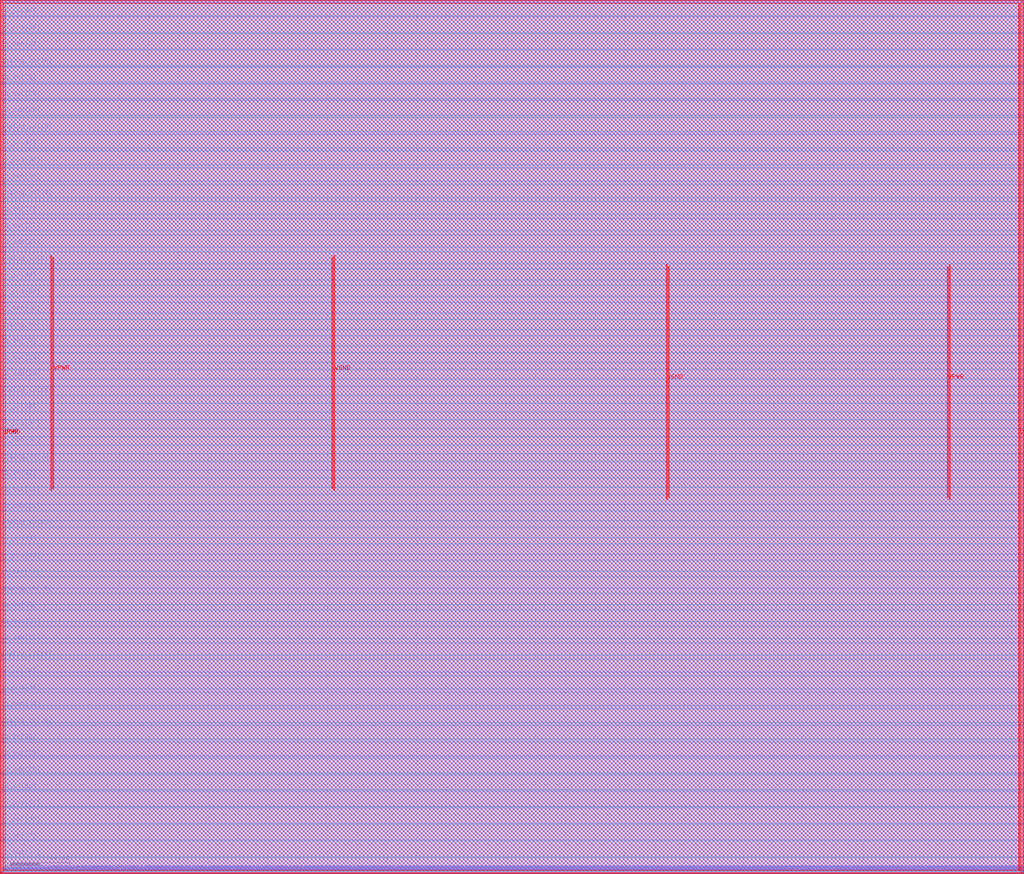
<source format=lef>
##
## LEF for PtnCells ;
## created by Innovus v20.10-p004_1 on Fri Dec 17 18:10:46 2021
##

VERSION 5.8 ;

BUSBITCHARS "[]" ;
DIVIDERCHAR "/" ;

MACRO azadi_soc_top_caravel
  CLASS BLOCK ;
  SIZE 1720.400000 BY 1469.820000 ;
  FOREIGN azadi_soc_top_caravel 0.000000 0.000000 ;
  ORIGIN 0 0 ;
  SYMMETRY X Y R90 ;
  PIN wb_clk_i
    DIRECTION INPUT ;
    USE SIGNAL ;
    PORT
      LAYER met2 ;
        RECT 3.420000 0.000000 3.560000 0.490000 ;
    END
  END wb_clk_i
  PIN wb_rst_i
    DIRECTION INPUT ;
    USE SIGNAL ;
    PORT
      LAYER met2 ;
        RECT 1.540000 0.000000 1.680000 0.490000 ;
    END
  END wb_rst_i
  PIN wbs_stb_i
    DIRECTION INPUT ;
    USE SIGNAL ;
    PORT
      LAYER met2 ;
        RECT 362.785000 0.000000 362.925000 0.490000 ;
    END
  END wbs_stb_i
  PIN wbs_cyc_i
    DIRECTION INPUT ;
    USE SIGNAL ;
    PORT
      LAYER met2 ;
        RECT 122.045000 0.000000 122.185000 0.490000 ;
    END
  END wbs_cyc_i
  PIN wbs_we_i
    DIRECTION INPUT ;
    USE SIGNAL ;
    PORT
      LAYER met2 ;
        RECT 366.275000 0.000000 366.415000 0.490000 ;
    END
  END wbs_we_i
  PIN wbs_sel_i[3]
    DIRECTION INPUT ;
    USE SIGNAL ;
    PORT
      LAYER met2 ;
        RECT 359.295000 0.000000 359.435000 0.490000 ;
    END
  END wbs_sel_i[3]
  PIN wbs_sel_i[2]
    DIRECTION INPUT ;
    USE SIGNAL ;
    PORT
      LAYER met2 ;
        RECT 355.810000 0.000000 355.950000 0.490000 ;
    END
  END wbs_sel_i[2]
  PIN wbs_sel_i[1]
    DIRECTION INPUT ;
    USE SIGNAL ;
    PORT
      LAYER met2 ;
        RECT 352.320000 0.000000 352.460000 0.490000 ;
    END
  END wbs_sel_i[1]
  PIN wbs_sel_i[0]
    DIRECTION INPUT ;
    USE SIGNAL ;
    PORT
      LAYER met2 ;
        RECT 348.830000 0.000000 348.970000 0.490000 ;
    END
  END wbs_sel_i[0]
  PIN wbs_dat_i[31]
    DIRECTION INPUT ;
    USE SIGNAL ;
    PORT
      LAYER met2 ;
        RECT 233.695000 0.000000 233.835000 0.490000 ;
    END
  END wbs_dat_i[31]
  PIN wbs_dat_i[30]
    DIRECTION INPUT ;
    USE SIGNAL ;
    PORT
      LAYER met2 ;
        RECT 230.205000 0.000000 230.345000 0.490000 ;
    END
  END wbs_dat_i[30]
  PIN wbs_dat_i[29]
    DIRECTION INPUT ;
    USE SIGNAL ;
    PORT
      LAYER met2 ;
        RECT 226.715000 0.000000 226.855000 0.490000 ;
    END
  END wbs_dat_i[29]
  PIN wbs_dat_i[28]
    DIRECTION INPUT ;
    USE SIGNAL ;
    PORT
      LAYER met2 ;
        RECT 223.225000 0.000000 223.365000 0.490000 ;
    END
  END wbs_dat_i[28]
  PIN wbs_dat_i[27]
    DIRECTION INPUT ;
    USE SIGNAL ;
    PORT
      LAYER met2 ;
        RECT 219.735000 0.000000 219.875000 0.490000 ;
    END
  END wbs_dat_i[27]
  PIN wbs_dat_i[26]
    DIRECTION INPUT ;
    USE SIGNAL ;
    PORT
      LAYER met2 ;
        RECT 216.250000 0.000000 216.390000 0.490000 ;
    END
  END wbs_dat_i[26]
  PIN wbs_dat_i[25]
    DIRECTION INPUT ;
    USE SIGNAL ;
    PORT
      LAYER met2 ;
        RECT 212.760000 0.000000 212.900000 0.490000 ;
    END
  END wbs_dat_i[25]
  PIN wbs_dat_i[24]
    DIRECTION INPUT ;
    USE SIGNAL ;
    PORT
      LAYER met2 ;
        RECT 209.270000 0.000000 209.410000 0.490000 ;
    END
  END wbs_dat_i[24]
  PIN wbs_dat_i[23]
    DIRECTION INPUT ;
    USE SIGNAL ;
    PORT
      LAYER met2 ;
        RECT 205.780000 0.000000 205.920000 0.490000 ;
    END
  END wbs_dat_i[23]
  PIN wbs_dat_i[22]
    DIRECTION INPUT ;
    USE SIGNAL ;
    PORT
      LAYER met2 ;
        RECT 202.290000 0.000000 202.430000 0.490000 ;
    END
  END wbs_dat_i[22]
  PIN wbs_dat_i[21]
    DIRECTION INPUT ;
    USE SIGNAL ;
    PORT
      LAYER met2 ;
        RECT 198.805000 0.000000 198.945000 0.490000 ;
    END
  END wbs_dat_i[21]
  PIN wbs_dat_i[20]
    DIRECTION INPUT ;
    USE SIGNAL ;
    PORT
      LAYER met2 ;
        RECT 195.315000 0.000000 195.455000 0.490000 ;
    END
  END wbs_dat_i[20]
  PIN wbs_dat_i[19]
    DIRECTION INPUT ;
    USE SIGNAL ;
    PORT
      LAYER met2 ;
        RECT 191.825000 0.000000 191.965000 0.490000 ;
    END
  END wbs_dat_i[19]
  PIN wbs_dat_i[18]
    DIRECTION INPUT ;
    USE SIGNAL ;
    PORT
      LAYER met2 ;
        RECT 188.335000 0.000000 188.475000 0.490000 ;
    END
  END wbs_dat_i[18]
  PIN wbs_dat_i[17]
    DIRECTION INPUT ;
    USE SIGNAL ;
    PORT
      LAYER met2 ;
        RECT 184.845000 0.000000 184.985000 0.490000 ;
    END
  END wbs_dat_i[17]
  PIN wbs_dat_i[16]
    DIRECTION INPUT ;
    USE SIGNAL ;
    PORT
      LAYER met2 ;
        RECT 181.360000 0.000000 181.500000 0.490000 ;
    END
  END wbs_dat_i[16]
  PIN wbs_dat_i[15]
    DIRECTION INPUT ;
    USE SIGNAL ;
    PORT
      LAYER met2 ;
        RECT 177.870000 0.000000 178.010000 0.490000 ;
    END
  END wbs_dat_i[15]
  PIN wbs_dat_i[14]
    DIRECTION INPUT ;
    USE SIGNAL ;
    PORT
      LAYER met2 ;
        RECT 174.380000 0.000000 174.520000 0.490000 ;
    END
  END wbs_dat_i[14]
  PIN wbs_dat_i[13]
    DIRECTION INPUT ;
    USE SIGNAL ;
    PORT
      LAYER met2 ;
        RECT 170.890000 0.000000 171.030000 0.490000 ;
    END
  END wbs_dat_i[13]
  PIN wbs_dat_i[12]
    DIRECTION INPUT ;
    USE SIGNAL ;
    PORT
      LAYER met2 ;
        RECT 167.400000 0.000000 167.540000 0.490000 ;
    END
  END wbs_dat_i[12]
  PIN wbs_dat_i[11]
    DIRECTION INPUT ;
    USE SIGNAL ;
    PORT
      LAYER met2 ;
        RECT 163.915000 0.000000 164.055000 0.490000 ;
    END
  END wbs_dat_i[11]
  PIN wbs_dat_i[10]
    DIRECTION INPUT ;
    USE SIGNAL ;
    PORT
      LAYER met2 ;
        RECT 160.425000 0.000000 160.565000 0.490000 ;
    END
  END wbs_dat_i[10]
  PIN wbs_dat_i[9]
    DIRECTION INPUT ;
    USE SIGNAL ;
    PORT
      LAYER met2 ;
        RECT 156.935000 0.000000 157.075000 0.490000 ;
    END
  END wbs_dat_i[9]
  PIN wbs_dat_i[8]
    DIRECTION INPUT ;
    USE SIGNAL ;
    PORT
      LAYER met2 ;
        RECT 153.445000 0.000000 153.585000 0.490000 ;
    END
  END wbs_dat_i[8]
  PIN wbs_dat_i[7]
    DIRECTION INPUT ;
    USE SIGNAL ;
    PORT
      LAYER met2 ;
        RECT 149.955000 0.000000 150.095000 0.490000 ;
    END
  END wbs_dat_i[7]
  PIN wbs_dat_i[6]
    DIRECTION INPUT ;
    USE SIGNAL ;
    PORT
      LAYER met2 ;
        RECT 146.470000 0.000000 146.610000 0.490000 ;
    END
  END wbs_dat_i[6]
  PIN wbs_dat_i[5]
    DIRECTION INPUT ;
    USE SIGNAL ;
    PORT
      LAYER met2 ;
        RECT 142.980000 0.000000 143.120000 0.490000 ;
    END
  END wbs_dat_i[5]
  PIN wbs_dat_i[4]
    DIRECTION INPUT ;
    USE SIGNAL ;
    PORT
      LAYER met2 ;
        RECT 139.490000 0.000000 139.630000 0.490000 ;
    END
  END wbs_dat_i[4]
  PIN wbs_dat_i[3]
    DIRECTION INPUT ;
    USE SIGNAL ;
    PORT
      LAYER met2 ;
        RECT 136.000000 0.000000 136.140000 0.490000 ;
    END
  END wbs_dat_i[3]
  PIN wbs_dat_i[2]
    DIRECTION INPUT ;
    USE SIGNAL ;
    PORT
      LAYER met2 ;
        RECT 132.510000 0.000000 132.650000 0.490000 ;
    END
  END wbs_dat_i[2]
  PIN wbs_dat_i[1]
    DIRECTION INPUT ;
    USE SIGNAL ;
    PORT
      LAYER met2 ;
        RECT 129.025000 0.000000 129.165000 0.490000 ;
    END
  END wbs_dat_i[1]
  PIN wbs_dat_i[0]
    DIRECTION INPUT ;
    USE SIGNAL ;
    PORT
      LAYER met2 ;
        RECT 125.535000 0.000000 125.675000 0.490000 ;
    END
  END wbs_dat_i[0]
  PIN wbs_adr_i[31]
    DIRECTION INPUT ;
    USE SIGNAL ;
    PORT
      LAYER met2 ;
        RECT 118.555000 0.000000 118.695000 0.490000 ;
    END
  END wbs_adr_i[31]
  PIN wbs_adr_i[30]
    DIRECTION INPUT ;
    USE SIGNAL ;
    PORT
      LAYER met2 ;
        RECT 115.065000 0.000000 115.205000 0.490000 ;
    END
  END wbs_adr_i[30]
  PIN wbs_adr_i[29]
    DIRECTION INPUT ;
    USE SIGNAL ;
    PORT
      LAYER met2 ;
        RECT 111.580000 0.000000 111.720000 0.490000 ;
    END
  END wbs_adr_i[29]
  PIN wbs_adr_i[28]
    DIRECTION INPUT ;
    USE SIGNAL ;
    PORT
      LAYER met2 ;
        RECT 108.090000 0.000000 108.230000 0.490000 ;
    END
  END wbs_adr_i[28]
  PIN wbs_adr_i[27]
    DIRECTION INPUT ;
    USE SIGNAL ;
    PORT
      LAYER met2 ;
        RECT 104.600000 0.000000 104.740000 0.490000 ;
    END
  END wbs_adr_i[27]
  PIN wbs_adr_i[26]
    DIRECTION INPUT ;
    USE SIGNAL ;
    PORT
      LAYER met2 ;
        RECT 101.110000 0.000000 101.250000 0.490000 ;
    END
  END wbs_adr_i[26]
  PIN wbs_adr_i[25]
    DIRECTION INPUT ;
    USE SIGNAL ;
    PORT
      LAYER met2 ;
        RECT 97.620000 0.000000 97.760000 0.490000 ;
    END
  END wbs_adr_i[25]
  PIN wbs_adr_i[24]
    DIRECTION INPUT ;
    USE SIGNAL ;
    PORT
      LAYER met2 ;
        RECT 94.135000 0.000000 94.275000 0.490000 ;
    END
  END wbs_adr_i[24]
  PIN wbs_adr_i[23]
    DIRECTION INPUT ;
    USE SIGNAL ;
    PORT
      LAYER met2 ;
        RECT 90.645000 0.000000 90.785000 0.490000 ;
    END
  END wbs_adr_i[23]
  PIN wbs_adr_i[22]
    DIRECTION INPUT ;
    USE SIGNAL ;
    PORT
      LAYER met2 ;
        RECT 87.155000 0.000000 87.295000 0.490000 ;
    END
  END wbs_adr_i[22]
  PIN wbs_adr_i[21]
    DIRECTION INPUT ;
    USE SIGNAL ;
    PORT
      LAYER met2 ;
        RECT 83.665000 0.000000 83.805000 0.490000 ;
    END
  END wbs_adr_i[21]
  PIN wbs_adr_i[20]
    DIRECTION INPUT ;
    USE SIGNAL ;
    PORT
      LAYER met2 ;
        RECT 80.175000 0.000000 80.315000 0.490000 ;
    END
  END wbs_adr_i[20]
  PIN wbs_adr_i[19]
    DIRECTION INPUT ;
    USE SIGNAL ;
    PORT
      LAYER met2 ;
        RECT 76.690000 0.000000 76.830000 0.490000 ;
    END
  END wbs_adr_i[19]
  PIN wbs_adr_i[18]
    DIRECTION INPUT ;
    USE SIGNAL ;
    PORT
      LAYER met2 ;
        RECT 73.200000 0.000000 73.340000 0.490000 ;
    END
  END wbs_adr_i[18]
  PIN wbs_adr_i[17]
    DIRECTION INPUT ;
    USE SIGNAL ;
    PORT
      LAYER met2 ;
        RECT 69.710000 0.000000 69.850000 0.490000 ;
    END
  END wbs_adr_i[17]
  PIN wbs_adr_i[16]
    DIRECTION INPUT ;
    USE SIGNAL ;
    PORT
      LAYER met2 ;
        RECT 66.220000 0.000000 66.360000 0.490000 ;
    END
  END wbs_adr_i[16]
  PIN wbs_adr_i[15]
    DIRECTION INPUT ;
    USE SIGNAL ;
    PORT
      LAYER met2 ;
        RECT 62.730000 0.000000 62.870000 0.490000 ;
    END
  END wbs_adr_i[15]
  PIN wbs_adr_i[14]
    DIRECTION INPUT ;
    USE SIGNAL ;
    PORT
      LAYER met2 ;
        RECT 59.245000 0.000000 59.385000 0.490000 ;
    END
  END wbs_adr_i[14]
  PIN wbs_adr_i[13]
    DIRECTION INPUT ;
    USE SIGNAL ;
    PORT
      LAYER met2 ;
        RECT 55.755000 0.000000 55.895000 0.490000 ;
    END
  END wbs_adr_i[13]
  PIN wbs_adr_i[12]
    DIRECTION INPUT ;
    USE SIGNAL ;
    PORT
      LAYER met2 ;
        RECT 52.265000 0.000000 52.405000 0.490000 ;
    END
  END wbs_adr_i[12]
  PIN wbs_adr_i[11]
    DIRECTION INPUT ;
    USE SIGNAL ;
    PORT
      LAYER met2 ;
        RECT 48.775000 0.000000 48.915000 0.490000 ;
    END
  END wbs_adr_i[11]
  PIN wbs_adr_i[10]
    DIRECTION INPUT ;
    USE SIGNAL ;
    PORT
      LAYER met2 ;
        RECT 45.285000 0.000000 45.425000 0.490000 ;
    END
  END wbs_adr_i[10]
  PIN wbs_adr_i[9]
    DIRECTION INPUT ;
    USE SIGNAL ;
    PORT
      LAYER met2 ;
        RECT 41.800000 0.000000 41.940000 0.490000 ;
    END
  END wbs_adr_i[9]
  PIN wbs_adr_i[8]
    DIRECTION INPUT ;
    USE SIGNAL ;
    PORT
      LAYER met2 ;
        RECT 38.310000 0.000000 38.450000 0.490000 ;
    END
  END wbs_adr_i[8]
  PIN wbs_adr_i[7]
    DIRECTION INPUT ;
    USE SIGNAL ;
    PORT
      LAYER met2 ;
        RECT 34.820000 0.000000 34.960000 0.490000 ;
    END
  END wbs_adr_i[7]
  PIN wbs_adr_i[6]
    DIRECTION INPUT ;
    USE SIGNAL ;
    PORT
      LAYER met2 ;
        RECT 31.330000 0.000000 31.470000 0.490000 ;
    END
  END wbs_adr_i[6]
  PIN wbs_adr_i[5]
    DIRECTION INPUT ;
    USE SIGNAL ;
    PORT
      LAYER met2 ;
        RECT 27.840000 0.000000 27.980000 0.490000 ;
    END
  END wbs_adr_i[5]
  PIN wbs_adr_i[4]
    DIRECTION INPUT ;
    USE SIGNAL ;
    PORT
      LAYER met2 ;
        RECT 24.355000 0.000000 24.495000 0.490000 ;
    END
  END wbs_adr_i[4]
  PIN wbs_adr_i[3]
    DIRECTION INPUT ;
    USE SIGNAL ;
    PORT
      LAYER met2 ;
        RECT 20.865000 0.000000 21.005000 0.490000 ;
    END
  END wbs_adr_i[3]
  PIN wbs_adr_i[2]
    DIRECTION INPUT ;
    USE SIGNAL ;
    PORT
      LAYER met2 ;
        RECT 17.375000 0.000000 17.515000 0.490000 ;
    END
  END wbs_adr_i[2]
  PIN wbs_adr_i[1]
    DIRECTION INPUT ;
    USE SIGNAL ;
    PORT
      LAYER met2 ;
        RECT 13.885000 0.000000 14.025000 0.490000 ;
    END
  END wbs_adr_i[1]
  PIN wbs_adr_i[0]
    DIRECTION INPUT ;
    USE SIGNAL ;
    PORT
      LAYER met2 ;
        RECT 10.395000 0.000000 10.535000 0.490000 ;
    END
  END wbs_adr_i[0]
  PIN wbs_ack_o
    DIRECTION OUTPUT ;
    USE SIGNAL ;
    PORT
      LAYER met2 ;
        RECT 6.910000 0.000000 7.050000 0.490000 ;
    END
  END wbs_ack_o
  PIN wbs_dat_o[31]
    DIRECTION OUTPUT ;
    USE SIGNAL ;
    PORT
      LAYER met2 ;
        RECT 345.340000 0.000000 345.480000 0.490000 ;
    END
  END wbs_dat_o[31]
  PIN wbs_dat_o[30]
    DIRECTION OUTPUT ;
    USE SIGNAL ;
    PORT
      LAYER met2 ;
        RECT 341.850000 0.000000 341.990000 0.490000 ;
    END
  END wbs_dat_o[30]
  PIN wbs_dat_o[29]
    DIRECTION OUTPUT ;
    USE SIGNAL ;
    PORT
      LAYER met2 ;
        RECT 338.365000 0.000000 338.505000 0.490000 ;
    END
  END wbs_dat_o[29]
  PIN wbs_dat_o[28]
    DIRECTION OUTPUT ;
    USE SIGNAL ;
    PORT
      LAYER met2 ;
        RECT 334.875000 0.000000 335.015000 0.490000 ;
    END
  END wbs_dat_o[28]
  PIN wbs_dat_o[27]
    DIRECTION OUTPUT ;
    USE SIGNAL ;
    PORT
      LAYER met2 ;
        RECT 331.385000 0.000000 331.525000 0.490000 ;
    END
  END wbs_dat_o[27]
  PIN wbs_dat_o[26]
    DIRECTION OUTPUT ;
    USE SIGNAL ;
    PORT
      LAYER met2 ;
        RECT 327.895000 0.000000 328.035000 0.490000 ;
    END
  END wbs_dat_o[26]
  PIN wbs_dat_o[25]
    DIRECTION OUTPUT ;
    USE SIGNAL ;
    PORT
      LAYER met2 ;
        RECT 324.405000 0.000000 324.545000 0.490000 ;
    END
  END wbs_dat_o[25]
  PIN wbs_dat_o[24]
    DIRECTION OUTPUT ;
    USE SIGNAL ;
    PORT
      LAYER met2 ;
        RECT 320.920000 0.000000 321.060000 0.490000 ;
    END
  END wbs_dat_o[24]
  PIN wbs_dat_o[23]
    DIRECTION OUTPUT ;
    USE SIGNAL ;
    PORT
      LAYER met2 ;
        RECT 317.430000 0.000000 317.570000 0.490000 ;
    END
  END wbs_dat_o[23]
  PIN wbs_dat_o[22]
    DIRECTION OUTPUT ;
    USE SIGNAL ;
    PORT
      LAYER met2 ;
        RECT 313.940000 0.000000 314.080000 0.490000 ;
    END
  END wbs_dat_o[22]
  PIN wbs_dat_o[21]
    DIRECTION OUTPUT ;
    USE SIGNAL ;
    PORT
      LAYER met2 ;
        RECT 310.450000 0.000000 310.590000 0.490000 ;
    END
  END wbs_dat_o[21]
  PIN wbs_dat_o[20]
    DIRECTION OUTPUT ;
    USE SIGNAL ;
    PORT
      LAYER met2 ;
        RECT 306.960000 0.000000 307.100000 0.490000 ;
    END
  END wbs_dat_o[20]
  PIN wbs_dat_o[19]
    DIRECTION OUTPUT ;
    USE SIGNAL ;
    PORT
      LAYER met2 ;
        RECT 303.475000 0.000000 303.615000 0.490000 ;
    END
  END wbs_dat_o[19]
  PIN wbs_dat_o[18]
    DIRECTION OUTPUT ;
    USE SIGNAL ;
    PORT
      LAYER met2 ;
        RECT 299.985000 0.000000 300.125000 0.490000 ;
    END
  END wbs_dat_o[18]
  PIN wbs_dat_o[17]
    DIRECTION OUTPUT ;
    USE SIGNAL ;
    PORT
      LAYER met2 ;
        RECT 296.495000 0.000000 296.635000 0.490000 ;
    END
  END wbs_dat_o[17]
  PIN wbs_dat_o[16]
    DIRECTION OUTPUT ;
    USE SIGNAL ;
    PORT
      LAYER met2 ;
        RECT 293.005000 0.000000 293.145000 0.490000 ;
    END
  END wbs_dat_o[16]
  PIN wbs_dat_o[15]
    DIRECTION OUTPUT ;
    USE SIGNAL ;
    PORT
      LAYER met2 ;
        RECT 289.515000 0.000000 289.655000 0.490000 ;
    END
  END wbs_dat_o[15]
  PIN wbs_dat_o[14]
    DIRECTION OUTPUT ;
    USE SIGNAL ;
    PORT
      LAYER met2 ;
        RECT 286.030000 0.000000 286.170000 0.490000 ;
    END
  END wbs_dat_o[14]
  PIN wbs_dat_o[13]
    DIRECTION OUTPUT ;
    USE SIGNAL ;
    PORT
      LAYER met2 ;
        RECT 282.540000 0.000000 282.680000 0.490000 ;
    END
  END wbs_dat_o[13]
  PIN wbs_dat_o[12]
    DIRECTION OUTPUT ;
    USE SIGNAL ;
    PORT
      LAYER met2 ;
        RECT 279.050000 0.000000 279.190000 0.490000 ;
    END
  END wbs_dat_o[12]
  PIN wbs_dat_o[11]
    DIRECTION OUTPUT ;
    USE SIGNAL ;
    PORT
      LAYER met2 ;
        RECT 275.560000 0.000000 275.700000 0.490000 ;
    END
  END wbs_dat_o[11]
  PIN wbs_dat_o[10]
    DIRECTION OUTPUT ;
    USE SIGNAL ;
    PORT
      LAYER met2 ;
        RECT 272.070000 0.000000 272.210000 0.490000 ;
    END
  END wbs_dat_o[10]
  PIN wbs_dat_o[9]
    DIRECTION OUTPUT ;
    USE SIGNAL ;
    PORT
      LAYER met2 ;
        RECT 268.585000 0.000000 268.725000 0.490000 ;
    END
  END wbs_dat_o[9]
  PIN wbs_dat_o[8]
    DIRECTION OUTPUT ;
    USE SIGNAL ;
    PORT
      LAYER met2 ;
        RECT 265.095000 0.000000 265.235000 0.490000 ;
    END
  END wbs_dat_o[8]
  PIN wbs_dat_o[7]
    DIRECTION OUTPUT ;
    USE SIGNAL ;
    PORT
      LAYER met2 ;
        RECT 261.605000 0.000000 261.745000 0.490000 ;
    END
  END wbs_dat_o[7]
  PIN wbs_dat_o[6]
    DIRECTION OUTPUT ;
    USE SIGNAL ;
    PORT
      LAYER met2 ;
        RECT 258.115000 0.000000 258.255000 0.490000 ;
    END
  END wbs_dat_o[6]
  PIN wbs_dat_o[5]
    DIRECTION OUTPUT ;
    USE SIGNAL ;
    PORT
      LAYER met2 ;
        RECT 254.625000 0.000000 254.765000 0.490000 ;
    END
  END wbs_dat_o[5]
  PIN wbs_dat_o[4]
    DIRECTION OUTPUT ;
    USE SIGNAL ;
    PORT
      LAYER met2 ;
        RECT 251.140000 0.000000 251.280000 0.490000 ;
    END
  END wbs_dat_o[4]
  PIN wbs_dat_o[3]
    DIRECTION OUTPUT ;
    USE SIGNAL ;
    PORT
      LAYER met2 ;
        RECT 247.650000 0.000000 247.790000 0.490000 ;
    END
  END wbs_dat_o[3]
  PIN wbs_dat_o[2]
    DIRECTION OUTPUT ;
    USE SIGNAL ;
    PORT
      LAYER met2 ;
        RECT 244.160000 0.000000 244.300000 0.490000 ;
    END
  END wbs_dat_o[2]
  PIN wbs_dat_o[1]
    DIRECTION OUTPUT ;
    USE SIGNAL ;
    PORT
      LAYER met2 ;
        RECT 240.670000 0.000000 240.810000 0.490000 ;
    END
  END wbs_dat_o[1]
  PIN wbs_dat_o[0]
    DIRECTION OUTPUT ;
    USE SIGNAL ;
    PORT
      LAYER met2 ;
        RECT 237.180000 0.000000 237.320000 0.490000 ;
    END
  END wbs_dat_o[0]
  PIN la_data_in[127]
    DIRECTION INPUT ;
    USE SIGNAL ;
    PORT
      LAYER met2 ;
        RECT 812.865000 0.000000 813.005000 0.490000 ;
    END
  END la_data_in[127]
  PIN la_data_in[126]
    DIRECTION INPUT ;
    USE SIGNAL ;
    PORT
      LAYER met2 ;
        RECT 809.380000 0.000000 809.520000 0.490000 ;
    END
  END la_data_in[126]
  PIN la_data_in[125]
    DIRECTION INPUT ;
    USE SIGNAL ;
    PORT
      LAYER met2 ;
        RECT 805.890000 0.000000 806.030000 0.490000 ;
    END
  END la_data_in[125]
  PIN la_data_in[124]
    DIRECTION INPUT ;
    USE SIGNAL ;
    PORT
      LAYER met2 ;
        RECT 802.400000 0.000000 802.540000 0.490000 ;
    END
  END la_data_in[124]
  PIN la_data_in[123]
    DIRECTION INPUT ;
    USE SIGNAL ;
    PORT
      LAYER met2 ;
        RECT 798.910000 0.000000 799.050000 0.490000 ;
    END
  END la_data_in[123]
  PIN la_data_in[122]
    DIRECTION INPUT ;
    USE SIGNAL ;
    PORT
      LAYER met2 ;
        RECT 795.420000 0.000000 795.560000 0.490000 ;
    END
  END la_data_in[122]
  PIN la_data_in[121]
    DIRECTION INPUT ;
    USE SIGNAL ;
    PORT
      LAYER met2 ;
        RECT 791.935000 0.000000 792.075000 0.490000 ;
    END
  END la_data_in[121]
  PIN la_data_in[120]
    DIRECTION INPUT ;
    USE SIGNAL ;
    PORT
      LAYER met2 ;
        RECT 788.445000 0.000000 788.585000 0.490000 ;
    END
  END la_data_in[120]
  PIN la_data_in[119]
    DIRECTION INPUT ;
    USE SIGNAL ;
    PORT
      LAYER met2 ;
        RECT 784.955000 0.000000 785.095000 0.490000 ;
    END
  END la_data_in[119]
  PIN la_data_in[118]
    DIRECTION INPUT ;
    USE SIGNAL ;
    PORT
      LAYER met2 ;
        RECT 781.465000 0.000000 781.605000 0.490000 ;
    END
  END la_data_in[118]
  PIN la_data_in[117]
    DIRECTION INPUT ;
    USE SIGNAL ;
    PORT
      LAYER met2 ;
        RECT 777.975000 0.000000 778.115000 0.490000 ;
    END
  END la_data_in[117]
  PIN la_data_in[116]
    DIRECTION INPUT ;
    USE SIGNAL ;
    PORT
      LAYER met2 ;
        RECT 774.490000 0.000000 774.630000 0.490000 ;
    END
  END la_data_in[116]
  PIN la_data_in[115]
    DIRECTION INPUT ;
    USE SIGNAL ;
    PORT
      LAYER met2 ;
        RECT 771.000000 0.000000 771.140000 0.490000 ;
    END
  END la_data_in[115]
  PIN la_data_in[114]
    DIRECTION INPUT ;
    USE SIGNAL ;
    PORT
      LAYER met2 ;
        RECT 767.510000 0.000000 767.650000 0.490000 ;
    END
  END la_data_in[114]
  PIN la_data_in[113]
    DIRECTION INPUT ;
    USE SIGNAL ;
    PORT
      LAYER met2 ;
        RECT 764.020000 0.000000 764.160000 0.490000 ;
    END
  END la_data_in[113]
  PIN la_data_in[112]
    DIRECTION INPUT ;
    USE SIGNAL ;
    PORT
      LAYER met2 ;
        RECT 760.530000 0.000000 760.670000 0.490000 ;
    END
  END la_data_in[112]
  PIN la_data_in[111]
    DIRECTION INPUT ;
    USE SIGNAL ;
    PORT
      LAYER met2 ;
        RECT 757.045000 0.000000 757.185000 0.490000 ;
    END
  END la_data_in[111]
  PIN la_data_in[110]
    DIRECTION INPUT ;
    USE SIGNAL ;
    PORT
      LAYER met2 ;
        RECT 753.555000 0.000000 753.695000 0.490000 ;
    END
  END la_data_in[110]
  PIN la_data_in[109]
    DIRECTION INPUT ;
    USE SIGNAL ;
    PORT
      LAYER met2 ;
        RECT 750.065000 0.000000 750.205000 0.490000 ;
    END
  END la_data_in[109]
  PIN la_data_in[108]
    DIRECTION INPUT ;
    USE SIGNAL ;
    PORT
      LAYER met2 ;
        RECT 746.575000 0.000000 746.715000 0.490000 ;
    END
  END la_data_in[108]
  PIN la_data_in[107]
    DIRECTION INPUT ;
    USE SIGNAL ;
    PORT
      LAYER met2 ;
        RECT 743.085000 0.000000 743.225000 0.490000 ;
    END
  END la_data_in[107]
  PIN la_data_in[106]
    DIRECTION INPUT ;
    USE SIGNAL ;
    PORT
      LAYER met2 ;
        RECT 739.600000 0.000000 739.740000 0.490000 ;
    END
  END la_data_in[106]
  PIN la_data_in[105]
    DIRECTION INPUT ;
    USE SIGNAL ;
    PORT
      LAYER met2 ;
        RECT 736.110000 0.000000 736.250000 0.490000 ;
    END
  END la_data_in[105]
  PIN la_data_in[104]
    DIRECTION INPUT ;
    USE SIGNAL ;
    PORT
      LAYER met2 ;
        RECT 732.620000 0.000000 732.760000 0.490000 ;
    END
  END la_data_in[104]
  PIN la_data_in[103]
    DIRECTION INPUT ;
    USE SIGNAL ;
    PORT
      LAYER met2 ;
        RECT 729.130000 0.000000 729.270000 0.490000 ;
    END
  END la_data_in[103]
  PIN la_data_in[102]
    DIRECTION INPUT ;
    USE SIGNAL ;
    PORT
      LAYER met2 ;
        RECT 725.640000 0.000000 725.780000 0.490000 ;
    END
  END la_data_in[102]
  PIN la_data_in[101]
    DIRECTION INPUT ;
    USE SIGNAL ;
    PORT
      LAYER met2 ;
        RECT 722.155000 0.000000 722.295000 0.490000 ;
    END
  END la_data_in[101]
  PIN la_data_in[100]
    DIRECTION INPUT ;
    USE SIGNAL ;
    PORT
      LAYER met2 ;
        RECT 718.665000 0.000000 718.805000 0.490000 ;
    END
  END la_data_in[100]
  PIN la_data_in[99]
    DIRECTION INPUT ;
    USE SIGNAL ;
    PORT
      LAYER met2 ;
        RECT 715.175000 0.000000 715.315000 0.490000 ;
    END
  END la_data_in[99]
  PIN la_data_in[98]
    DIRECTION INPUT ;
    USE SIGNAL ;
    PORT
      LAYER met2 ;
        RECT 711.685000 0.000000 711.825000 0.490000 ;
    END
  END la_data_in[98]
  PIN la_data_in[97]
    DIRECTION INPUT ;
    USE SIGNAL ;
    PORT
      LAYER met2 ;
        RECT 708.195000 0.000000 708.335000 0.490000 ;
    END
  END la_data_in[97]
  PIN la_data_in[96]
    DIRECTION INPUT ;
    USE SIGNAL ;
    PORT
      LAYER met2 ;
        RECT 704.710000 0.000000 704.850000 0.490000 ;
    END
  END la_data_in[96]
  PIN la_data_in[95]
    DIRECTION INPUT ;
    USE SIGNAL ;
    PORT
      LAYER met2 ;
        RECT 701.220000 0.000000 701.360000 0.490000 ;
    END
  END la_data_in[95]
  PIN la_data_in[94]
    DIRECTION INPUT ;
    USE SIGNAL ;
    PORT
      LAYER met2 ;
        RECT 697.730000 0.000000 697.870000 0.490000 ;
    END
  END la_data_in[94]
  PIN la_data_in[93]
    DIRECTION INPUT ;
    USE SIGNAL ;
    PORT
      LAYER met2 ;
        RECT 694.240000 0.000000 694.380000 0.490000 ;
    END
  END la_data_in[93]
  PIN la_data_in[92]
    DIRECTION INPUT ;
    USE SIGNAL ;
    PORT
      LAYER met2 ;
        RECT 690.750000 0.000000 690.890000 0.490000 ;
    END
  END la_data_in[92]
  PIN la_data_in[91]
    DIRECTION INPUT ;
    USE SIGNAL ;
    PORT
      LAYER met2 ;
        RECT 687.265000 0.000000 687.405000 0.490000 ;
    END
  END la_data_in[91]
  PIN la_data_in[90]
    DIRECTION INPUT ;
    USE SIGNAL ;
    PORT
      LAYER met2 ;
        RECT 683.775000 0.000000 683.915000 0.490000 ;
    END
  END la_data_in[90]
  PIN la_data_in[89]
    DIRECTION INPUT ;
    USE SIGNAL ;
    PORT
      LAYER met2 ;
        RECT 680.285000 0.000000 680.425000 0.490000 ;
    END
  END la_data_in[89]
  PIN la_data_in[88]
    DIRECTION INPUT ;
    USE SIGNAL ;
    PORT
      LAYER met2 ;
        RECT 676.795000 0.000000 676.935000 0.490000 ;
    END
  END la_data_in[88]
  PIN la_data_in[87]
    DIRECTION INPUT ;
    USE SIGNAL ;
    PORT
      LAYER met2 ;
        RECT 673.305000 0.000000 673.445000 0.490000 ;
    END
  END la_data_in[87]
  PIN la_data_in[86]
    DIRECTION INPUT ;
    USE SIGNAL ;
    PORT
      LAYER met2 ;
        RECT 669.820000 0.000000 669.960000 0.490000 ;
    END
  END la_data_in[86]
  PIN la_data_in[85]
    DIRECTION INPUT ;
    USE SIGNAL ;
    PORT
      LAYER met2 ;
        RECT 666.330000 0.000000 666.470000 0.490000 ;
    END
  END la_data_in[85]
  PIN la_data_in[84]
    DIRECTION INPUT ;
    USE SIGNAL ;
    PORT
      LAYER met2 ;
        RECT 662.840000 0.000000 662.980000 0.490000 ;
    END
  END la_data_in[84]
  PIN la_data_in[83]
    DIRECTION INPUT ;
    USE SIGNAL ;
    PORT
      LAYER met2 ;
        RECT 659.350000 0.000000 659.490000 0.490000 ;
    END
  END la_data_in[83]
  PIN la_data_in[82]
    DIRECTION INPUT ;
    USE SIGNAL ;
    PORT
      LAYER met2 ;
        RECT 655.860000 0.000000 656.000000 0.490000 ;
    END
  END la_data_in[82]
  PIN la_data_in[81]
    DIRECTION INPUT ;
    USE SIGNAL ;
    PORT
      LAYER met2 ;
        RECT 652.375000 0.000000 652.515000 0.490000 ;
    END
  END la_data_in[81]
  PIN la_data_in[80]
    DIRECTION INPUT ;
    USE SIGNAL ;
    PORT
      LAYER met2 ;
        RECT 648.885000 0.000000 649.025000 0.490000 ;
    END
  END la_data_in[80]
  PIN la_data_in[79]
    DIRECTION INPUT ;
    USE SIGNAL ;
    PORT
      LAYER met2 ;
        RECT 645.395000 0.000000 645.535000 0.490000 ;
    END
  END la_data_in[79]
  PIN la_data_in[78]
    DIRECTION INPUT ;
    USE SIGNAL ;
    PORT
      LAYER met2 ;
        RECT 641.905000 0.000000 642.045000 0.490000 ;
    END
  END la_data_in[78]
  PIN la_data_in[77]
    DIRECTION INPUT ;
    USE SIGNAL ;
    PORT
      LAYER met2 ;
        RECT 638.415000 0.000000 638.555000 0.490000 ;
    END
  END la_data_in[77]
  PIN la_data_in[76]
    DIRECTION INPUT ;
    USE SIGNAL ;
    PORT
      LAYER met2 ;
        RECT 634.930000 0.000000 635.070000 0.490000 ;
    END
  END la_data_in[76]
  PIN la_data_in[75]
    DIRECTION INPUT ;
    USE SIGNAL ;
    PORT
      LAYER met2 ;
        RECT 631.440000 0.000000 631.580000 0.490000 ;
    END
  END la_data_in[75]
  PIN la_data_in[74]
    DIRECTION INPUT ;
    USE SIGNAL ;
    PORT
      LAYER met2 ;
        RECT 627.950000 0.000000 628.090000 0.490000 ;
    END
  END la_data_in[74]
  PIN la_data_in[73]
    DIRECTION INPUT ;
    USE SIGNAL ;
    PORT
      LAYER met2 ;
        RECT 624.460000 0.000000 624.600000 0.490000 ;
    END
  END la_data_in[73]
  PIN la_data_in[72]
    DIRECTION INPUT ;
    USE SIGNAL ;
    PORT
      LAYER met2 ;
        RECT 620.970000 0.000000 621.110000 0.490000 ;
    END
  END la_data_in[72]
  PIN la_data_in[71]
    DIRECTION INPUT ;
    USE SIGNAL ;
    PORT
      LAYER met2 ;
        RECT 617.485000 0.000000 617.625000 0.490000 ;
    END
  END la_data_in[71]
  PIN la_data_in[70]
    DIRECTION INPUT ;
    USE SIGNAL ;
    PORT
      LAYER met2 ;
        RECT 613.995000 0.000000 614.135000 0.490000 ;
    END
  END la_data_in[70]
  PIN la_data_in[69]
    DIRECTION INPUT ;
    USE SIGNAL ;
    PORT
      LAYER met2 ;
        RECT 610.505000 0.000000 610.645000 0.490000 ;
    END
  END la_data_in[69]
  PIN la_data_in[68]
    DIRECTION INPUT ;
    USE SIGNAL ;
    PORT
      LAYER met2 ;
        RECT 607.015000 0.000000 607.155000 0.490000 ;
    END
  END la_data_in[68]
  PIN la_data_in[67]
    DIRECTION INPUT ;
    USE SIGNAL ;
    PORT
      LAYER met2 ;
        RECT 603.525000 0.000000 603.665000 0.490000 ;
    END
  END la_data_in[67]
  PIN la_data_in[66]
    DIRECTION INPUT ;
    USE SIGNAL ;
    PORT
      LAYER met2 ;
        RECT 600.040000 0.000000 600.180000 0.490000 ;
    END
  END la_data_in[66]
  PIN la_data_in[65]
    DIRECTION INPUT ;
    USE SIGNAL ;
    PORT
      LAYER met2 ;
        RECT 596.550000 0.000000 596.690000 0.490000 ;
    END
  END la_data_in[65]
  PIN la_data_in[64]
    DIRECTION INPUT ;
    USE SIGNAL ;
    PORT
      LAYER met2 ;
        RECT 593.060000 0.000000 593.200000 0.490000 ;
    END
  END la_data_in[64]
  PIN la_data_in[63]
    DIRECTION INPUT ;
    USE SIGNAL ;
    PORT
      LAYER met2 ;
        RECT 589.570000 0.000000 589.710000 0.490000 ;
    END
  END la_data_in[63]
  PIN la_data_in[62]
    DIRECTION INPUT ;
    USE SIGNAL ;
    PORT
      LAYER met2 ;
        RECT 586.080000 0.000000 586.220000 0.490000 ;
    END
  END la_data_in[62]
  PIN la_data_in[61]
    DIRECTION INPUT ;
    USE SIGNAL ;
    PORT
      LAYER met2 ;
        RECT 582.595000 0.000000 582.735000 0.490000 ;
    END
  END la_data_in[61]
  PIN la_data_in[60]
    DIRECTION INPUT ;
    USE SIGNAL ;
    PORT
      LAYER met2 ;
        RECT 579.105000 0.000000 579.245000 0.490000 ;
    END
  END la_data_in[60]
  PIN la_data_in[59]
    DIRECTION INPUT ;
    USE SIGNAL ;
    PORT
      LAYER met2 ;
        RECT 575.615000 0.000000 575.755000 0.490000 ;
    END
  END la_data_in[59]
  PIN la_data_in[58]
    DIRECTION INPUT ;
    USE SIGNAL ;
    PORT
      LAYER met2 ;
        RECT 572.125000 0.000000 572.265000 0.490000 ;
    END
  END la_data_in[58]
  PIN la_data_in[57]
    DIRECTION INPUT ;
    USE SIGNAL ;
    PORT
      LAYER met2 ;
        RECT 568.635000 0.000000 568.775000 0.490000 ;
    END
  END la_data_in[57]
  PIN la_data_in[56]
    DIRECTION INPUT ;
    USE SIGNAL ;
    PORT
      LAYER met2 ;
        RECT 565.150000 0.000000 565.290000 0.490000 ;
    END
  END la_data_in[56]
  PIN la_data_in[55]
    DIRECTION INPUT ;
    USE SIGNAL ;
    PORT
      LAYER met2 ;
        RECT 561.660000 0.000000 561.800000 0.490000 ;
    END
  END la_data_in[55]
  PIN la_data_in[54]
    DIRECTION INPUT ;
    USE SIGNAL ;
    PORT
      LAYER met2 ;
        RECT 558.170000 0.000000 558.310000 0.490000 ;
    END
  END la_data_in[54]
  PIN la_data_in[53]
    DIRECTION INPUT ;
    USE SIGNAL ;
    PORT
      LAYER met2 ;
        RECT 554.680000 0.000000 554.820000 0.490000 ;
    END
  END la_data_in[53]
  PIN la_data_in[52]
    DIRECTION INPUT ;
    USE SIGNAL ;
    PORT
      LAYER met2 ;
        RECT 551.190000 0.000000 551.330000 0.490000 ;
    END
  END la_data_in[52]
  PIN la_data_in[51]
    DIRECTION INPUT ;
    USE SIGNAL ;
    PORT
      LAYER met2 ;
        RECT 547.705000 0.000000 547.845000 0.490000 ;
    END
  END la_data_in[51]
  PIN la_data_in[50]
    DIRECTION INPUT ;
    USE SIGNAL ;
    PORT
      LAYER met2 ;
        RECT 544.215000 0.000000 544.355000 0.490000 ;
    END
  END la_data_in[50]
  PIN la_data_in[49]
    DIRECTION INPUT ;
    USE SIGNAL ;
    PORT
      LAYER met2 ;
        RECT 540.725000 0.000000 540.865000 0.490000 ;
    END
  END la_data_in[49]
  PIN la_data_in[48]
    DIRECTION INPUT ;
    USE SIGNAL ;
    PORT
      LAYER met2 ;
        RECT 537.235000 0.000000 537.375000 0.490000 ;
    END
  END la_data_in[48]
  PIN la_data_in[47]
    DIRECTION INPUT ;
    USE SIGNAL ;
    PORT
      LAYER met2 ;
        RECT 533.745000 0.000000 533.885000 0.490000 ;
    END
  END la_data_in[47]
  PIN la_data_in[46]
    DIRECTION INPUT ;
    USE SIGNAL ;
    PORT
      LAYER met2 ;
        RECT 530.260000 0.000000 530.400000 0.490000 ;
    END
  END la_data_in[46]
  PIN la_data_in[45]
    DIRECTION INPUT ;
    USE SIGNAL ;
    PORT
      LAYER met2 ;
        RECT 526.770000 0.000000 526.910000 0.490000 ;
    END
  END la_data_in[45]
  PIN la_data_in[44]
    DIRECTION INPUT ;
    USE SIGNAL ;
    PORT
      LAYER met2 ;
        RECT 523.280000 0.000000 523.420000 0.490000 ;
    END
  END la_data_in[44]
  PIN la_data_in[43]
    DIRECTION INPUT ;
    USE SIGNAL ;
    PORT
      LAYER met2 ;
        RECT 519.790000 0.000000 519.930000 0.490000 ;
    END
  END la_data_in[43]
  PIN la_data_in[42]
    DIRECTION INPUT ;
    USE SIGNAL ;
    PORT
      LAYER met2 ;
        RECT 516.300000 0.000000 516.440000 0.490000 ;
    END
  END la_data_in[42]
  PIN la_data_in[41]
    DIRECTION INPUT ;
    USE SIGNAL ;
    PORT
      LAYER met2 ;
        RECT 512.815000 0.000000 512.955000 0.490000 ;
    END
  END la_data_in[41]
  PIN la_data_in[40]
    DIRECTION INPUT ;
    USE SIGNAL ;
    PORT
      LAYER met2 ;
        RECT 509.325000 0.000000 509.465000 0.490000 ;
    END
  END la_data_in[40]
  PIN la_data_in[39]
    DIRECTION INPUT ;
    USE SIGNAL ;
    PORT
      LAYER met2 ;
        RECT 505.835000 0.000000 505.975000 0.490000 ;
    END
  END la_data_in[39]
  PIN la_data_in[38]
    DIRECTION INPUT ;
    USE SIGNAL ;
    PORT
      LAYER met2 ;
        RECT 502.345000 0.000000 502.485000 0.490000 ;
    END
  END la_data_in[38]
  PIN la_data_in[37]
    DIRECTION INPUT ;
    USE SIGNAL ;
    PORT
      LAYER met2 ;
        RECT 498.855000 0.000000 498.995000 0.490000 ;
    END
  END la_data_in[37]
  PIN la_data_in[36]
    DIRECTION INPUT ;
    USE SIGNAL ;
    PORT
      LAYER met2 ;
        RECT 495.370000 0.000000 495.510000 0.490000 ;
    END
  END la_data_in[36]
  PIN la_data_in[35]
    DIRECTION INPUT ;
    USE SIGNAL ;
    PORT
      LAYER met2 ;
        RECT 491.880000 0.000000 492.020000 0.490000 ;
    END
  END la_data_in[35]
  PIN la_data_in[34]
    DIRECTION INPUT ;
    USE SIGNAL ;
    PORT
      LAYER met2 ;
        RECT 488.390000 0.000000 488.530000 0.490000 ;
    END
  END la_data_in[34]
  PIN la_data_in[33]
    DIRECTION INPUT ;
    USE SIGNAL ;
    PORT
      LAYER met2 ;
        RECT 484.900000 0.000000 485.040000 0.490000 ;
    END
  END la_data_in[33]
  PIN la_data_in[32]
    DIRECTION INPUT ;
    USE SIGNAL ;
    PORT
      LAYER met2 ;
        RECT 481.410000 0.000000 481.550000 0.490000 ;
    END
  END la_data_in[32]
  PIN la_data_in[31]
    DIRECTION INPUT ;
    USE SIGNAL ;
    PORT
      LAYER met2 ;
        RECT 477.925000 0.000000 478.065000 0.490000 ;
    END
  END la_data_in[31]
  PIN la_data_in[30]
    DIRECTION INPUT ;
    USE SIGNAL ;
    PORT
      LAYER met2 ;
        RECT 474.435000 0.000000 474.575000 0.490000 ;
    END
  END la_data_in[30]
  PIN la_data_in[29]
    DIRECTION INPUT ;
    USE SIGNAL ;
    PORT
      LAYER met2 ;
        RECT 470.945000 0.000000 471.085000 0.490000 ;
    END
  END la_data_in[29]
  PIN la_data_in[28]
    DIRECTION INPUT ;
    USE SIGNAL ;
    PORT
      LAYER met2 ;
        RECT 467.455000 0.000000 467.595000 0.490000 ;
    END
  END la_data_in[28]
  PIN la_data_in[27]
    DIRECTION INPUT ;
    USE SIGNAL ;
    PORT
      LAYER met2 ;
        RECT 463.965000 0.000000 464.105000 0.490000 ;
    END
  END la_data_in[27]
  PIN la_data_in[26]
    DIRECTION INPUT ;
    USE SIGNAL ;
    PORT
      LAYER met2 ;
        RECT 460.480000 0.000000 460.620000 0.490000 ;
    END
  END la_data_in[26]
  PIN la_data_in[25]
    DIRECTION INPUT ;
    USE SIGNAL ;
    PORT
      LAYER met2 ;
        RECT 456.990000 0.000000 457.130000 0.490000 ;
    END
  END la_data_in[25]
  PIN la_data_in[24]
    DIRECTION INPUT ;
    USE SIGNAL ;
    PORT
      LAYER met2 ;
        RECT 453.500000 0.000000 453.640000 0.490000 ;
    END
  END la_data_in[24]
  PIN la_data_in[23]
    DIRECTION INPUT ;
    USE SIGNAL ;
    PORT
      LAYER met2 ;
        RECT 450.010000 0.000000 450.150000 0.490000 ;
    END
  END la_data_in[23]
  PIN la_data_in[22]
    DIRECTION INPUT ;
    USE SIGNAL ;
    PORT
      LAYER met2 ;
        RECT 446.520000 0.000000 446.660000 0.490000 ;
    END
  END la_data_in[22]
  PIN la_data_in[21]
    DIRECTION INPUT ;
    USE SIGNAL ;
    PORT
      LAYER met2 ;
        RECT 443.035000 0.000000 443.175000 0.490000 ;
    END
  END la_data_in[21]
  PIN la_data_in[20]
    DIRECTION INPUT ;
    USE SIGNAL ;
    PORT
      LAYER met2 ;
        RECT 439.545000 0.000000 439.685000 0.490000 ;
    END
  END la_data_in[20]
  PIN la_data_in[19]
    DIRECTION INPUT ;
    USE SIGNAL ;
    PORT
      LAYER met2 ;
        RECT 436.055000 0.000000 436.195000 0.490000 ;
    END
  END la_data_in[19]
  PIN la_data_in[18]
    DIRECTION INPUT ;
    USE SIGNAL ;
    PORT
      LAYER met2 ;
        RECT 432.565000 0.000000 432.705000 0.490000 ;
    END
  END la_data_in[18]
  PIN la_data_in[17]
    DIRECTION INPUT ;
    USE SIGNAL ;
    PORT
      LAYER met2 ;
        RECT 429.075000 0.000000 429.215000 0.490000 ;
    END
  END la_data_in[17]
  PIN la_data_in[16]
    DIRECTION INPUT ;
    USE SIGNAL ;
    PORT
      LAYER met2 ;
        RECT 425.590000 0.000000 425.730000 0.490000 ;
    END
  END la_data_in[16]
  PIN la_data_in[15]
    DIRECTION INPUT ;
    USE SIGNAL ;
    PORT
      LAYER met2 ;
        RECT 422.100000 0.000000 422.240000 0.490000 ;
    END
  END la_data_in[15]
  PIN la_data_in[14]
    DIRECTION INPUT ;
    USE SIGNAL ;
    PORT
      LAYER met2 ;
        RECT 418.610000 0.000000 418.750000 0.490000 ;
    END
  END la_data_in[14]
  PIN la_data_in[13]
    DIRECTION INPUT ;
    USE SIGNAL ;
    PORT
      LAYER met2 ;
        RECT 415.120000 0.000000 415.260000 0.490000 ;
    END
  END la_data_in[13]
  PIN la_data_in[12]
    DIRECTION INPUT ;
    USE SIGNAL ;
    PORT
      LAYER met2 ;
        RECT 411.630000 0.000000 411.770000 0.490000 ;
    END
  END la_data_in[12]
  PIN la_data_in[11]
    DIRECTION INPUT ;
    USE SIGNAL ;
    PORT
      LAYER met2 ;
        RECT 408.145000 0.000000 408.285000 0.490000 ;
    END
  END la_data_in[11]
  PIN la_data_in[10]
    DIRECTION INPUT ;
    USE SIGNAL ;
    PORT
      LAYER met2 ;
        RECT 404.655000 0.000000 404.795000 0.490000 ;
    END
  END la_data_in[10]
  PIN la_data_in[9]
    DIRECTION INPUT ;
    USE SIGNAL ;
    PORT
      LAYER met2 ;
        RECT 401.165000 0.000000 401.305000 0.490000 ;
    END
  END la_data_in[9]
  PIN la_data_in[8]
    DIRECTION INPUT ;
    USE SIGNAL ;
    PORT
      LAYER met2 ;
        RECT 397.675000 0.000000 397.815000 0.490000 ;
    END
  END la_data_in[8]
  PIN la_data_in[7]
    DIRECTION INPUT ;
    USE SIGNAL ;
    PORT
      LAYER met2 ;
        RECT 394.185000 0.000000 394.325000 0.490000 ;
    END
  END la_data_in[7]
  PIN la_data_in[6]
    DIRECTION INPUT ;
    USE SIGNAL ;
    PORT
      LAYER met2 ;
        RECT 390.700000 0.000000 390.840000 0.490000 ;
    END
  END la_data_in[6]
  PIN la_data_in[5]
    DIRECTION INPUT ;
    USE SIGNAL ;
    PORT
      LAYER met2 ;
        RECT 387.210000 0.000000 387.350000 0.490000 ;
    END
  END la_data_in[5]
  PIN la_data_in[4]
    DIRECTION INPUT ;
    USE SIGNAL ;
    PORT
      LAYER met2 ;
        RECT 383.720000 0.000000 383.860000 0.490000 ;
    END
  END la_data_in[4]
  PIN la_data_in[3]
    DIRECTION INPUT ;
    USE SIGNAL ;
    PORT
      LAYER met2 ;
        RECT 380.230000 0.000000 380.370000 0.490000 ;
    END
  END la_data_in[3]
  PIN la_data_in[2]
    DIRECTION INPUT ;
    USE SIGNAL ;
    PORT
      LAYER met2 ;
        RECT 376.740000 0.000000 376.880000 0.490000 ;
    END
  END la_data_in[2]
  PIN la_data_in[1]
    DIRECTION INPUT ;
    USE SIGNAL ;
    PORT
      LAYER met2 ;
        RECT 373.255000 0.000000 373.395000 0.490000 ;
    END
  END la_data_in[1]
  PIN la_data_in[0]
    DIRECTION INPUT ;
    USE SIGNAL ;
    PORT
      LAYER met2 ;
        RECT 369.765000 0.000000 369.905000 0.490000 ;
    END
  END la_data_in[0]
  PIN la_data_out[127]
    DIRECTION OUTPUT ;
    USE SIGNAL ;
    PORT
      LAYER met2 ;
        RECT 1259.460000 0.000000 1259.600000 0.490000 ;
    END
  END la_data_out[127]
  PIN la_data_out[126]
    DIRECTION OUTPUT ;
    USE SIGNAL ;
    PORT
      LAYER met2 ;
        RECT 1255.970000 0.000000 1256.110000 0.490000 ;
    END
  END la_data_out[126]
  PIN la_data_out[125]
    DIRECTION OUTPUT ;
    USE SIGNAL ;
    PORT
      LAYER met2 ;
        RECT 1252.480000 0.000000 1252.620000 0.490000 ;
    END
  END la_data_out[125]
  PIN la_data_out[124]
    DIRECTION OUTPUT ;
    USE SIGNAL ;
    PORT
      LAYER met2 ;
        RECT 1248.990000 0.000000 1249.130000 0.490000 ;
    END
  END la_data_out[124]
  PIN la_data_out[123]
    DIRECTION OUTPUT ;
    USE SIGNAL ;
    PORT
      LAYER met2 ;
        RECT 1245.505000 0.000000 1245.645000 0.490000 ;
    END
  END la_data_out[123]
  PIN la_data_out[122]
    DIRECTION OUTPUT ;
    USE SIGNAL ;
    PORT
      LAYER met2 ;
        RECT 1242.015000 0.000000 1242.155000 0.490000 ;
    END
  END la_data_out[122]
  PIN la_data_out[121]
    DIRECTION OUTPUT ;
    USE SIGNAL ;
    PORT
      LAYER met2 ;
        RECT 1238.525000 0.000000 1238.665000 0.490000 ;
    END
  END la_data_out[121]
  PIN la_data_out[120]
    DIRECTION OUTPUT ;
    USE SIGNAL ;
    PORT
      LAYER met2 ;
        RECT 1235.035000 0.000000 1235.175000 0.490000 ;
    END
  END la_data_out[120]
  PIN la_data_out[119]
    DIRECTION OUTPUT ;
    USE SIGNAL ;
    PORT
      LAYER met2 ;
        RECT 1231.545000 0.000000 1231.685000 0.490000 ;
    END
  END la_data_out[119]
  PIN la_data_out[118]
    DIRECTION OUTPUT ;
    USE SIGNAL ;
    PORT
      LAYER met2 ;
        RECT 1228.060000 0.000000 1228.200000 0.490000 ;
    END
  END la_data_out[118]
  PIN la_data_out[117]
    DIRECTION OUTPUT ;
    USE SIGNAL ;
    PORT
      LAYER met2 ;
        RECT 1224.570000 0.000000 1224.710000 0.490000 ;
    END
  END la_data_out[117]
  PIN la_data_out[116]
    DIRECTION OUTPUT ;
    USE SIGNAL ;
    PORT
      LAYER met2 ;
        RECT 1221.080000 0.000000 1221.220000 0.490000 ;
    END
  END la_data_out[116]
  PIN la_data_out[115]
    DIRECTION OUTPUT ;
    USE SIGNAL ;
    PORT
      LAYER met2 ;
        RECT 1217.590000 0.000000 1217.730000 0.490000 ;
    END
  END la_data_out[115]
  PIN la_data_out[114]
    DIRECTION OUTPUT ;
    USE SIGNAL ;
    PORT
      LAYER met2 ;
        RECT 1214.100000 0.000000 1214.240000 0.490000 ;
    END
  END la_data_out[114]
  PIN la_data_out[113]
    DIRECTION OUTPUT ;
    USE SIGNAL ;
    PORT
      LAYER met2 ;
        RECT 1210.615000 0.000000 1210.755000 0.490000 ;
    END
  END la_data_out[113]
  PIN la_data_out[112]
    DIRECTION OUTPUT ;
    USE SIGNAL ;
    PORT
      LAYER met2 ;
        RECT 1207.125000 0.000000 1207.265000 0.490000 ;
    END
  END la_data_out[112]
  PIN la_data_out[111]
    DIRECTION OUTPUT ;
    USE SIGNAL ;
    PORT
      LAYER met2 ;
        RECT 1203.635000 0.000000 1203.775000 0.490000 ;
    END
  END la_data_out[111]
  PIN la_data_out[110]
    DIRECTION OUTPUT ;
    USE SIGNAL ;
    PORT
      LAYER met2 ;
        RECT 1200.145000 0.000000 1200.285000 0.490000 ;
    END
  END la_data_out[110]
  PIN la_data_out[109]
    DIRECTION OUTPUT ;
    USE SIGNAL ;
    PORT
      LAYER met2 ;
        RECT 1196.655000 0.000000 1196.795000 0.490000 ;
    END
  END la_data_out[109]
  PIN la_data_out[108]
    DIRECTION OUTPUT ;
    USE SIGNAL ;
    PORT
      LAYER met2 ;
        RECT 1193.170000 0.000000 1193.310000 0.490000 ;
    END
  END la_data_out[108]
  PIN la_data_out[107]
    DIRECTION OUTPUT ;
    USE SIGNAL ;
    PORT
      LAYER met2 ;
        RECT 1189.680000 0.000000 1189.820000 0.490000 ;
    END
  END la_data_out[107]
  PIN la_data_out[106]
    DIRECTION OUTPUT ;
    USE SIGNAL ;
    PORT
      LAYER met2 ;
        RECT 1186.190000 0.000000 1186.330000 0.490000 ;
    END
  END la_data_out[106]
  PIN la_data_out[105]
    DIRECTION OUTPUT ;
    USE SIGNAL ;
    PORT
      LAYER met2 ;
        RECT 1182.700000 0.000000 1182.840000 0.490000 ;
    END
  END la_data_out[105]
  PIN la_data_out[104]
    DIRECTION OUTPUT ;
    USE SIGNAL ;
    PORT
      LAYER met2 ;
        RECT 1179.210000 0.000000 1179.350000 0.490000 ;
    END
  END la_data_out[104]
  PIN la_data_out[103]
    DIRECTION OUTPUT ;
    USE SIGNAL ;
    PORT
      LAYER met2 ;
        RECT 1175.725000 0.000000 1175.865000 0.490000 ;
    END
  END la_data_out[103]
  PIN la_data_out[102]
    DIRECTION OUTPUT ;
    USE SIGNAL ;
    PORT
      LAYER met2 ;
        RECT 1172.235000 0.000000 1172.375000 0.490000 ;
    END
  END la_data_out[102]
  PIN la_data_out[101]
    DIRECTION OUTPUT ;
    USE SIGNAL ;
    PORT
      LAYER met2 ;
        RECT 1168.745000 0.000000 1168.885000 0.490000 ;
    END
  END la_data_out[101]
  PIN la_data_out[100]
    DIRECTION OUTPUT ;
    USE SIGNAL ;
    PORT
      LAYER met2 ;
        RECT 1165.255000 0.000000 1165.395000 0.490000 ;
    END
  END la_data_out[100]
  PIN la_data_out[99]
    DIRECTION OUTPUT ;
    USE SIGNAL ;
    PORT
      LAYER met2 ;
        RECT 1161.765000 0.000000 1161.905000 0.490000 ;
    END
  END la_data_out[99]
  PIN la_data_out[98]
    DIRECTION OUTPUT ;
    USE SIGNAL ;
    PORT
      LAYER met2 ;
        RECT 1158.280000 0.000000 1158.420000 0.490000 ;
    END
  END la_data_out[98]
  PIN la_data_out[97]
    DIRECTION OUTPUT ;
    USE SIGNAL ;
    PORT
      LAYER met2 ;
        RECT 1154.790000 0.000000 1154.930000 0.490000 ;
    END
  END la_data_out[97]
  PIN la_data_out[96]
    DIRECTION OUTPUT ;
    USE SIGNAL ;
    PORT
      LAYER met2 ;
        RECT 1151.300000 0.000000 1151.440000 0.490000 ;
    END
  END la_data_out[96]
  PIN la_data_out[95]
    DIRECTION OUTPUT ;
    USE SIGNAL ;
    PORT
      LAYER met2 ;
        RECT 1147.810000 0.000000 1147.950000 0.490000 ;
    END
  END la_data_out[95]
  PIN la_data_out[94]
    DIRECTION OUTPUT ;
    USE SIGNAL ;
    PORT
      LAYER met2 ;
        RECT 1144.320000 0.000000 1144.460000 0.490000 ;
    END
  END la_data_out[94]
  PIN la_data_out[93]
    DIRECTION OUTPUT ;
    USE SIGNAL ;
    PORT
      LAYER met2 ;
        RECT 1140.835000 0.000000 1140.975000 0.490000 ;
    END
  END la_data_out[93]
  PIN la_data_out[92]
    DIRECTION OUTPUT ;
    USE SIGNAL ;
    PORT
      LAYER met2 ;
        RECT 1137.345000 0.000000 1137.485000 0.490000 ;
    END
  END la_data_out[92]
  PIN la_data_out[91]
    DIRECTION OUTPUT ;
    USE SIGNAL ;
    PORT
      LAYER met2 ;
        RECT 1133.855000 0.000000 1133.995000 0.490000 ;
    END
  END la_data_out[91]
  PIN la_data_out[90]
    DIRECTION OUTPUT ;
    USE SIGNAL ;
    PORT
      LAYER met2 ;
        RECT 1130.365000 0.000000 1130.505000 0.490000 ;
    END
  END la_data_out[90]
  PIN la_data_out[89]
    DIRECTION OUTPUT ;
    USE SIGNAL ;
    PORT
      LAYER met2 ;
        RECT 1126.875000 0.000000 1127.015000 0.490000 ;
    END
  END la_data_out[89]
  PIN la_data_out[88]
    DIRECTION OUTPUT ;
    USE SIGNAL ;
    PORT
      LAYER met2 ;
        RECT 1123.390000 0.000000 1123.530000 0.490000 ;
    END
  END la_data_out[88]
  PIN la_data_out[87]
    DIRECTION OUTPUT ;
    USE SIGNAL ;
    PORT
      LAYER met2 ;
        RECT 1119.900000 0.000000 1120.040000 0.490000 ;
    END
  END la_data_out[87]
  PIN la_data_out[86]
    DIRECTION OUTPUT ;
    USE SIGNAL ;
    PORT
      LAYER met2 ;
        RECT 1116.410000 0.000000 1116.550000 0.490000 ;
    END
  END la_data_out[86]
  PIN la_data_out[85]
    DIRECTION OUTPUT ;
    USE SIGNAL ;
    PORT
      LAYER met2 ;
        RECT 1112.920000 0.000000 1113.060000 0.490000 ;
    END
  END la_data_out[85]
  PIN la_data_out[84]
    DIRECTION OUTPUT ;
    USE SIGNAL ;
    PORT
      LAYER met2 ;
        RECT 1109.430000 0.000000 1109.570000 0.490000 ;
    END
  END la_data_out[84]
  PIN la_data_out[83]
    DIRECTION OUTPUT ;
    USE SIGNAL ;
    PORT
      LAYER met2 ;
        RECT 1105.945000 0.000000 1106.085000 0.490000 ;
    END
  END la_data_out[83]
  PIN la_data_out[82]
    DIRECTION OUTPUT ;
    USE SIGNAL ;
    PORT
      LAYER met2 ;
        RECT 1102.455000 0.000000 1102.595000 0.490000 ;
    END
  END la_data_out[82]
  PIN la_data_out[81]
    DIRECTION OUTPUT ;
    USE SIGNAL ;
    PORT
      LAYER met2 ;
        RECT 1098.965000 0.000000 1099.105000 0.490000 ;
    END
  END la_data_out[81]
  PIN la_data_out[80]
    DIRECTION OUTPUT ;
    USE SIGNAL ;
    PORT
      LAYER met2 ;
        RECT 1095.475000 0.000000 1095.615000 0.490000 ;
    END
  END la_data_out[80]
  PIN la_data_out[79]
    DIRECTION OUTPUT ;
    USE SIGNAL ;
    PORT
      LAYER met2 ;
        RECT 1091.985000 0.000000 1092.125000 0.490000 ;
    END
  END la_data_out[79]
  PIN la_data_out[78]
    DIRECTION OUTPUT ;
    USE SIGNAL ;
    PORT
      LAYER met2 ;
        RECT 1088.500000 0.000000 1088.640000 0.490000 ;
    END
  END la_data_out[78]
  PIN la_data_out[77]
    DIRECTION OUTPUT ;
    USE SIGNAL ;
    PORT
      LAYER met2 ;
        RECT 1085.010000 0.000000 1085.150000 0.490000 ;
    END
  END la_data_out[77]
  PIN la_data_out[76]
    DIRECTION OUTPUT ;
    USE SIGNAL ;
    PORT
      LAYER met2 ;
        RECT 1081.520000 0.000000 1081.660000 0.490000 ;
    END
  END la_data_out[76]
  PIN la_data_out[75]
    DIRECTION OUTPUT ;
    USE SIGNAL ;
    PORT
      LAYER met2 ;
        RECT 1078.030000 0.000000 1078.170000 0.490000 ;
    END
  END la_data_out[75]
  PIN la_data_out[74]
    DIRECTION OUTPUT ;
    USE SIGNAL ;
    PORT
      LAYER met2 ;
        RECT 1074.540000 0.000000 1074.680000 0.490000 ;
    END
  END la_data_out[74]
  PIN la_data_out[73]
    DIRECTION OUTPUT ;
    USE SIGNAL ;
    PORT
      LAYER met2 ;
        RECT 1071.055000 0.000000 1071.195000 0.490000 ;
    END
  END la_data_out[73]
  PIN la_data_out[72]
    DIRECTION OUTPUT ;
    USE SIGNAL ;
    PORT
      LAYER met2 ;
        RECT 1067.565000 0.000000 1067.705000 0.490000 ;
    END
  END la_data_out[72]
  PIN la_data_out[71]
    DIRECTION OUTPUT ;
    USE SIGNAL ;
    PORT
      LAYER met2 ;
        RECT 1064.075000 0.000000 1064.215000 0.490000 ;
    END
  END la_data_out[71]
  PIN la_data_out[70]
    DIRECTION OUTPUT ;
    USE SIGNAL ;
    PORT
      LAYER met2 ;
        RECT 1060.585000 0.000000 1060.725000 0.490000 ;
    END
  END la_data_out[70]
  PIN la_data_out[69]
    DIRECTION OUTPUT ;
    USE SIGNAL ;
    PORT
      LAYER met2 ;
        RECT 1057.095000 0.000000 1057.235000 0.490000 ;
    END
  END la_data_out[69]
  PIN la_data_out[68]
    DIRECTION OUTPUT ;
    USE SIGNAL ;
    PORT
      LAYER met2 ;
        RECT 1053.610000 0.000000 1053.750000 0.490000 ;
    END
  END la_data_out[68]
  PIN la_data_out[67]
    DIRECTION OUTPUT ;
    USE SIGNAL ;
    PORT
      LAYER met2 ;
        RECT 1050.120000 0.000000 1050.260000 0.490000 ;
    END
  END la_data_out[67]
  PIN la_data_out[66]
    DIRECTION OUTPUT ;
    USE SIGNAL ;
    PORT
      LAYER met2 ;
        RECT 1046.630000 0.000000 1046.770000 0.490000 ;
    END
  END la_data_out[66]
  PIN la_data_out[65]
    DIRECTION OUTPUT ;
    USE SIGNAL ;
    PORT
      LAYER met2 ;
        RECT 1043.140000 0.000000 1043.280000 0.490000 ;
    END
  END la_data_out[65]
  PIN la_data_out[64]
    DIRECTION OUTPUT ;
    USE SIGNAL ;
    PORT
      LAYER met2 ;
        RECT 1039.650000 0.000000 1039.790000 0.490000 ;
    END
  END la_data_out[64]
  PIN la_data_out[63]
    DIRECTION OUTPUT ;
    USE SIGNAL ;
    PORT
      LAYER met2 ;
        RECT 1036.165000 0.000000 1036.305000 0.490000 ;
    END
  END la_data_out[63]
  PIN la_data_out[62]
    DIRECTION OUTPUT ;
    USE SIGNAL ;
    PORT
      LAYER met2 ;
        RECT 1032.675000 0.000000 1032.815000 0.490000 ;
    END
  END la_data_out[62]
  PIN la_data_out[61]
    DIRECTION OUTPUT ;
    USE SIGNAL ;
    PORT
      LAYER met2 ;
        RECT 1029.185000 0.000000 1029.325000 0.490000 ;
    END
  END la_data_out[61]
  PIN la_data_out[60]
    DIRECTION OUTPUT ;
    USE SIGNAL ;
    PORT
      LAYER met2 ;
        RECT 1025.695000 0.000000 1025.835000 0.490000 ;
    END
  END la_data_out[60]
  PIN la_data_out[59]
    DIRECTION OUTPUT ;
    USE SIGNAL ;
    PORT
      LAYER met2 ;
        RECT 1022.205000 0.000000 1022.345000 0.490000 ;
    END
  END la_data_out[59]
  PIN la_data_out[58]
    DIRECTION OUTPUT ;
    USE SIGNAL ;
    PORT
      LAYER met2 ;
        RECT 1018.720000 0.000000 1018.860000 0.490000 ;
    END
  END la_data_out[58]
  PIN la_data_out[57]
    DIRECTION OUTPUT ;
    USE SIGNAL ;
    PORT
      LAYER met2 ;
        RECT 1015.230000 0.000000 1015.370000 0.490000 ;
    END
  END la_data_out[57]
  PIN la_data_out[56]
    DIRECTION OUTPUT ;
    USE SIGNAL ;
    PORT
      LAYER met2 ;
        RECT 1011.740000 0.000000 1011.880000 0.490000 ;
    END
  END la_data_out[56]
  PIN la_data_out[55]
    DIRECTION OUTPUT ;
    USE SIGNAL ;
    PORT
      LAYER met2 ;
        RECT 1008.250000 0.000000 1008.390000 0.490000 ;
    END
  END la_data_out[55]
  PIN la_data_out[54]
    DIRECTION OUTPUT ;
    USE SIGNAL ;
    PORT
      LAYER met2 ;
        RECT 1004.760000 0.000000 1004.900000 0.490000 ;
    END
  END la_data_out[54]
  PIN la_data_out[53]
    DIRECTION OUTPUT ;
    USE SIGNAL ;
    PORT
      LAYER met2 ;
        RECT 1001.275000 0.000000 1001.415000 0.490000 ;
    END
  END la_data_out[53]
  PIN la_data_out[52]
    DIRECTION OUTPUT ;
    USE SIGNAL ;
    PORT
      LAYER met2 ;
        RECT 997.785000 0.000000 997.925000 0.490000 ;
    END
  END la_data_out[52]
  PIN la_data_out[51]
    DIRECTION OUTPUT ;
    USE SIGNAL ;
    PORT
      LAYER met2 ;
        RECT 994.295000 0.000000 994.435000 0.490000 ;
    END
  END la_data_out[51]
  PIN la_data_out[50]
    DIRECTION OUTPUT ;
    USE SIGNAL ;
    PORT
      LAYER met2 ;
        RECT 990.805000 0.000000 990.945000 0.490000 ;
    END
  END la_data_out[50]
  PIN la_data_out[49]
    DIRECTION OUTPUT ;
    USE SIGNAL ;
    PORT
      LAYER met2 ;
        RECT 987.315000 0.000000 987.455000 0.490000 ;
    END
  END la_data_out[49]
  PIN la_data_out[48]
    DIRECTION OUTPUT ;
    USE SIGNAL ;
    PORT
      LAYER met2 ;
        RECT 983.830000 0.000000 983.970000 0.490000 ;
    END
  END la_data_out[48]
  PIN la_data_out[47]
    DIRECTION OUTPUT ;
    USE SIGNAL ;
    PORT
      LAYER met2 ;
        RECT 980.340000 0.000000 980.480000 0.490000 ;
    END
  END la_data_out[47]
  PIN la_data_out[46]
    DIRECTION OUTPUT ;
    USE SIGNAL ;
    PORT
      LAYER met2 ;
        RECT 976.850000 0.000000 976.990000 0.490000 ;
    END
  END la_data_out[46]
  PIN la_data_out[45]
    DIRECTION OUTPUT ;
    USE SIGNAL ;
    PORT
      LAYER met2 ;
        RECT 973.360000 0.000000 973.500000 0.490000 ;
    END
  END la_data_out[45]
  PIN la_data_out[44]
    DIRECTION OUTPUT ;
    USE SIGNAL ;
    PORT
      LAYER met2 ;
        RECT 969.870000 0.000000 970.010000 0.490000 ;
    END
  END la_data_out[44]
  PIN la_data_out[43]
    DIRECTION OUTPUT ;
    USE SIGNAL ;
    PORT
      LAYER met2 ;
        RECT 966.385000 0.000000 966.525000 0.490000 ;
    END
  END la_data_out[43]
  PIN la_data_out[42]
    DIRECTION OUTPUT ;
    USE SIGNAL ;
    PORT
      LAYER met2 ;
        RECT 962.895000 0.000000 963.035000 0.490000 ;
    END
  END la_data_out[42]
  PIN la_data_out[41]
    DIRECTION OUTPUT ;
    USE SIGNAL ;
    PORT
      LAYER met2 ;
        RECT 959.405000 0.000000 959.545000 0.490000 ;
    END
  END la_data_out[41]
  PIN la_data_out[40]
    DIRECTION OUTPUT ;
    USE SIGNAL ;
    PORT
      LAYER met2 ;
        RECT 955.915000 0.000000 956.055000 0.490000 ;
    END
  END la_data_out[40]
  PIN la_data_out[39]
    DIRECTION OUTPUT ;
    USE SIGNAL ;
    PORT
      LAYER met2 ;
        RECT 952.425000 0.000000 952.565000 0.490000 ;
    END
  END la_data_out[39]
  PIN la_data_out[38]
    DIRECTION OUTPUT ;
    USE SIGNAL ;
    PORT
      LAYER met2 ;
        RECT 948.940000 0.000000 949.080000 0.490000 ;
    END
  END la_data_out[38]
  PIN la_data_out[37]
    DIRECTION OUTPUT ;
    USE SIGNAL ;
    PORT
      LAYER met2 ;
        RECT 945.450000 0.000000 945.590000 0.490000 ;
    END
  END la_data_out[37]
  PIN la_data_out[36]
    DIRECTION OUTPUT ;
    USE SIGNAL ;
    PORT
      LAYER met2 ;
        RECT 941.960000 0.000000 942.100000 0.490000 ;
    END
  END la_data_out[36]
  PIN la_data_out[35]
    DIRECTION OUTPUT ;
    USE SIGNAL ;
    PORT
      LAYER met2 ;
        RECT 938.470000 0.000000 938.610000 0.490000 ;
    END
  END la_data_out[35]
  PIN la_data_out[34]
    DIRECTION OUTPUT ;
    USE SIGNAL ;
    PORT
      LAYER met2 ;
        RECT 934.980000 0.000000 935.120000 0.490000 ;
    END
  END la_data_out[34]
  PIN la_data_out[33]
    DIRECTION OUTPUT ;
    USE SIGNAL ;
    PORT
      LAYER met2 ;
        RECT 931.495000 0.000000 931.635000 0.490000 ;
    END
  END la_data_out[33]
  PIN la_data_out[32]
    DIRECTION OUTPUT ;
    USE SIGNAL ;
    PORT
      LAYER met2 ;
        RECT 928.005000 0.000000 928.145000 0.490000 ;
    END
  END la_data_out[32]
  PIN la_data_out[31]
    DIRECTION OUTPUT ;
    USE SIGNAL ;
    PORT
      LAYER met2 ;
        RECT 924.515000 0.000000 924.655000 0.490000 ;
    END
  END la_data_out[31]
  PIN la_data_out[30]
    DIRECTION OUTPUT ;
    USE SIGNAL ;
    PORT
      LAYER met2 ;
        RECT 921.025000 0.000000 921.165000 0.490000 ;
    END
  END la_data_out[30]
  PIN la_data_out[29]
    DIRECTION OUTPUT ;
    USE SIGNAL ;
    PORT
      LAYER met2 ;
        RECT 917.535000 0.000000 917.675000 0.490000 ;
    END
  END la_data_out[29]
  PIN la_data_out[28]
    DIRECTION OUTPUT ;
    USE SIGNAL ;
    PORT
      LAYER met2 ;
        RECT 914.050000 0.000000 914.190000 0.490000 ;
    END
  END la_data_out[28]
  PIN la_data_out[27]
    DIRECTION OUTPUT ;
    USE SIGNAL ;
    PORT
      LAYER met2 ;
        RECT 910.560000 0.000000 910.700000 0.490000 ;
    END
  END la_data_out[27]
  PIN la_data_out[26]
    DIRECTION OUTPUT ;
    USE SIGNAL ;
    PORT
      LAYER met2 ;
        RECT 907.070000 0.000000 907.210000 0.490000 ;
    END
  END la_data_out[26]
  PIN la_data_out[25]
    DIRECTION OUTPUT ;
    USE SIGNAL ;
    PORT
      LAYER met2 ;
        RECT 903.580000 0.000000 903.720000 0.490000 ;
    END
  END la_data_out[25]
  PIN la_data_out[24]
    DIRECTION OUTPUT ;
    USE SIGNAL ;
    PORT
      LAYER met2 ;
        RECT 900.090000 0.000000 900.230000 0.490000 ;
    END
  END la_data_out[24]
  PIN la_data_out[23]
    DIRECTION OUTPUT ;
    USE SIGNAL ;
    PORT
      LAYER met2 ;
        RECT 896.605000 0.000000 896.745000 0.490000 ;
    END
  END la_data_out[23]
  PIN la_data_out[22]
    DIRECTION OUTPUT ;
    USE SIGNAL ;
    PORT
      LAYER met2 ;
        RECT 893.115000 0.000000 893.255000 0.490000 ;
    END
  END la_data_out[22]
  PIN la_data_out[21]
    DIRECTION OUTPUT ;
    USE SIGNAL ;
    PORT
      LAYER met2 ;
        RECT 889.625000 0.000000 889.765000 0.490000 ;
    END
  END la_data_out[21]
  PIN la_data_out[20]
    DIRECTION OUTPUT ;
    USE SIGNAL ;
    PORT
      LAYER met2 ;
        RECT 886.135000 0.000000 886.275000 0.490000 ;
    END
  END la_data_out[20]
  PIN la_data_out[19]
    DIRECTION OUTPUT ;
    USE SIGNAL ;
    PORT
      LAYER met2 ;
        RECT 882.645000 0.000000 882.785000 0.490000 ;
    END
  END la_data_out[19]
  PIN la_data_out[18]
    DIRECTION OUTPUT ;
    USE SIGNAL ;
    PORT
      LAYER met2 ;
        RECT 879.160000 0.000000 879.300000 0.490000 ;
    END
  END la_data_out[18]
  PIN la_data_out[17]
    DIRECTION OUTPUT ;
    USE SIGNAL ;
    PORT
      LAYER met2 ;
        RECT 875.670000 0.000000 875.810000 0.490000 ;
    END
  END la_data_out[17]
  PIN la_data_out[16]
    DIRECTION OUTPUT ;
    USE SIGNAL ;
    PORT
      LAYER met2 ;
        RECT 872.180000 0.000000 872.320000 0.490000 ;
    END
  END la_data_out[16]
  PIN la_data_out[15]
    DIRECTION OUTPUT ;
    USE SIGNAL ;
    PORT
      LAYER met2 ;
        RECT 868.690000 0.000000 868.830000 0.490000 ;
    END
  END la_data_out[15]
  PIN la_data_out[14]
    DIRECTION OUTPUT ;
    USE SIGNAL ;
    PORT
      LAYER met2 ;
        RECT 865.200000 0.000000 865.340000 0.490000 ;
    END
  END la_data_out[14]
  PIN la_data_out[13]
    DIRECTION OUTPUT ;
    USE SIGNAL ;
    PORT
      LAYER met2 ;
        RECT 861.715000 0.000000 861.855000 0.490000 ;
    END
  END la_data_out[13]
  PIN la_data_out[12]
    DIRECTION OUTPUT ;
    USE SIGNAL ;
    PORT
      LAYER met2 ;
        RECT 858.225000 0.000000 858.365000 0.490000 ;
    END
  END la_data_out[12]
  PIN la_data_out[11]
    DIRECTION OUTPUT ;
    USE SIGNAL ;
    PORT
      LAYER met2 ;
        RECT 854.735000 0.000000 854.875000 0.490000 ;
    END
  END la_data_out[11]
  PIN la_data_out[10]
    DIRECTION OUTPUT ;
    USE SIGNAL ;
    PORT
      LAYER met2 ;
        RECT 851.245000 0.000000 851.385000 0.490000 ;
    END
  END la_data_out[10]
  PIN la_data_out[9]
    DIRECTION OUTPUT ;
    USE SIGNAL ;
    PORT
      LAYER met2 ;
        RECT 847.755000 0.000000 847.895000 0.490000 ;
    END
  END la_data_out[9]
  PIN la_data_out[8]
    DIRECTION OUTPUT ;
    USE SIGNAL ;
    PORT
      LAYER met2 ;
        RECT 844.270000 0.000000 844.410000 0.490000 ;
    END
  END la_data_out[8]
  PIN la_data_out[7]
    DIRECTION OUTPUT ;
    USE SIGNAL ;
    PORT
      LAYER met2 ;
        RECT 840.780000 0.000000 840.920000 0.490000 ;
    END
  END la_data_out[7]
  PIN la_data_out[6]
    DIRECTION OUTPUT ;
    USE SIGNAL ;
    PORT
      LAYER met2 ;
        RECT 837.290000 0.000000 837.430000 0.490000 ;
    END
  END la_data_out[6]
  PIN la_data_out[5]
    DIRECTION OUTPUT ;
    USE SIGNAL ;
    PORT
      LAYER met2 ;
        RECT 833.800000 0.000000 833.940000 0.490000 ;
    END
  END la_data_out[5]
  PIN la_data_out[4]
    DIRECTION OUTPUT ;
    USE SIGNAL ;
    PORT
      LAYER met2 ;
        RECT 830.310000 0.000000 830.450000 0.490000 ;
    END
  END la_data_out[4]
  PIN la_data_out[3]
    DIRECTION OUTPUT ;
    USE SIGNAL ;
    PORT
      LAYER met2 ;
        RECT 826.825000 0.000000 826.965000 0.490000 ;
    END
  END la_data_out[3]
  PIN la_data_out[2]
    DIRECTION OUTPUT ;
    USE SIGNAL ;
    PORT
      LAYER met2 ;
        RECT 823.335000 0.000000 823.475000 0.490000 ;
    END
  END la_data_out[2]
  PIN la_data_out[1]
    DIRECTION OUTPUT ;
    USE SIGNAL ;
    PORT
      LAYER met2 ;
        RECT 819.845000 0.000000 819.985000 0.490000 ;
    END
  END la_data_out[1]
  PIN la_data_out[0]
    DIRECTION OUTPUT ;
    USE SIGNAL ;
    PORT
      LAYER met2 ;
        RECT 816.355000 0.000000 816.495000 0.490000 ;
    END
  END la_data_out[0]
  PIN la_oenb[127]
    DIRECTION INPUT ;
    USE SIGNAL ;
    PORT
      LAYER met2 ;
        RECT 1706.050000 0.000000 1706.190000 0.490000 ;
    END
  END la_oenb[127]
  PIN la_oenb[126]
    DIRECTION INPUT ;
    USE SIGNAL ;
    PORT
      LAYER met2 ;
        RECT 1702.560000 0.000000 1702.700000 0.490000 ;
    END
  END la_oenb[126]
  PIN la_oenb[125]
    DIRECTION INPUT ;
    USE SIGNAL ;
    PORT
      LAYER met2 ;
        RECT 1699.075000 0.000000 1699.215000 0.490000 ;
    END
  END la_oenb[125]
  PIN la_oenb[124]
    DIRECTION INPUT ;
    USE SIGNAL ;
    PORT
      LAYER met2 ;
        RECT 1695.585000 0.000000 1695.725000 0.490000 ;
    END
  END la_oenb[124]
  PIN la_oenb[123]
    DIRECTION INPUT ;
    USE SIGNAL ;
    PORT
      LAYER met2 ;
        RECT 1692.095000 0.000000 1692.235000 0.490000 ;
    END
  END la_oenb[123]
  PIN la_oenb[122]
    DIRECTION INPUT ;
    USE SIGNAL ;
    PORT
      LAYER met2 ;
        RECT 1688.605000 0.000000 1688.745000 0.490000 ;
    END
  END la_oenb[122]
  PIN la_oenb[121]
    DIRECTION INPUT ;
    USE SIGNAL ;
    PORT
      LAYER met2 ;
        RECT 1685.115000 0.000000 1685.255000 0.490000 ;
    END
  END la_oenb[121]
  PIN la_oenb[120]
    DIRECTION INPUT ;
    USE SIGNAL ;
    PORT
      LAYER met2 ;
        RECT 1681.630000 0.000000 1681.770000 0.490000 ;
    END
  END la_oenb[120]
  PIN la_oenb[119]
    DIRECTION INPUT ;
    USE SIGNAL ;
    PORT
      LAYER met2 ;
        RECT 1678.140000 0.000000 1678.280000 0.490000 ;
    END
  END la_oenb[119]
  PIN la_oenb[118]
    DIRECTION INPUT ;
    USE SIGNAL ;
    PORT
      LAYER met2 ;
        RECT 1674.650000 0.000000 1674.790000 0.490000 ;
    END
  END la_oenb[118]
  PIN la_oenb[117]
    DIRECTION INPUT ;
    USE SIGNAL ;
    PORT
      LAYER met2 ;
        RECT 1671.160000 0.000000 1671.300000 0.490000 ;
    END
  END la_oenb[117]
  PIN la_oenb[116]
    DIRECTION INPUT ;
    USE SIGNAL ;
    PORT
      LAYER met2 ;
        RECT 1667.670000 0.000000 1667.810000 0.490000 ;
    END
  END la_oenb[116]
  PIN la_oenb[115]
    DIRECTION INPUT ;
    USE SIGNAL ;
    PORT
      LAYER met2 ;
        RECT 1664.185000 0.000000 1664.325000 0.490000 ;
    END
  END la_oenb[115]
  PIN la_oenb[114]
    DIRECTION INPUT ;
    USE SIGNAL ;
    PORT
      LAYER met2 ;
        RECT 1660.695000 0.000000 1660.835000 0.490000 ;
    END
  END la_oenb[114]
  PIN la_oenb[113]
    DIRECTION INPUT ;
    USE SIGNAL ;
    PORT
      LAYER met2 ;
        RECT 1657.205000 0.000000 1657.345000 0.490000 ;
    END
  END la_oenb[113]
  PIN la_oenb[112]
    DIRECTION INPUT ;
    USE SIGNAL ;
    PORT
      LAYER met2 ;
        RECT 1653.715000 0.000000 1653.855000 0.490000 ;
    END
  END la_oenb[112]
  PIN la_oenb[111]
    DIRECTION INPUT ;
    USE SIGNAL ;
    PORT
      LAYER met2 ;
        RECT 1650.225000 0.000000 1650.365000 0.490000 ;
    END
  END la_oenb[111]
  PIN la_oenb[110]
    DIRECTION INPUT ;
    USE SIGNAL ;
    PORT
      LAYER met2 ;
        RECT 1646.740000 0.000000 1646.880000 0.490000 ;
    END
  END la_oenb[110]
  PIN la_oenb[109]
    DIRECTION INPUT ;
    USE SIGNAL ;
    PORT
      LAYER met2 ;
        RECT 1643.250000 0.000000 1643.390000 0.490000 ;
    END
  END la_oenb[109]
  PIN la_oenb[108]
    DIRECTION INPUT ;
    USE SIGNAL ;
    PORT
      LAYER met2 ;
        RECT 1639.760000 0.000000 1639.900000 0.490000 ;
    END
  END la_oenb[108]
  PIN la_oenb[107]
    DIRECTION INPUT ;
    USE SIGNAL ;
    PORT
      LAYER met2 ;
        RECT 1636.270000 0.000000 1636.410000 0.490000 ;
    END
  END la_oenb[107]
  PIN la_oenb[106]
    DIRECTION INPUT ;
    USE SIGNAL ;
    PORT
      LAYER met2 ;
        RECT 1632.780000 0.000000 1632.920000 0.490000 ;
    END
  END la_oenb[106]
  PIN la_oenb[105]
    DIRECTION INPUT ;
    USE SIGNAL ;
    PORT
      LAYER met2 ;
        RECT 1629.295000 0.000000 1629.435000 0.490000 ;
    END
  END la_oenb[105]
  PIN la_oenb[104]
    DIRECTION INPUT ;
    USE SIGNAL ;
    PORT
      LAYER met2 ;
        RECT 1625.805000 0.000000 1625.945000 0.490000 ;
    END
  END la_oenb[104]
  PIN la_oenb[103]
    DIRECTION INPUT ;
    USE SIGNAL ;
    PORT
      LAYER met2 ;
        RECT 1622.315000 0.000000 1622.455000 0.490000 ;
    END
  END la_oenb[103]
  PIN la_oenb[102]
    DIRECTION INPUT ;
    USE SIGNAL ;
    PORT
      LAYER met2 ;
        RECT 1618.825000 0.000000 1618.965000 0.490000 ;
    END
  END la_oenb[102]
  PIN la_oenb[101]
    DIRECTION INPUT ;
    USE SIGNAL ;
    PORT
      LAYER met2 ;
        RECT 1615.335000 0.000000 1615.475000 0.490000 ;
    END
  END la_oenb[101]
  PIN la_oenb[100]
    DIRECTION INPUT ;
    USE SIGNAL ;
    PORT
      LAYER met2 ;
        RECT 1611.850000 0.000000 1611.990000 0.490000 ;
    END
  END la_oenb[100]
  PIN la_oenb[99]
    DIRECTION INPUT ;
    USE SIGNAL ;
    PORT
      LAYER met2 ;
        RECT 1608.360000 0.000000 1608.500000 0.490000 ;
    END
  END la_oenb[99]
  PIN la_oenb[98]
    DIRECTION INPUT ;
    USE SIGNAL ;
    PORT
      LAYER met2 ;
        RECT 1604.870000 0.000000 1605.010000 0.490000 ;
    END
  END la_oenb[98]
  PIN la_oenb[97]
    DIRECTION INPUT ;
    USE SIGNAL ;
    PORT
      LAYER met2 ;
        RECT 1601.380000 0.000000 1601.520000 0.490000 ;
    END
  END la_oenb[97]
  PIN la_oenb[96]
    DIRECTION INPUT ;
    USE SIGNAL ;
    PORT
      LAYER met2 ;
        RECT 1597.890000 0.000000 1598.030000 0.490000 ;
    END
  END la_oenb[96]
  PIN la_oenb[95]
    DIRECTION INPUT ;
    USE SIGNAL ;
    PORT
      LAYER met2 ;
        RECT 1594.405000 0.000000 1594.545000 0.490000 ;
    END
  END la_oenb[95]
  PIN la_oenb[94]
    DIRECTION INPUT ;
    USE SIGNAL ;
    PORT
      LAYER met2 ;
        RECT 1590.915000 0.000000 1591.055000 0.490000 ;
    END
  END la_oenb[94]
  PIN la_oenb[93]
    DIRECTION INPUT ;
    USE SIGNAL ;
    PORT
      LAYER met2 ;
        RECT 1587.425000 0.000000 1587.565000 0.490000 ;
    END
  END la_oenb[93]
  PIN la_oenb[92]
    DIRECTION INPUT ;
    USE SIGNAL ;
    PORT
      LAYER met2 ;
        RECT 1583.935000 0.000000 1584.075000 0.490000 ;
    END
  END la_oenb[92]
  PIN la_oenb[91]
    DIRECTION INPUT ;
    USE SIGNAL ;
    PORT
      LAYER met2 ;
        RECT 1580.445000 0.000000 1580.585000 0.490000 ;
    END
  END la_oenb[91]
  PIN la_oenb[90]
    DIRECTION INPUT ;
    USE SIGNAL ;
    PORT
      LAYER met2 ;
        RECT 1576.960000 0.000000 1577.100000 0.490000 ;
    END
  END la_oenb[90]
  PIN la_oenb[89]
    DIRECTION INPUT ;
    USE SIGNAL ;
    PORT
      LAYER met2 ;
        RECT 1573.470000 0.000000 1573.610000 0.490000 ;
    END
  END la_oenb[89]
  PIN la_oenb[88]
    DIRECTION INPUT ;
    USE SIGNAL ;
    PORT
      LAYER met2 ;
        RECT 1569.980000 0.000000 1570.120000 0.490000 ;
    END
  END la_oenb[88]
  PIN la_oenb[87]
    DIRECTION INPUT ;
    USE SIGNAL ;
    PORT
      LAYER met2 ;
        RECT 1566.490000 0.000000 1566.630000 0.490000 ;
    END
  END la_oenb[87]
  PIN la_oenb[86]
    DIRECTION INPUT ;
    USE SIGNAL ;
    PORT
      LAYER met2 ;
        RECT 1563.000000 0.000000 1563.140000 0.490000 ;
    END
  END la_oenb[86]
  PIN la_oenb[85]
    DIRECTION INPUT ;
    USE SIGNAL ;
    PORT
      LAYER met2 ;
        RECT 1559.515000 0.000000 1559.655000 0.490000 ;
    END
  END la_oenb[85]
  PIN la_oenb[84]
    DIRECTION INPUT ;
    USE SIGNAL ;
    PORT
      LAYER met2 ;
        RECT 1556.025000 0.000000 1556.165000 0.490000 ;
    END
  END la_oenb[84]
  PIN la_oenb[83]
    DIRECTION INPUT ;
    USE SIGNAL ;
    PORT
      LAYER met2 ;
        RECT 1552.535000 0.000000 1552.675000 0.490000 ;
    END
  END la_oenb[83]
  PIN la_oenb[82]
    DIRECTION INPUT ;
    USE SIGNAL ;
    PORT
      LAYER met2 ;
        RECT 1549.045000 0.000000 1549.185000 0.490000 ;
    END
  END la_oenb[82]
  PIN la_oenb[81]
    DIRECTION INPUT ;
    USE SIGNAL ;
    PORT
      LAYER met2 ;
        RECT 1545.555000 0.000000 1545.695000 0.490000 ;
    END
  END la_oenb[81]
  PIN la_oenb[80]
    DIRECTION INPUT ;
    USE SIGNAL ;
    PORT
      LAYER met2 ;
        RECT 1542.070000 0.000000 1542.210000 0.490000 ;
    END
  END la_oenb[80]
  PIN la_oenb[79]
    DIRECTION INPUT ;
    USE SIGNAL ;
    PORT
      LAYER met2 ;
        RECT 1538.580000 0.000000 1538.720000 0.490000 ;
    END
  END la_oenb[79]
  PIN la_oenb[78]
    DIRECTION INPUT ;
    USE SIGNAL ;
    PORT
      LAYER met2 ;
        RECT 1535.090000 0.000000 1535.230000 0.490000 ;
    END
  END la_oenb[78]
  PIN la_oenb[77]
    DIRECTION INPUT ;
    USE SIGNAL ;
    PORT
      LAYER met2 ;
        RECT 1531.600000 0.000000 1531.740000 0.490000 ;
    END
  END la_oenb[77]
  PIN la_oenb[76]
    DIRECTION INPUT ;
    USE SIGNAL ;
    PORT
      LAYER met2 ;
        RECT 1528.110000 0.000000 1528.250000 0.490000 ;
    END
  END la_oenb[76]
  PIN la_oenb[75]
    DIRECTION INPUT ;
    USE SIGNAL ;
    PORT
      LAYER met2 ;
        RECT 1524.625000 0.000000 1524.765000 0.490000 ;
    END
  END la_oenb[75]
  PIN la_oenb[74]
    DIRECTION INPUT ;
    USE SIGNAL ;
    PORT
      LAYER met2 ;
        RECT 1521.135000 0.000000 1521.275000 0.490000 ;
    END
  END la_oenb[74]
  PIN la_oenb[73]
    DIRECTION INPUT ;
    USE SIGNAL ;
    PORT
      LAYER met2 ;
        RECT 1517.645000 0.000000 1517.785000 0.490000 ;
    END
  END la_oenb[73]
  PIN la_oenb[72]
    DIRECTION INPUT ;
    USE SIGNAL ;
    PORT
      LAYER met2 ;
        RECT 1514.155000 0.000000 1514.295000 0.490000 ;
    END
  END la_oenb[72]
  PIN la_oenb[71]
    DIRECTION INPUT ;
    USE SIGNAL ;
    PORT
      LAYER met2 ;
        RECT 1510.665000 0.000000 1510.805000 0.490000 ;
    END
  END la_oenb[71]
  PIN la_oenb[70]
    DIRECTION INPUT ;
    USE SIGNAL ;
    PORT
      LAYER met2 ;
        RECT 1507.180000 0.000000 1507.320000 0.490000 ;
    END
  END la_oenb[70]
  PIN la_oenb[69]
    DIRECTION INPUT ;
    USE SIGNAL ;
    PORT
      LAYER met2 ;
        RECT 1503.690000 0.000000 1503.830000 0.490000 ;
    END
  END la_oenb[69]
  PIN la_oenb[68]
    DIRECTION INPUT ;
    USE SIGNAL ;
    PORT
      LAYER met2 ;
        RECT 1500.200000 0.000000 1500.340000 0.490000 ;
    END
  END la_oenb[68]
  PIN la_oenb[67]
    DIRECTION INPUT ;
    USE SIGNAL ;
    PORT
      LAYER met2 ;
        RECT 1496.710000 0.000000 1496.850000 0.490000 ;
    END
  END la_oenb[67]
  PIN la_oenb[66]
    DIRECTION INPUT ;
    USE SIGNAL ;
    PORT
      LAYER met2 ;
        RECT 1493.220000 0.000000 1493.360000 0.490000 ;
    END
  END la_oenb[66]
  PIN la_oenb[65]
    DIRECTION INPUT ;
    USE SIGNAL ;
    PORT
      LAYER met2 ;
        RECT 1489.735000 0.000000 1489.875000 0.490000 ;
    END
  END la_oenb[65]
  PIN la_oenb[64]
    DIRECTION INPUT ;
    USE SIGNAL ;
    PORT
      LAYER met2 ;
        RECT 1486.245000 0.000000 1486.385000 0.490000 ;
    END
  END la_oenb[64]
  PIN la_oenb[63]
    DIRECTION INPUT ;
    USE SIGNAL ;
    PORT
      LAYER met2 ;
        RECT 1482.755000 0.000000 1482.895000 0.490000 ;
    END
  END la_oenb[63]
  PIN la_oenb[62]
    DIRECTION INPUT ;
    USE SIGNAL ;
    PORT
      LAYER met2 ;
        RECT 1479.265000 0.000000 1479.405000 0.490000 ;
    END
  END la_oenb[62]
  PIN la_oenb[61]
    DIRECTION INPUT ;
    USE SIGNAL ;
    PORT
      LAYER met2 ;
        RECT 1475.775000 0.000000 1475.915000 0.490000 ;
    END
  END la_oenb[61]
  PIN la_oenb[60]
    DIRECTION INPUT ;
    USE SIGNAL ;
    PORT
      LAYER met2 ;
        RECT 1472.290000 0.000000 1472.430000 0.490000 ;
    END
  END la_oenb[60]
  PIN la_oenb[59]
    DIRECTION INPUT ;
    USE SIGNAL ;
    PORT
      LAYER met2 ;
        RECT 1468.800000 0.000000 1468.940000 0.490000 ;
    END
  END la_oenb[59]
  PIN la_oenb[58]
    DIRECTION INPUT ;
    USE SIGNAL ;
    PORT
      LAYER met2 ;
        RECT 1465.310000 0.000000 1465.450000 0.490000 ;
    END
  END la_oenb[58]
  PIN la_oenb[57]
    DIRECTION INPUT ;
    USE SIGNAL ;
    PORT
      LAYER met2 ;
        RECT 1461.820000 0.000000 1461.960000 0.490000 ;
    END
  END la_oenb[57]
  PIN la_oenb[56]
    DIRECTION INPUT ;
    USE SIGNAL ;
    PORT
      LAYER met2 ;
        RECT 1458.330000 0.000000 1458.470000 0.490000 ;
    END
  END la_oenb[56]
  PIN la_oenb[55]
    DIRECTION INPUT ;
    USE SIGNAL ;
    PORT
      LAYER met2 ;
        RECT 1454.845000 0.000000 1454.985000 0.490000 ;
    END
  END la_oenb[55]
  PIN la_oenb[54]
    DIRECTION INPUT ;
    USE SIGNAL ;
    PORT
      LAYER met2 ;
        RECT 1451.355000 0.000000 1451.495000 0.490000 ;
    END
  END la_oenb[54]
  PIN la_oenb[53]
    DIRECTION INPUT ;
    USE SIGNAL ;
    PORT
      LAYER met2 ;
        RECT 1447.865000 0.000000 1448.005000 0.490000 ;
    END
  END la_oenb[53]
  PIN la_oenb[52]
    DIRECTION INPUT ;
    USE SIGNAL ;
    PORT
      LAYER met2 ;
        RECT 1444.375000 0.000000 1444.515000 0.490000 ;
    END
  END la_oenb[52]
  PIN la_oenb[51]
    DIRECTION INPUT ;
    USE SIGNAL ;
    PORT
      LAYER met2 ;
        RECT 1440.885000 0.000000 1441.025000 0.490000 ;
    END
  END la_oenb[51]
  PIN la_oenb[50]
    DIRECTION INPUT ;
    USE SIGNAL ;
    PORT
      LAYER met2 ;
        RECT 1437.400000 0.000000 1437.540000 0.490000 ;
    END
  END la_oenb[50]
  PIN la_oenb[49]
    DIRECTION INPUT ;
    USE SIGNAL ;
    PORT
      LAYER met2 ;
        RECT 1433.910000 0.000000 1434.050000 0.490000 ;
    END
  END la_oenb[49]
  PIN la_oenb[48]
    DIRECTION INPUT ;
    USE SIGNAL ;
    PORT
      LAYER met2 ;
        RECT 1430.420000 0.000000 1430.560000 0.490000 ;
    END
  END la_oenb[48]
  PIN la_oenb[47]
    DIRECTION INPUT ;
    USE SIGNAL ;
    PORT
      LAYER met2 ;
        RECT 1426.930000 0.000000 1427.070000 0.490000 ;
    END
  END la_oenb[47]
  PIN la_oenb[46]
    DIRECTION INPUT ;
    USE SIGNAL ;
    PORT
      LAYER met2 ;
        RECT 1423.440000 0.000000 1423.580000 0.490000 ;
    END
  END la_oenb[46]
  PIN la_oenb[45]
    DIRECTION INPUT ;
    USE SIGNAL ;
    PORT
      LAYER met2 ;
        RECT 1419.955000 0.000000 1420.095000 0.490000 ;
    END
  END la_oenb[45]
  PIN la_oenb[44]
    DIRECTION INPUT ;
    USE SIGNAL ;
    PORT
      LAYER met2 ;
        RECT 1416.465000 0.000000 1416.605000 0.490000 ;
    END
  END la_oenb[44]
  PIN la_oenb[43]
    DIRECTION INPUT ;
    USE SIGNAL ;
    PORT
      LAYER met2 ;
        RECT 1412.975000 0.000000 1413.115000 0.490000 ;
    END
  END la_oenb[43]
  PIN la_oenb[42]
    DIRECTION INPUT ;
    USE SIGNAL ;
    PORT
      LAYER met2 ;
        RECT 1409.485000 0.000000 1409.625000 0.490000 ;
    END
  END la_oenb[42]
  PIN la_oenb[41]
    DIRECTION INPUT ;
    USE SIGNAL ;
    PORT
      LAYER met2 ;
        RECT 1405.995000 0.000000 1406.135000 0.490000 ;
    END
  END la_oenb[41]
  PIN la_oenb[40]
    DIRECTION INPUT ;
    USE SIGNAL ;
    PORT
      LAYER met2 ;
        RECT 1402.510000 0.000000 1402.650000 0.490000 ;
    END
  END la_oenb[40]
  PIN la_oenb[39]
    DIRECTION INPUT ;
    USE SIGNAL ;
    PORT
      LAYER met2 ;
        RECT 1399.020000 0.000000 1399.160000 0.490000 ;
    END
  END la_oenb[39]
  PIN la_oenb[38]
    DIRECTION INPUT ;
    USE SIGNAL ;
    PORT
      LAYER met2 ;
        RECT 1395.530000 0.000000 1395.670000 0.490000 ;
    END
  END la_oenb[38]
  PIN la_oenb[37]
    DIRECTION INPUT ;
    USE SIGNAL ;
    PORT
      LAYER met2 ;
        RECT 1392.040000 0.000000 1392.180000 0.490000 ;
    END
  END la_oenb[37]
  PIN la_oenb[36]
    DIRECTION INPUT ;
    USE SIGNAL ;
    PORT
      LAYER met2 ;
        RECT 1388.550000 0.000000 1388.690000 0.490000 ;
    END
  END la_oenb[36]
  PIN la_oenb[35]
    DIRECTION INPUT ;
    USE SIGNAL ;
    PORT
      LAYER met2 ;
        RECT 1385.065000 0.000000 1385.205000 0.490000 ;
    END
  END la_oenb[35]
  PIN la_oenb[34]
    DIRECTION INPUT ;
    USE SIGNAL ;
    PORT
      LAYER met2 ;
        RECT 1381.575000 0.000000 1381.715000 0.490000 ;
    END
  END la_oenb[34]
  PIN la_oenb[33]
    DIRECTION INPUT ;
    USE SIGNAL ;
    PORT
      LAYER met2 ;
        RECT 1378.085000 0.000000 1378.225000 0.490000 ;
    END
  END la_oenb[33]
  PIN la_oenb[32]
    DIRECTION INPUT ;
    USE SIGNAL ;
    PORT
      LAYER met2 ;
        RECT 1374.595000 0.000000 1374.735000 0.490000 ;
    END
  END la_oenb[32]
  PIN la_oenb[31]
    DIRECTION INPUT ;
    USE SIGNAL ;
    PORT
      LAYER met2 ;
        RECT 1371.105000 0.000000 1371.245000 0.490000 ;
    END
  END la_oenb[31]
  PIN la_oenb[30]
    DIRECTION INPUT ;
    USE SIGNAL ;
    PORT
      LAYER met2 ;
        RECT 1367.620000 0.000000 1367.760000 0.490000 ;
    END
  END la_oenb[30]
  PIN la_oenb[29]
    DIRECTION INPUT ;
    USE SIGNAL ;
    PORT
      LAYER met2 ;
        RECT 1364.130000 0.000000 1364.270000 0.490000 ;
    END
  END la_oenb[29]
  PIN la_oenb[28]
    DIRECTION INPUT ;
    USE SIGNAL ;
    PORT
      LAYER met2 ;
        RECT 1360.640000 0.000000 1360.780000 0.490000 ;
    END
  END la_oenb[28]
  PIN la_oenb[27]
    DIRECTION INPUT ;
    USE SIGNAL ;
    PORT
      LAYER met2 ;
        RECT 1357.150000 0.000000 1357.290000 0.490000 ;
    END
  END la_oenb[27]
  PIN la_oenb[26]
    DIRECTION INPUT ;
    USE SIGNAL ;
    PORT
      LAYER met2 ;
        RECT 1353.660000 0.000000 1353.800000 0.490000 ;
    END
  END la_oenb[26]
  PIN la_oenb[25]
    DIRECTION INPUT ;
    USE SIGNAL ;
    PORT
      LAYER met2 ;
        RECT 1350.175000 0.000000 1350.315000 0.490000 ;
    END
  END la_oenb[25]
  PIN la_oenb[24]
    DIRECTION INPUT ;
    USE SIGNAL ;
    PORT
      LAYER met2 ;
        RECT 1346.685000 0.000000 1346.825000 0.490000 ;
    END
  END la_oenb[24]
  PIN la_oenb[23]
    DIRECTION INPUT ;
    USE SIGNAL ;
    PORT
      LAYER met2 ;
        RECT 1343.195000 0.000000 1343.335000 0.490000 ;
    END
  END la_oenb[23]
  PIN la_oenb[22]
    DIRECTION INPUT ;
    USE SIGNAL ;
    PORT
      LAYER met2 ;
        RECT 1339.705000 0.000000 1339.845000 0.490000 ;
    END
  END la_oenb[22]
  PIN la_oenb[21]
    DIRECTION INPUT ;
    USE SIGNAL ;
    PORT
      LAYER met2 ;
        RECT 1336.215000 0.000000 1336.355000 0.490000 ;
    END
  END la_oenb[21]
  PIN la_oenb[20]
    DIRECTION INPUT ;
    USE SIGNAL ;
    PORT
      LAYER met2 ;
        RECT 1332.730000 0.000000 1332.870000 0.490000 ;
    END
  END la_oenb[20]
  PIN la_oenb[19]
    DIRECTION INPUT ;
    USE SIGNAL ;
    PORT
      LAYER met2 ;
        RECT 1329.240000 0.000000 1329.380000 0.490000 ;
    END
  END la_oenb[19]
  PIN la_oenb[18]
    DIRECTION INPUT ;
    USE SIGNAL ;
    PORT
      LAYER met2 ;
        RECT 1325.750000 0.000000 1325.890000 0.490000 ;
    END
  END la_oenb[18]
  PIN la_oenb[17]
    DIRECTION INPUT ;
    USE SIGNAL ;
    PORT
      LAYER met2 ;
        RECT 1322.260000 0.000000 1322.400000 0.490000 ;
    END
  END la_oenb[17]
  PIN la_oenb[16]
    DIRECTION INPUT ;
    USE SIGNAL ;
    PORT
      LAYER met2 ;
        RECT 1318.770000 0.000000 1318.910000 0.490000 ;
    END
  END la_oenb[16]
  PIN la_oenb[15]
    DIRECTION INPUT ;
    USE SIGNAL ;
    PORT
      LAYER met2 ;
        RECT 1315.285000 0.000000 1315.425000 0.490000 ;
    END
  END la_oenb[15]
  PIN la_oenb[14]
    DIRECTION INPUT ;
    USE SIGNAL ;
    PORT
      LAYER met2 ;
        RECT 1311.795000 0.000000 1311.935000 0.490000 ;
    END
  END la_oenb[14]
  PIN la_oenb[13]
    DIRECTION INPUT ;
    USE SIGNAL ;
    PORT
      LAYER met2 ;
        RECT 1308.305000 0.000000 1308.445000 0.490000 ;
    END
  END la_oenb[13]
  PIN la_oenb[12]
    DIRECTION INPUT ;
    USE SIGNAL ;
    PORT
      LAYER met2 ;
        RECT 1304.815000 0.000000 1304.955000 0.490000 ;
    END
  END la_oenb[12]
  PIN la_oenb[11]
    DIRECTION INPUT ;
    USE SIGNAL ;
    PORT
      LAYER met2 ;
        RECT 1301.325000 0.000000 1301.465000 0.490000 ;
    END
  END la_oenb[11]
  PIN la_oenb[10]
    DIRECTION INPUT ;
    USE SIGNAL ;
    PORT
      LAYER met2 ;
        RECT 1297.840000 0.000000 1297.980000 0.490000 ;
    END
  END la_oenb[10]
  PIN la_oenb[9]
    DIRECTION INPUT ;
    USE SIGNAL ;
    PORT
      LAYER met2 ;
        RECT 1294.350000 0.000000 1294.490000 0.490000 ;
    END
  END la_oenb[9]
  PIN la_oenb[8]
    DIRECTION INPUT ;
    USE SIGNAL ;
    PORT
      LAYER met2 ;
        RECT 1290.860000 0.000000 1291.000000 0.490000 ;
    END
  END la_oenb[8]
  PIN la_oenb[7]
    DIRECTION INPUT ;
    USE SIGNAL ;
    PORT
      LAYER met2 ;
        RECT 1287.370000 0.000000 1287.510000 0.490000 ;
    END
  END la_oenb[7]
  PIN la_oenb[6]
    DIRECTION INPUT ;
    USE SIGNAL ;
    PORT
      LAYER met2 ;
        RECT 1283.880000 0.000000 1284.020000 0.490000 ;
    END
  END la_oenb[6]
  PIN la_oenb[5]
    DIRECTION INPUT ;
    USE SIGNAL ;
    PORT
      LAYER met2 ;
        RECT 1280.395000 0.000000 1280.535000 0.490000 ;
    END
  END la_oenb[5]
  PIN la_oenb[4]
    DIRECTION INPUT ;
    USE SIGNAL ;
    PORT
      LAYER met2 ;
        RECT 1276.905000 0.000000 1277.045000 0.490000 ;
    END
  END la_oenb[4]
  PIN la_oenb[3]
    DIRECTION INPUT ;
    USE SIGNAL ;
    PORT
      LAYER met2 ;
        RECT 1273.415000 0.000000 1273.555000 0.490000 ;
    END
  END la_oenb[3]
  PIN la_oenb[2]
    DIRECTION INPUT ;
    USE SIGNAL ;
    PORT
      LAYER met2 ;
        RECT 1269.925000 0.000000 1270.065000 0.490000 ;
    END
  END la_oenb[2]
  PIN la_oenb[1]
    DIRECTION INPUT ;
    USE SIGNAL ;
    PORT
      LAYER met2 ;
        RECT 1266.435000 0.000000 1266.575000 0.490000 ;
    END
  END la_oenb[1]
  PIN la_oenb[0]
    DIRECTION INPUT ;
    USE SIGNAL ;
    PORT
      LAYER met2 ;
        RECT 1262.950000 0.000000 1263.090000 0.490000 ;
    END
  END la_oenb[0]
  PIN io_in[37]
    DIRECTION INPUT ;
    USE SIGNAL ;
    PORT
      LAYER met3 ;
        RECT 0.000000 55.315000 0.800000 55.615000 ;
    END
  END io_in[37]
  PIN io_in[36]
    DIRECTION INPUT ;
    USE SIGNAL ;
    PORT
      LAYER met3 ;
        RECT 0.000000 138.510000 0.800000 138.810000 ;
    END
  END io_in[36]
  PIN io_in[35]
    DIRECTION INPUT ;
    USE SIGNAL ;
    PORT
      LAYER met3 ;
        RECT 0.000000 221.705000 0.800000 222.005000 ;
    END
  END io_in[35]
  PIN io_in[34]
    DIRECTION INPUT ;
    USE SIGNAL ;
    PORT
      LAYER met3 ;
        RECT 0.000000 332.635000 0.800000 332.935000 ;
    END
  END io_in[34]
  PIN io_in[33]
    DIRECTION INPUT ;
    USE SIGNAL ;
    PORT
      LAYER met3 ;
        RECT 0.000000 443.560000 0.800000 443.860000 ;
    END
  END io_in[33]
  PIN io_in[32]
    DIRECTION INPUT ;
    USE SIGNAL ;
    PORT
      LAYER met3 ;
        RECT 0.000000 554.490000 0.800000 554.790000 ;
    END
  END io_in[32]
  PIN io_in[31]
    DIRECTION INPUT ;
    USE SIGNAL ;
    PORT
      LAYER met3 ;
        RECT 0.000000 665.420000 0.800000 665.720000 ;
    END
  END io_in[31]
  PIN io_in[30]
    DIRECTION INPUT ;
    USE SIGNAL ;
    PORT
      LAYER met3 ;
        RECT 0.000000 776.345000 0.800000 776.645000 ;
    END
  END io_in[30]
  PIN io_in[29]
    DIRECTION INPUT ;
    USE SIGNAL ;
    PORT
      LAYER met3 ;
        RECT 0.000000 887.275000 0.800000 887.575000 ;
    END
  END io_in[29]
  PIN io_in[28]
    DIRECTION INPUT ;
    USE SIGNAL ;
    PORT
      LAYER met3 ;
        RECT 0.000000 998.200000 0.800000 998.500000 ;
    END
  END io_in[28]
  PIN io_in[27]
    DIRECTION INPUT ;
    USE SIGNAL ;
    PORT
      LAYER met3 ;
        RECT 0.000000 1109.130000 0.800000 1109.430000 ;
    END
  END io_in[27]
  PIN io_in[26]
    DIRECTION INPUT ;
    USE SIGNAL ;
    PORT
      LAYER met3 ;
        RECT 0.000000 1220.060000 0.800000 1220.360000 ;
    END
  END io_in[26]
  PIN io_in[25]
    DIRECTION INPUT ;
    USE SIGNAL ;
    PORT
      LAYER met3 ;
        RECT 0.000000 1330.985000 0.800000 1331.285000 ;
    END
  END io_in[25]
  PIN io_in[24]
    DIRECTION INPUT ;
    USE SIGNAL ;
    PORT
      LAYER met3 ;
        RECT 0.000000 1441.915000 0.800000 1442.215000 ;
    END
  END io_in[24]
  PIN io_in[23]
    DIRECTION INPUT ;
    USE SIGNAL ;
    PORT
      LAYER met2 ;
        RECT 147.390000 1469.330000 147.530000 1469.820000 ;
    END
  END io_in[23]
  PIN io_in[22]
    DIRECTION INPUT ;
    USE SIGNAL ;
    PORT
      LAYER met2 ;
        RECT 344.010000 1469.330000 344.150000 1469.820000 ;
    END
  END io_in[22]
  PIN io_in[21]
    DIRECTION INPUT ;
    USE SIGNAL ;
    PORT
      LAYER met2 ;
        RECT 540.625000 1469.330000 540.765000 1469.820000 ;
    END
  END io_in[21]
  PIN io_in[20]
    DIRECTION INPUT ;
    USE SIGNAL ;
    PORT
      LAYER met2 ;
        RECT 737.240000 1469.330000 737.380000 1469.820000 ;
    END
  END io_in[20]
  PIN io_in[19]
    DIRECTION INPUT ;
    USE SIGNAL ;
    PORT
      LAYER met2 ;
        RECT 933.855000 1469.330000 933.995000 1469.820000 ;
    END
  END io_in[19]
  PIN io_in[18]
    DIRECTION INPUT ;
    USE SIGNAL ;
    PORT
      LAYER met2 ;
        RECT 1130.470000 1469.330000 1130.610000 1469.820000 ;
    END
  END io_in[18]
  PIN io_in[17]
    DIRECTION INPUT ;
    USE SIGNAL ;
    PORT
      LAYER met2 ;
        RECT 1327.090000 1469.330000 1327.230000 1469.820000 ;
    END
  END io_in[17]
  PIN io_in[16]
    DIRECTION INPUT ;
    USE SIGNAL ;
    PORT
      LAYER met2 ;
        RECT 1523.705000 1469.330000 1523.845000 1469.820000 ;
    END
  END io_in[16]
  PIN io_in[15]
    DIRECTION INPUT ;
    USE SIGNAL ;
    PORT
      LAYER met2 ;
        RECT 1715.040000 1469.330000 1715.180000 1469.820000 ;
    END
  END io_in[15]
  PIN io_in[14]
    DIRECTION INPUT ;
    USE SIGNAL ;
    PORT
      LAYER met3 ;
        RECT 1719.600000 1413.100000 1720.400000 1413.400000 ;
    END
  END io_in[14]
  PIN io_in[13]
    DIRECTION INPUT ;
    USE SIGNAL ;
    PORT
      LAYER met3 ;
        RECT 1719.600000 1300.040000 1720.400000 1300.340000 ;
    END
  END io_in[13]
  PIN io_in[12]
    DIRECTION INPUT ;
    USE SIGNAL ;
    PORT
      LAYER met3 ;
        RECT 1719.600000 1186.980000 1720.400000 1187.280000 ;
    END
  END io_in[12]
  PIN io_in[11]
    DIRECTION INPUT ;
    USE SIGNAL ;
    PORT
      LAYER met3 ;
        RECT 1719.600000 1073.920000 1720.400000 1074.220000 ;
    END
  END io_in[11]
  PIN io_in[10]
    DIRECTION INPUT ;
    USE SIGNAL ;
    PORT
      LAYER met3 ;
        RECT 1719.600000 960.860000 1720.400000 961.160000 ;
    END
  END io_in[10]
  PIN io_in[9]
    DIRECTION INPUT ;
    USE SIGNAL ;
    PORT
      LAYER met3 ;
        RECT 1719.600000 847.800000 1720.400000 848.100000 ;
    END
  END io_in[9]
  PIN io_in[8]
    DIRECTION INPUT ;
    USE SIGNAL ;
    PORT
      LAYER met3 ;
        RECT 1719.600000 734.740000 1720.400000 735.040000 ;
    END
  END io_in[8]
  PIN io_in[7]
    DIRECTION INPUT ;
    USE SIGNAL ;
    PORT
      LAYER met3 ;
        RECT 1719.600000 621.680000 1720.400000 621.980000 ;
    END
  END io_in[7]
  PIN io_in[6]
    DIRECTION INPUT ;
    USE SIGNAL ;
    PORT
      LAYER met3 ;
        RECT 1719.600000 508.620000 1720.400000 508.920000 ;
    END
  END io_in[6]
  PIN io_in[5]
    DIRECTION INPUT ;
    USE SIGNAL ;
    PORT
      LAYER met3 ;
        RECT 1719.600000 423.825000 1720.400000 424.125000 ;
    END
  END io_in[5]
  PIN io_in[4]
    DIRECTION INPUT ;
    USE SIGNAL ;
    PORT
      LAYER met3 ;
        RECT 1719.600000 339.030000 1720.400000 339.330000 ;
    END
  END io_in[4]
  PIN io_in[3]
    DIRECTION INPUT ;
    USE SIGNAL ;
    PORT
      LAYER met3 ;
        RECT 1719.600000 254.235000 1720.400000 254.535000 ;
    END
  END io_in[3]
  PIN io_in[2]
    DIRECTION INPUT ;
    USE SIGNAL ;
    PORT
      LAYER met3 ;
        RECT 1719.600000 169.440000 1720.400000 169.740000 ;
    END
  END io_in[2]
  PIN io_in[1]
    DIRECTION INPUT ;
    USE SIGNAL ;
    PORT
      LAYER met3 ;
        RECT 1719.600000 84.645000 1720.400000 84.945000 ;
    END
  END io_in[1]
  PIN io_in[0]
    DIRECTION INPUT ;
    USE SIGNAL ;
    PORT
      LAYER met3 ;
        RECT 1719.600000 3.780000 1720.400000 4.080000 ;
    END
  END io_in[0]
  PIN io_out[37]
    DIRECTION OUTPUT ;
    USE SIGNAL ;
    PORT
      LAYER met3 ;
        RECT 0.000000 27.580000 0.800000 27.880000 ;
    END
  END io_out[37]
  PIN io_out[36]
    DIRECTION OUTPUT ;
    USE SIGNAL ;
    PORT
      LAYER met3 ;
        RECT 0.000000 110.780000 0.800000 111.080000 ;
    END
  END io_out[36]
  PIN io_out[35]
    DIRECTION OUTPUT ;
    USE SIGNAL ;
    PORT
      LAYER met3 ;
        RECT 0.000000 193.975000 0.800000 194.275000 ;
    END
  END io_out[35]
  PIN io_out[34]
    DIRECTION OUTPUT ;
    USE SIGNAL ;
    PORT
      LAYER met3 ;
        RECT 0.000000 304.900000 0.800000 305.200000 ;
    END
  END io_out[34]
  PIN io_out[33]
    DIRECTION OUTPUT ;
    USE SIGNAL ;
    PORT
      LAYER met3 ;
        RECT 0.000000 415.830000 0.800000 416.130000 ;
    END
  END io_out[33]
  PIN io_out[32]
    DIRECTION OUTPUT ;
    USE SIGNAL ;
    PORT
      LAYER met3 ;
        RECT 0.000000 526.760000 0.800000 527.060000 ;
    END
  END io_out[32]
  PIN io_out[31]
    DIRECTION OUTPUT ;
    USE SIGNAL ;
    PORT
      LAYER met3 ;
        RECT 0.000000 637.685000 0.800000 637.985000 ;
    END
  END io_out[31]
  PIN io_out[30]
    DIRECTION OUTPUT ;
    USE SIGNAL ;
    PORT
      LAYER met3 ;
        RECT 0.000000 748.615000 0.800000 748.915000 ;
    END
  END io_out[30]
  PIN io_out[29]
    DIRECTION OUTPUT ;
    USE SIGNAL ;
    PORT
      LAYER met3 ;
        RECT 0.000000 859.540000 0.800000 859.840000 ;
    END
  END io_out[29]
  PIN io_out[28]
    DIRECTION OUTPUT ;
    USE SIGNAL ;
    PORT
      LAYER met3 ;
        RECT 0.000000 970.470000 0.800000 970.770000 ;
    END
  END io_out[28]
  PIN io_out[27]
    DIRECTION OUTPUT ;
    USE SIGNAL ;
    PORT
      LAYER met3 ;
        RECT 0.000000 1081.400000 0.800000 1081.700000 ;
    END
  END io_out[27]
  PIN io_out[26]
    DIRECTION OUTPUT ;
    USE SIGNAL ;
    PORT
      LAYER met3 ;
        RECT 0.000000 1192.325000 0.800000 1192.625000 ;
    END
  END io_out[26]
  PIN io_out[25]
    DIRECTION OUTPUT ;
    USE SIGNAL ;
    PORT
      LAYER met3 ;
        RECT 0.000000 1303.255000 0.800000 1303.555000 ;
    END
  END io_out[25]
  PIN io_out[24]
    DIRECTION OUTPUT ;
    USE SIGNAL ;
    PORT
      LAYER met3 ;
        RECT 0.000000 1414.180000 0.800000 1414.480000 ;
    END
  END io_out[24]
  PIN io_out[23]
    DIRECTION OUTPUT ;
    USE SIGNAL ;
    PORT
      LAYER met2 ;
        RECT 98.240000 1469.330000 98.380000 1469.820000 ;
    END
  END io_out[23]
  PIN io_out[22]
    DIRECTION OUTPUT ;
    USE SIGNAL ;
    PORT
      LAYER met2 ;
        RECT 294.855000 1469.330000 294.995000 1469.820000 ;
    END
  END io_out[22]
  PIN io_out[21]
    DIRECTION OUTPUT ;
    USE SIGNAL ;
    PORT
      LAYER met2 ;
        RECT 491.470000 1469.330000 491.610000 1469.820000 ;
    END
  END io_out[21]
  PIN io_out[20]
    DIRECTION OUTPUT ;
    USE SIGNAL ;
    PORT
      LAYER met2 ;
        RECT 688.085000 1469.330000 688.225000 1469.820000 ;
    END
  END io_out[20]
  PIN io_out[19]
    DIRECTION OUTPUT ;
    USE SIGNAL ;
    PORT
      LAYER met2 ;
        RECT 884.700000 1469.330000 884.840000 1469.820000 ;
    END
  END io_out[19]
  PIN io_out[18]
    DIRECTION OUTPUT ;
    USE SIGNAL ;
    PORT
      LAYER met2 ;
        RECT 1081.320000 1469.330000 1081.460000 1469.820000 ;
    END
  END io_out[18]
  PIN io_out[17]
    DIRECTION OUTPUT ;
    USE SIGNAL ;
    PORT
      LAYER met2 ;
        RECT 1277.935000 1469.330000 1278.075000 1469.820000 ;
    END
  END io_out[17]
  PIN io_out[16]
    DIRECTION OUTPUT ;
    USE SIGNAL ;
    PORT
      LAYER met2 ;
        RECT 1474.550000 1469.330000 1474.690000 1469.820000 ;
    END
  END io_out[16]
  PIN io_out[15]
    DIRECTION OUTPUT ;
    USE SIGNAL ;
    PORT
      LAYER met2 ;
        RECT 1671.165000 1469.330000 1671.305000 1469.820000 ;
    END
  END io_out[15]
  PIN io_out[14]
    DIRECTION OUTPUT ;
    USE SIGNAL ;
    PORT
      LAYER met3 ;
        RECT 1719.600000 1441.365000 1720.400000 1441.665000 ;
    END
  END io_out[14]
  PIN io_out[13]
    DIRECTION OUTPUT ;
    USE SIGNAL ;
    PORT
      LAYER met3 ;
        RECT 1719.600000 1328.305000 1720.400000 1328.605000 ;
    END
  END io_out[13]
  PIN io_out[12]
    DIRECTION OUTPUT ;
    USE SIGNAL ;
    PORT
      LAYER met3 ;
        RECT 1719.600000 1215.245000 1720.400000 1215.545000 ;
    END
  END io_out[12]
  PIN io_out[11]
    DIRECTION OUTPUT ;
    USE SIGNAL ;
    PORT
      LAYER met3 ;
        RECT 1719.600000 1102.185000 1720.400000 1102.485000 ;
    END
  END io_out[11]
  PIN io_out[10]
    DIRECTION OUTPUT ;
    USE SIGNAL ;
    PORT
      LAYER met3 ;
        RECT 1719.600000 989.125000 1720.400000 989.425000 ;
    END
  END io_out[10]
  PIN io_out[9]
    DIRECTION OUTPUT ;
    USE SIGNAL ;
    PORT
      LAYER met3 ;
        RECT 1719.600000 876.065000 1720.400000 876.365000 ;
    END
  END io_out[9]
  PIN io_out[8]
    DIRECTION OUTPUT ;
    USE SIGNAL ;
    PORT
      LAYER met3 ;
        RECT 1719.600000 763.005000 1720.400000 763.305000 ;
    END
  END io_out[8]
  PIN io_out[7]
    DIRECTION OUTPUT ;
    USE SIGNAL ;
    PORT
      LAYER met3 ;
        RECT 1719.600000 649.945000 1720.400000 650.245000 ;
    END
  END io_out[7]
  PIN io_out[6]
    DIRECTION OUTPUT ;
    USE SIGNAL ;
    PORT
      LAYER met3 ;
        RECT 1719.600000 536.885000 1720.400000 537.185000 ;
    END
  END io_out[6]
  PIN io_out[5]
    DIRECTION OUTPUT ;
    USE SIGNAL ;
    PORT
      LAYER met3 ;
        RECT 1719.600000 452.090000 1720.400000 452.390000 ;
    END
  END io_out[5]
  PIN io_out[4]
    DIRECTION OUTPUT ;
    USE SIGNAL ;
    PORT
      LAYER met3 ;
        RECT 1719.600000 367.295000 1720.400000 367.595000 ;
    END
  END io_out[4]
  PIN io_out[3]
    DIRECTION OUTPUT ;
    USE SIGNAL ;
    PORT
      LAYER met3 ;
        RECT 1719.600000 282.500000 1720.400000 282.800000 ;
    END
  END io_out[3]
  PIN io_out[2]
    DIRECTION OUTPUT ;
    USE SIGNAL ;
    PORT
      LAYER met3 ;
        RECT 1719.600000 197.705000 1720.400000 198.005000 ;
    END
  END io_out[2]
  PIN io_out[1]
    DIRECTION OUTPUT ;
    USE SIGNAL ;
    PORT
      LAYER met3 ;
        RECT 1719.600000 112.910000 1720.400000 113.210000 ;
    END
  END io_out[1]
  PIN io_out[0]
    DIRECTION OUTPUT ;
    USE SIGNAL ;
    PORT
      LAYER met3 ;
        RECT 1719.600000 28.115000 1720.400000 28.415000 ;
    END
  END io_out[0]
  PIN io_oeb[37]
    DIRECTION OUTPUT ;
    USE SIGNAL ;
    PORT
      LAYER met3 ;
        RECT 0.000000 4.390000 0.800000 4.690000 ;
    END
  END io_oeb[37]
  PIN io_oeb[36]
    DIRECTION OUTPUT ;
    USE SIGNAL ;
    PORT
      LAYER met3 ;
        RECT 0.000000 83.045000 0.800000 83.345000 ;
    END
  END io_oeb[36]
  PIN io_oeb[35]
    DIRECTION OUTPUT ;
    USE SIGNAL ;
    PORT
      LAYER met3 ;
        RECT 0.000000 166.240000 0.800000 166.540000 ;
    END
  END io_oeb[35]
  PIN io_oeb[34]
    DIRECTION OUTPUT ;
    USE SIGNAL ;
    PORT
      LAYER met3 ;
        RECT 0.000000 277.170000 0.800000 277.470000 ;
    END
  END io_oeb[34]
  PIN io_oeb[33]
    DIRECTION OUTPUT ;
    USE SIGNAL ;
    PORT
      LAYER met3 ;
        RECT 0.000000 388.100000 0.800000 388.400000 ;
    END
  END io_oeb[33]
  PIN io_oeb[32]
    DIRECTION OUTPUT ;
    USE SIGNAL ;
    PORT
      LAYER met3 ;
        RECT 0.000000 499.025000 0.800000 499.325000 ;
    END
  END io_oeb[32]
  PIN io_oeb[31]
    DIRECTION OUTPUT ;
    USE SIGNAL ;
    PORT
      LAYER met3 ;
        RECT 0.000000 609.955000 0.800000 610.255000 ;
    END
  END io_oeb[31]
  PIN io_oeb[30]
    DIRECTION OUTPUT ;
    USE SIGNAL ;
    PORT
      LAYER met3 ;
        RECT 0.000000 720.880000 0.800000 721.180000 ;
    END
  END io_oeb[30]
  PIN io_oeb[29]
    DIRECTION OUTPUT ;
    USE SIGNAL ;
    PORT
      LAYER met3 ;
        RECT 0.000000 831.810000 0.800000 832.110000 ;
    END
  END io_oeb[29]
  PIN io_oeb[28]
    DIRECTION OUTPUT ;
    USE SIGNAL ;
    PORT
      LAYER met3 ;
        RECT 0.000000 942.740000 0.800000 943.040000 ;
    END
  END io_oeb[28]
  PIN io_oeb[27]
    DIRECTION OUTPUT ;
    USE SIGNAL ;
    PORT
      LAYER met3 ;
        RECT 0.000000 1053.665000 0.800000 1053.965000 ;
    END
  END io_oeb[27]
  PIN io_oeb[26]
    DIRECTION OUTPUT ;
    USE SIGNAL ;
    PORT
      LAYER met3 ;
        RECT 0.000000 1164.595000 0.800000 1164.895000 ;
    END
  END io_oeb[26]
  PIN io_oeb[25]
    DIRECTION OUTPUT ;
    USE SIGNAL ;
    PORT
      LAYER met3 ;
        RECT 0.000000 1275.520000 0.800000 1275.820000 ;
    END
  END io_oeb[25]
  PIN io_oeb[24]
    DIRECTION OUTPUT ;
    USE SIGNAL ;
    PORT
      LAYER met3 ;
        RECT 0.000000 1386.450000 0.800000 1386.750000 ;
    END
  END io_oeb[24]
  PIN io_oeb[23]
    DIRECTION OUTPUT ;
    USE SIGNAL ;
    PORT
      LAYER met2 ;
        RECT 49.085000 1469.330000 49.225000 1469.820000 ;
    END
  END io_oeb[23]
  PIN io_oeb[22]
    DIRECTION OUTPUT ;
    USE SIGNAL ;
    PORT
      LAYER met2 ;
        RECT 245.700000 1469.330000 245.840000 1469.820000 ;
    END
  END io_oeb[22]
  PIN io_oeb[21]
    DIRECTION OUTPUT ;
    USE SIGNAL ;
    PORT
      LAYER met2 ;
        RECT 442.315000 1469.330000 442.455000 1469.820000 ;
    END
  END io_oeb[21]
  PIN io_oeb[20]
    DIRECTION OUTPUT ;
    USE SIGNAL ;
    PORT
      LAYER met2 ;
        RECT 638.930000 1469.330000 639.070000 1469.820000 ;
    END
  END io_oeb[20]
  PIN io_oeb[19]
    DIRECTION OUTPUT ;
    USE SIGNAL ;
    PORT
      LAYER met2 ;
        RECT 835.550000 1469.330000 835.690000 1469.820000 ;
    END
  END io_oeb[19]
  PIN io_oeb[18]
    DIRECTION OUTPUT ;
    USE SIGNAL ;
    PORT
      LAYER met2 ;
        RECT 1032.165000 1469.330000 1032.305000 1469.820000 ;
    END
  END io_oeb[18]
  PIN io_oeb[17]
    DIRECTION OUTPUT ;
    USE SIGNAL ;
    PORT
      LAYER met2 ;
        RECT 1228.780000 1469.330000 1228.920000 1469.820000 ;
    END
  END io_oeb[17]
  PIN io_oeb[16]
    DIRECTION OUTPUT ;
    USE SIGNAL ;
    PORT
      LAYER met2 ;
        RECT 1425.395000 1469.330000 1425.535000 1469.820000 ;
    END
  END io_oeb[16]
  PIN io_oeb[15]
    DIRECTION OUTPUT ;
    USE SIGNAL ;
    PORT
      LAYER met2 ;
        RECT 1622.010000 1469.330000 1622.150000 1469.820000 ;
    END
  END io_oeb[15]
  PIN io_oeb[14]
    DIRECTION OUTPUT ;
    USE SIGNAL ;
    PORT
      LAYER met3 ;
        RECT 1719.600000 1464.730000 1720.400000 1465.030000 ;
    END
  END io_oeb[14]
  PIN io_oeb[13]
    DIRECTION OUTPUT ;
    USE SIGNAL ;
    PORT
      LAYER met3 ;
        RECT 1719.600000 1356.570000 1720.400000 1356.870000 ;
    END
  END io_oeb[13]
  PIN io_oeb[12]
    DIRECTION OUTPUT ;
    USE SIGNAL ;
    PORT
      LAYER met3 ;
        RECT 1719.600000 1243.510000 1720.400000 1243.810000 ;
    END
  END io_oeb[12]
  PIN io_oeb[11]
    DIRECTION OUTPUT ;
    USE SIGNAL ;
    PORT
      LAYER met3 ;
        RECT 1719.600000 1130.450000 1720.400000 1130.750000 ;
    END
  END io_oeb[11]
  PIN io_oeb[10]
    DIRECTION OUTPUT ;
    USE SIGNAL ;
    PORT
      LAYER met3 ;
        RECT 1719.600000 1017.390000 1720.400000 1017.690000 ;
    END
  END io_oeb[10]
  PIN io_oeb[9]
    DIRECTION OUTPUT ;
    USE SIGNAL ;
    PORT
      LAYER met3 ;
        RECT 1719.600000 904.330000 1720.400000 904.630000 ;
    END
  END io_oeb[9]
  PIN io_oeb[8]
    DIRECTION OUTPUT ;
    USE SIGNAL ;
    PORT
      LAYER met3 ;
        RECT 1719.600000 791.270000 1720.400000 791.570000 ;
    END
  END io_oeb[8]
  PIN io_oeb[7]
    DIRECTION OUTPUT ;
    USE SIGNAL ;
    PORT
      LAYER met3 ;
        RECT 1719.600000 678.210000 1720.400000 678.510000 ;
    END
  END io_oeb[7]
  PIN io_oeb[6]
    DIRECTION OUTPUT ;
    USE SIGNAL ;
    PORT
      LAYER met3 ;
        RECT 1719.600000 565.150000 1720.400000 565.450000 ;
    END
  END io_oeb[6]
  PIN io_oeb[5]
    DIRECTION OUTPUT ;
    USE SIGNAL ;
    PORT
      LAYER met3 ;
        RECT 1719.600000 480.355000 1720.400000 480.655000 ;
    END
  END io_oeb[5]
  PIN io_oeb[4]
    DIRECTION OUTPUT ;
    USE SIGNAL ;
    PORT
      LAYER met3 ;
        RECT 1719.600000 395.560000 1720.400000 395.860000 ;
    END
  END io_oeb[4]
  PIN io_oeb[3]
    DIRECTION OUTPUT ;
    USE SIGNAL ;
    PORT
      LAYER met3 ;
        RECT 1719.600000 310.765000 1720.400000 311.065000 ;
    END
  END io_oeb[3]
  PIN io_oeb[2]
    DIRECTION OUTPUT ;
    USE SIGNAL ;
    PORT
      LAYER met3 ;
        RECT 1719.600000 225.970000 1720.400000 226.270000 ;
    END
  END io_oeb[2]
  PIN io_oeb[1]
    DIRECTION OUTPUT ;
    USE SIGNAL ;
    PORT
      LAYER met3 ;
        RECT 1719.600000 141.175000 1720.400000 141.475000 ;
    END
  END io_oeb[1]
  PIN io_oeb[0]
    DIRECTION OUTPUT ;
    USE SIGNAL ;
    PORT
      LAYER met3 ;
        RECT 1719.600000 56.380000 1720.400000 56.680000 ;
    END
  END io_oeb[0]
  PIN analog_io[28]
    DIRECTION INOUT ;
    USE SIGNAL ;
    PORT
      LAYER met3 ;
        RECT 0.000000 249.440000 0.800000 249.740000 ;
    END
  END analog_io[28]
  PIN analog_io[27]
    DIRECTION INOUT ;
    USE SIGNAL ;
    PORT
      LAYER met3 ;
        RECT 0.000000 360.365000 0.800000 360.665000 ;
    END
  END analog_io[27]
  PIN analog_io[26]
    DIRECTION INOUT ;
    USE SIGNAL ;
    PORT
      LAYER met3 ;
        RECT 0.000000 471.295000 0.800000 471.595000 ;
    END
  END analog_io[26]
  PIN analog_io[25]
    DIRECTION INOUT ;
    USE SIGNAL ;
    PORT
      LAYER met3 ;
        RECT 0.000000 582.220000 0.800000 582.520000 ;
    END
  END analog_io[25]
  PIN analog_io[24]
    DIRECTION INOUT ;
    USE SIGNAL ;
    PORT
      LAYER met3 ;
        RECT 0.000000 693.150000 0.800000 693.450000 ;
    END
  END analog_io[24]
  PIN analog_io[23]
    DIRECTION INOUT ;
    USE SIGNAL ;
    PORT
      LAYER met3 ;
        RECT 0.000000 804.080000 0.800000 804.380000 ;
    END
  END analog_io[23]
  PIN analog_io[22]
    DIRECTION INOUT ;
    USE SIGNAL ;
    PORT
      LAYER met3 ;
        RECT 0.000000 915.005000 0.800000 915.305000 ;
    END
  END analog_io[22]
  PIN analog_io[21]
    DIRECTION INOUT ;
    USE SIGNAL ;
    PORT
      LAYER met3 ;
        RECT 0.000000 1025.935000 0.800000 1026.235000 ;
    END
  END analog_io[21]
  PIN analog_io[20]
    DIRECTION INOUT ;
    USE SIGNAL ;
    PORT
      LAYER met3 ;
        RECT 0.000000 1136.860000 0.800000 1137.160000 ;
    END
  END analog_io[20]
  PIN analog_io[19]
    DIRECTION INOUT ;
    USE SIGNAL ;
    PORT
      LAYER met3 ;
        RECT 0.000000 1247.790000 0.800000 1248.090000 ;
    END
  END analog_io[19]
  PIN analog_io[18]
    DIRECTION INOUT ;
    USE SIGNAL ;
    PORT
      LAYER met3 ;
        RECT 0.000000 1358.720000 0.800000 1359.020000 ;
    END
  END analog_io[18]
  PIN analog_io[17]
    DIRECTION INOUT ;
    USE SIGNAL ;
    PORT
      LAYER met3 ;
        RECT 0.000000 1465.340000 0.800000 1465.640000 ;
    END
  END analog_io[17]
  PIN analog_io[16]
    DIRECTION INOUT ;
    USE SIGNAL ;
    PORT
      LAYER met2 ;
        RECT 196.545000 1469.330000 196.685000 1469.820000 ;
    END
  END analog_io[16]
  PIN analog_io[15]
    DIRECTION INOUT ;
    USE SIGNAL ;
    PORT
      LAYER met2 ;
        RECT 393.160000 1469.330000 393.300000 1469.820000 ;
    END
  END analog_io[15]
  PIN analog_io[14]
    DIRECTION INOUT ;
    USE SIGNAL ;
    PORT
      LAYER met2 ;
        RECT 589.780000 1469.330000 589.920000 1469.820000 ;
    END
  END analog_io[14]
  PIN analog_io[13]
    DIRECTION INOUT ;
    USE SIGNAL ;
    PORT
      LAYER met2 ;
        RECT 786.395000 1469.330000 786.535000 1469.820000 ;
    END
  END analog_io[13]
  PIN analog_io[12]
    DIRECTION INOUT ;
    USE SIGNAL ;
    PORT
      LAYER met2 ;
        RECT 983.010000 1469.330000 983.150000 1469.820000 ;
    END
  END analog_io[12]
  PIN analog_io[11]
    DIRECTION INOUT ;
    USE SIGNAL ;
    PORT
      LAYER met2 ;
        RECT 1179.625000 1469.330000 1179.765000 1469.820000 ;
    END
  END analog_io[11]
  PIN analog_io[10]
    DIRECTION INOUT ;
    USE SIGNAL ;
    PORT
      LAYER met2 ;
        RECT 1376.240000 1469.330000 1376.380000 1469.820000 ;
    END
  END analog_io[10]
  PIN analog_io[9]
    DIRECTION INOUT ;
    USE SIGNAL ;
    PORT
      LAYER met2 ;
        RECT 1572.860000 1469.330000 1573.000000 1469.820000 ;
    END
  END analog_io[9]
  PIN analog_io[8]
    DIRECTION INOUT ;
    USE SIGNAL ;
    PORT
      LAYER met2 ;
        RECT 4.300000 1469.330000 4.440000 1469.820000 ;
    END
  END analog_io[8]
  PIN analog_io[7]
    DIRECTION INOUT ;
    USE SIGNAL ;
    PORT
      LAYER met3 ;
        RECT 1719.600000 1384.835000 1720.400000 1385.135000 ;
    END
  END analog_io[7]
  PIN analog_io[6]
    DIRECTION INOUT ;
    USE SIGNAL ;
    PORT
      LAYER met3 ;
        RECT 1719.600000 1271.775000 1720.400000 1272.075000 ;
    END
  END analog_io[6]
  PIN analog_io[5]
    DIRECTION INOUT ;
    USE SIGNAL ;
    PORT
      LAYER met3 ;
        RECT 1719.600000 1158.715000 1720.400000 1159.015000 ;
    END
  END analog_io[5]
  PIN analog_io[4]
    DIRECTION INOUT ;
    USE SIGNAL ;
    PORT
      LAYER met3 ;
        RECT 1719.600000 1045.655000 1720.400000 1045.955000 ;
    END
  END analog_io[4]
  PIN analog_io[3]
    DIRECTION INOUT ;
    USE SIGNAL ;
    PORT
      LAYER met3 ;
        RECT 1719.600000 932.595000 1720.400000 932.895000 ;
    END
  END analog_io[3]
  PIN analog_io[2]
    DIRECTION INOUT ;
    USE SIGNAL ;
    PORT
      LAYER met3 ;
        RECT 1719.600000 819.535000 1720.400000 819.835000 ;
    END
  END analog_io[2]
  PIN analog_io[1]
    DIRECTION INOUT ;
    USE SIGNAL ;
    PORT
      LAYER met3 ;
        RECT 1719.600000 706.475000 1720.400000 706.775000 ;
    END
  END analog_io[1]
  PIN analog_io[0]
    DIRECTION INOUT ;
    USE SIGNAL ;
    PORT
      LAYER met3 ;
        RECT 1719.600000 593.415000 1720.400000 593.715000 ;
    END
  END analog_io[0]
  PIN user_clock2
    DIRECTION INPUT ;
    USE SIGNAL ;
    PORT
      LAYER met2 ;
        RECT 1709.540000 0.000000 1709.680000 0.490000 ;
    END
  END user_clock2
  PIN user_irq[2]
    DIRECTION OUTPUT ;
    USE SIGNAL ;
    PORT
      LAYER met2 ;
        RECT 1714.580000 0.000000 1714.720000 0.490000 ;
    END
  END user_irq[2]
  PIN user_irq[1]
    DIRECTION OUTPUT ;
    USE SIGNAL ;
    PORT
      LAYER met2 ;
        RECT 1716.520000 0.000000 1716.660000 0.490000 ;
    END
  END user_irq[1]
  PIN user_irq[0]
    DIRECTION OUTPUT ;
    USE SIGNAL ;
    PORT
      LAYER met2 ;
        RECT 1713.030000 0.000000 1713.170000 0.490000 ;
    END
  END user_irq[0]
  PIN VPWR
    DIRECTION INOUT ;
    USE POWER ;
    PORT
      LAYER met4 ;
        RECT 1716.340000 1.930000 1718.340000 1467.720000 ;
    END
    PORT
      LAYER met4 ;
        RECT 2.060000 1.930000 4.060000 1467.720000 ;
    END

# P/G pin shape extracted from block 'sky130_sram_1kbyte_1rw1r_32x256_8'
    PORT
      LAYER met4 ;
        RECT 1123.005000 632.850000 1124.745000 1020.830000 ;
      LAYER met4 ;
        RECT 1591.525000 632.850000 1593.265000 1020.830000 ;
    END
# end of P/G pin shape extracted from block 'sky130_sram_1kbyte_1rw1r_32x256_8'


# P/G pin shape extracted from block 'sky130_sram_1kbyte_1rw1r_32x256_8'
    PORT
      LAYER met4 ;
        RECT 556.985000 648.195000 558.725000 1036.175000 ;
      LAYER met4 ;
        RECT 88.465000 648.195000 90.205000 1036.175000 ;
    END
# end of P/G pin shape extracted from block 'sky130_sram_1kbyte_1rw1r_32x256_8'

  END VPWR
  PIN VGND
    DIRECTION INOUT ;
    USE GROUND ;
    PORT
      LAYER met4 ;
        RECT 1712.340000 5.930000 1714.340000 1463.720000 ;
    END
    PORT
      LAYER met4 ;
        RECT 6.060000 5.930000 8.060000 1463.720000 ;
    END

# P/G pin shape extracted from block 'sky130_sram_1kbyte_1rw1r_32x256_8'
    PORT
      LAYER met4 ;
        RECT 1594.925000 629.450000 1596.665000 1024.230000 ;
      LAYER met4 ;
        RECT 1119.605000 629.450000 1121.345000 1024.230000 ;
    END
# end of P/G pin shape extracted from block 'sky130_sram_1kbyte_1rw1r_32x256_8'


# P/G pin shape extracted from block 'sky130_sram_1kbyte_1rw1r_32x256_8'
    PORT
      LAYER met4 ;
        RECT 85.065000 644.795000 86.805000 1039.575000 ;
      LAYER met4 ;
        RECT 560.385000 644.795000 562.125000 1039.575000 ;
    END
# end of P/G pin shape extracted from block 'sky130_sram_1kbyte_1rw1r_32x256_8'

  END VGND
  OBS
    LAYER li1 ;
      RECT 0.000000 0.000000 1720.400000 1469.820000 ;
    LAYER met1 ;
      RECT 0.000000 0.000000 1720.400000 1469.820000 ;
    LAYER met2 ;
      RECT 1715.320000 1469.190000 1720.400000 1469.820000 ;
      RECT 1671.445000 1469.190000 1714.900000 1469.820000 ;
      RECT 1622.290000 1469.190000 1671.025000 1469.820000 ;
      RECT 1573.140000 1469.190000 1621.870000 1469.820000 ;
      RECT 1523.985000 1469.190000 1572.720000 1469.820000 ;
      RECT 1474.830000 1469.190000 1523.565000 1469.820000 ;
      RECT 1425.675000 1469.190000 1474.410000 1469.820000 ;
      RECT 1376.520000 1469.190000 1425.255000 1469.820000 ;
      RECT 1327.370000 1469.190000 1376.100000 1469.820000 ;
      RECT 1278.215000 1469.190000 1326.950000 1469.820000 ;
      RECT 1229.060000 1469.190000 1277.795000 1469.820000 ;
      RECT 1179.905000 1469.190000 1228.640000 1469.820000 ;
      RECT 1130.750000 1469.190000 1179.485000 1469.820000 ;
      RECT 1081.600000 1469.190000 1130.330000 1469.820000 ;
      RECT 1032.445000 1469.190000 1081.180000 1469.820000 ;
      RECT 983.290000 1469.190000 1032.025000 1469.820000 ;
      RECT 934.135000 1469.190000 982.870000 1469.820000 ;
      RECT 884.980000 1469.190000 933.715000 1469.820000 ;
      RECT 835.830000 1469.190000 884.560000 1469.820000 ;
      RECT 786.675000 1469.190000 835.410000 1469.820000 ;
      RECT 737.520000 1469.190000 786.255000 1469.820000 ;
      RECT 688.365000 1469.190000 737.100000 1469.820000 ;
      RECT 639.210000 1469.190000 687.945000 1469.820000 ;
      RECT 590.060000 1469.190000 638.790000 1469.820000 ;
      RECT 540.905000 1469.190000 589.640000 1469.820000 ;
      RECT 491.750000 1469.190000 540.485000 1469.820000 ;
      RECT 442.595000 1469.190000 491.330000 1469.820000 ;
      RECT 393.440000 1469.190000 442.175000 1469.820000 ;
      RECT 344.290000 1469.190000 393.020000 1469.820000 ;
      RECT 295.135000 1469.190000 343.870000 1469.820000 ;
      RECT 245.980000 1469.190000 294.715000 1469.820000 ;
      RECT 196.825000 1469.190000 245.560000 1469.820000 ;
      RECT 147.670000 1469.190000 196.405000 1469.820000 ;
      RECT 98.520000 1469.190000 147.250000 1469.820000 ;
      RECT 49.365000 1469.190000 98.100000 1469.820000 ;
      RECT 4.580000 1469.190000 48.945000 1469.820000 ;
      RECT 0.000000 1469.190000 4.160000 1469.820000 ;
      RECT 0.000000 0.630000 1720.400000 1469.190000 ;
      RECT 1716.800000 0.000000 1720.400000 0.630000 ;
      RECT 1714.860000 0.000000 1716.380000 0.630000 ;
      RECT 1713.310000 0.000000 1714.440000 0.630000 ;
      RECT 1709.820000 0.000000 1712.890000 0.630000 ;
      RECT 1706.330000 0.000000 1709.400000 0.630000 ;
      RECT 1702.840000 0.000000 1705.910000 0.630000 ;
      RECT 1699.355000 0.000000 1702.420000 0.630000 ;
      RECT 1695.865000 0.000000 1698.935000 0.630000 ;
      RECT 1692.375000 0.000000 1695.445000 0.630000 ;
      RECT 1688.885000 0.000000 1691.955000 0.630000 ;
      RECT 1685.395000 0.000000 1688.465000 0.630000 ;
      RECT 1681.910000 0.000000 1684.975000 0.630000 ;
      RECT 1678.420000 0.000000 1681.490000 0.630000 ;
      RECT 1674.930000 0.000000 1678.000000 0.630000 ;
      RECT 1671.440000 0.000000 1674.510000 0.630000 ;
      RECT 1667.950000 0.000000 1671.020000 0.630000 ;
      RECT 1664.465000 0.000000 1667.530000 0.630000 ;
      RECT 1660.975000 0.000000 1664.045000 0.630000 ;
      RECT 1657.485000 0.000000 1660.555000 0.630000 ;
      RECT 1653.995000 0.000000 1657.065000 0.630000 ;
      RECT 1650.505000 0.000000 1653.575000 0.630000 ;
      RECT 1647.020000 0.000000 1650.085000 0.630000 ;
      RECT 1643.530000 0.000000 1646.600000 0.630000 ;
      RECT 1640.040000 0.000000 1643.110000 0.630000 ;
      RECT 1636.550000 0.000000 1639.620000 0.630000 ;
      RECT 1633.060000 0.000000 1636.130000 0.630000 ;
      RECT 1629.575000 0.000000 1632.640000 0.630000 ;
      RECT 1626.085000 0.000000 1629.155000 0.630000 ;
      RECT 1622.595000 0.000000 1625.665000 0.630000 ;
      RECT 1619.105000 0.000000 1622.175000 0.630000 ;
      RECT 1615.615000 0.000000 1618.685000 0.630000 ;
      RECT 1612.130000 0.000000 1615.195000 0.630000 ;
      RECT 1608.640000 0.000000 1611.710000 0.630000 ;
      RECT 1605.150000 0.000000 1608.220000 0.630000 ;
      RECT 1601.660000 0.000000 1604.730000 0.630000 ;
      RECT 1598.170000 0.000000 1601.240000 0.630000 ;
      RECT 1594.685000 0.000000 1597.750000 0.630000 ;
      RECT 1591.195000 0.000000 1594.265000 0.630000 ;
      RECT 1587.705000 0.000000 1590.775000 0.630000 ;
      RECT 1584.215000 0.000000 1587.285000 0.630000 ;
      RECT 1580.725000 0.000000 1583.795000 0.630000 ;
      RECT 1577.240000 0.000000 1580.305000 0.630000 ;
      RECT 1573.750000 0.000000 1576.820000 0.630000 ;
      RECT 1570.260000 0.000000 1573.330000 0.630000 ;
      RECT 1566.770000 0.000000 1569.840000 0.630000 ;
      RECT 1563.280000 0.000000 1566.350000 0.630000 ;
      RECT 1559.795000 0.000000 1562.860000 0.630000 ;
      RECT 1556.305000 0.000000 1559.375000 0.630000 ;
      RECT 1552.815000 0.000000 1555.885000 0.630000 ;
      RECT 1549.325000 0.000000 1552.395000 0.630000 ;
      RECT 1545.835000 0.000000 1548.905000 0.630000 ;
      RECT 1542.350000 0.000000 1545.415000 0.630000 ;
      RECT 1538.860000 0.000000 1541.930000 0.630000 ;
      RECT 1535.370000 0.000000 1538.440000 0.630000 ;
      RECT 1531.880000 0.000000 1534.950000 0.630000 ;
      RECT 1528.390000 0.000000 1531.460000 0.630000 ;
      RECT 1524.905000 0.000000 1527.970000 0.630000 ;
      RECT 1521.415000 0.000000 1524.485000 0.630000 ;
      RECT 1517.925000 0.000000 1520.995000 0.630000 ;
      RECT 1514.435000 0.000000 1517.505000 0.630000 ;
      RECT 1510.945000 0.000000 1514.015000 0.630000 ;
      RECT 1507.460000 0.000000 1510.525000 0.630000 ;
      RECT 1503.970000 0.000000 1507.040000 0.630000 ;
      RECT 1500.480000 0.000000 1503.550000 0.630000 ;
      RECT 1496.990000 0.000000 1500.060000 0.630000 ;
      RECT 1493.500000 0.000000 1496.570000 0.630000 ;
      RECT 1490.015000 0.000000 1493.080000 0.630000 ;
      RECT 1486.525000 0.000000 1489.595000 0.630000 ;
      RECT 1483.035000 0.000000 1486.105000 0.630000 ;
      RECT 1479.545000 0.000000 1482.615000 0.630000 ;
      RECT 1476.055000 0.000000 1479.125000 0.630000 ;
      RECT 1472.570000 0.000000 1475.635000 0.630000 ;
      RECT 1469.080000 0.000000 1472.150000 0.630000 ;
      RECT 1465.590000 0.000000 1468.660000 0.630000 ;
      RECT 1462.100000 0.000000 1465.170000 0.630000 ;
      RECT 1458.610000 0.000000 1461.680000 0.630000 ;
      RECT 1455.125000 0.000000 1458.190000 0.630000 ;
      RECT 1451.635000 0.000000 1454.705000 0.630000 ;
      RECT 1448.145000 0.000000 1451.215000 0.630000 ;
      RECT 1444.655000 0.000000 1447.725000 0.630000 ;
      RECT 1441.165000 0.000000 1444.235000 0.630000 ;
      RECT 1437.680000 0.000000 1440.745000 0.630000 ;
      RECT 1434.190000 0.000000 1437.260000 0.630000 ;
      RECT 1430.700000 0.000000 1433.770000 0.630000 ;
      RECT 1427.210000 0.000000 1430.280000 0.630000 ;
      RECT 1423.720000 0.000000 1426.790000 0.630000 ;
      RECT 1420.235000 0.000000 1423.300000 0.630000 ;
      RECT 1416.745000 0.000000 1419.815000 0.630000 ;
      RECT 1413.255000 0.000000 1416.325000 0.630000 ;
      RECT 1409.765000 0.000000 1412.835000 0.630000 ;
      RECT 1406.275000 0.000000 1409.345000 0.630000 ;
      RECT 1402.790000 0.000000 1405.855000 0.630000 ;
      RECT 1399.300000 0.000000 1402.370000 0.630000 ;
      RECT 1395.810000 0.000000 1398.880000 0.630000 ;
      RECT 1392.320000 0.000000 1395.390000 0.630000 ;
      RECT 1388.830000 0.000000 1391.900000 0.630000 ;
      RECT 1385.345000 0.000000 1388.410000 0.630000 ;
      RECT 1381.855000 0.000000 1384.925000 0.630000 ;
      RECT 1378.365000 0.000000 1381.435000 0.630000 ;
      RECT 1374.875000 0.000000 1377.945000 0.630000 ;
      RECT 1371.385000 0.000000 1374.455000 0.630000 ;
      RECT 1367.900000 0.000000 1370.965000 0.630000 ;
      RECT 1364.410000 0.000000 1367.480000 0.630000 ;
      RECT 1360.920000 0.000000 1363.990000 0.630000 ;
      RECT 1357.430000 0.000000 1360.500000 0.630000 ;
      RECT 1353.940000 0.000000 1357.010000 0.630000 ;
      RECT 1350.455000 0.000000 1353.520000 0.630000 ;
      RECT 1346.965000 0.000000 1350.035000 0.630000 ;
      RECT 1343.475000 0.000000 1346.545000 0.630000 ;
      RECT 1339.985000 0.000000 1343.055000 0.630000 ;
      RECT 1336.495000 0.000000 1339.565000 0.630000 ;
      RECT 1333.010000 0.000000 1336.075000 0.630000 ;
      RECT 1329.520000 0.000000 1332.590000 0.630000 ;
      RECT 1326.030000 0.000000 1329.100000 0.630000 ;
      RECT 1322.540000 0.000000 1325.610000 0.630000 ;
      RECT 1319.050000 0.000000 1322.120000 0.630000 ;
      RECT 1315.565000 0.000000 1318.630000 0.630000 ;
      RECT 1312.075000 0.000000 1315.145000 0.630000 ;
      RECT 1308.585000 0.000000 1311.655000 0.630000 ;
      RECT 1305.095000 0.000000 1308.165000 0.630000 ;
      RECT 1301.605000 0.000000 1304.675000 0.630000 ;
      RECT 1298.120000 0.000000 1301.185000 0.630000 ;
      RECT 1294.630000 0.000000 1297.700000 0.630000 ;
      RECT 1291.140000 0.000000 1294.210000 0.630000 ;
      RECT 1287.650000 0.000000 1290.720000 0.630000 ;
      RECT 1284.160000 0.000000 1287.230000 0.630000 ;
      RECT 1280.675000 0.000000 1283.740000 0.630000 ;
      RECT 1277.185000 0.000000 1280.255000 0.630000 ;
      RECT 1273.695000 0.000000 1276.765000 0.630000 ;
      RECT 1270.205000 0.000000 1273.275000 0.630000 ;
      RECT 1266.715000 0.000000 1269.785000 0.630000 ;
      RECT 1263.230000 0.000000 1266.295000 0.630000 ;
      RECT 1259.740000 0.000000 1262.810000 0.630000 ;
      RECT 1256.250000 0.000000 1259.320000 0.630000 ;
      RECT 1252.760000 0.000000 1255.830000 0.630000 ;
      RECT 1249.270000 0.000000 1252.340000 0.630000 ;
      RECT 1245.785000 0.000000 1248.850000 0.630000 ;
      RECT 1242.295000 0.000000 1245.365000 0.630000 ;
      RECT 1238.805000 0.000000 1241.875000 0.630000 ;
      RECT 1235.315000 0.000000 1238.385000 0.630000 ;
      RECT 1231.825000 0.000000 1234.895000 0.630000 ;
      RECT 1228.340000 0.000000 1231.405000 0.630000 ;
      RECT 1224.850000 0.000000 1227.920000 0.630000 ;
      RECT 1221.360000 0.000000 1224.430000 0.630000 ;
      RECT 1217.870000 0.000000 1220.940000 0.630000 ;
      RECT 1214.380000 0.000000 1217.450000 0.630000 ;
      RECT 1210.895000 0.000000 1213.960000 0.630000 ;
      RECT 1207.405000 0.000000 1210.475000 0.630000 ;
      RECT 1203.915000 0.000000 1206.985000 0.630000 ;
      RECT 1200.425000 0.000000 1203.495000 0.630000 ;
      RECT 1196.935000 0.000000 1200.005000 0.630000 ;
      RECT 1193.450000 0.000000 1196.515000 0.630000 ;
      RECT 1189.960000 0.000000 1193.030000 0.630000 ;
      RECT 1186.470000 0.000000 1189.540000 0.630000 ;
      RECT 1182.980000 0.000000 1186.050000 0.630000 ;
      RECT 1179.490000 0.000000 1182.560000 0.630000 ;
      RECT 1176.005000 0.000000 1179.070000 0.630000 ;
      RECT 1172.515000 0.000000 1175.585000 0.630000 ;
      RECT 1169.025000 0.000000 1172.095000 0.630000 ;
      RECT 1165.535000 0.000000 1168.605000 0.630000 ;
      RECT 1162.045000 0.000000 1165.115000 0.630000 ;
      RECT 1158.560000 0.000000 1161.625000 0.630000 ;
      RECT 1155.070000 0.000000 1158.140000 0.630000 ;
      RECT 1151.580000 0.000000 1154.650000 0.630000 ;
      RECT 1148.090000 0.000000 1151.160000 0.630000 ;
      RECT 1144.600000 0.000000 1147.670000 0.630000 ;
      RECT 1141.115000 0.000000 1144.180000 0.630000 ;
      RECT 1137.625000 0.000000 1140.695000 0.630000 ;
      RECT 1134.135000 0.000000 1137.205000 0.630000 ;
      RECT 1130.645000 0.000000 1133.715000 0.630000 ;
      RECT 1127.155000 0.000000 1130.225000 0.630000 ;
      RECT 1123.670000 0.000000 1126.735000 0.630000 ;
      RECT 1120.180000 0.000000 1123.250000 0.630000 ;
      RECT 1116.690000 0.000000 1119.760000 0.630000 ;
      RECT 1113.200000 0.000000 1116.270000 0.630000 ;
      RECT 1109.710000 0.000000 1112.780000 0.630000 ;
      RECT 1106.225000 0.000000 1109.290000 0.630000 ;
      RECT 1102.735000 0.000000 1105.805000 0.630000 ;
      RECT 1099.245000 0.000000 1102.315000 0.630000 ;
      RECT 1095.755000 0.000000 1098.825000 0.630000 ;
      RECT 1092.265000 0.000000 1095.335000 0.630000 ;
      RECT 1088.780000 0.000000 1091.845000 0.630000 ;
      RECT 1085.290000 0.000000 1088.360000 0.630000 ;
      RECT 1081.800000 0.000000 1084.870000 0.630000 ;
      RECT 1078.310000 0.000000 1081.380000 0.630000 ;
      RECT 1074.820000 0.000000 1077.890000 0.630000 ;
      RECT 1071.335000 0.000000 1074.400000 0.630000 ;
      RECT 1067.845000 0.000000 1070.915000 0.630000 ;
      RECT 1064.355000 0.000000 1067.425000 0.630000 ;
      RECT 1060.865000 0.000000 1063.935000 0.630000 ;
      RECT 1057.375000 0.000000 1060.445000 0.630000 ;
      RECT 1053.890000 0.000000 1056.955000 0.630000 ;
      RECT 1050.400000 0.000000 1053.470000 0.630000 ;
      RECT 1046.910000 0.000000 1049.980000 0.630000 ;
      RECT 1043.420000 0.000000 1046.490000 0.630000 ;
      RECT 1039.930000 0.000000 1043.000000 0.630000 ;
      RECT 1036.445000 0.000000 1039.510000 0.630000 ;
      RECT 1032.955000 0.000000 1036.025000 0.630000 ;
      RECT 1029.465000 0.000000 1032.535000 0.630000 ;
      RECT 1025.975000 0.000000 1029.045000 0.630000 ;
      RECT 1022.485000 0.000000 1025.555000 0.630000 ;
      RECT 1019.000000 0.000000 1022.065000 0.630000 ;
      RECT 1015.510000 0.000000 1018.580000 0.630000 ;
      RECT 1012.020000 0.000000 1015.090000 0.630000 ;
      RECT 1008.530000 0.000000 1011.600000 0.630000 ;
      RECT 1005.040000 0.000000 1008.110000 0.630000 ;
      RECT 1001.555000 0.000000 1004.620000 0.630000 ;
      RECT 998.065000 0.000000 1001.135000 0.630000 ;
      RECT 994.575000 0.000000 997.645000 0.630000 ;
      RECT 991.085000 0.000000 994.155000 0.630000 ;
      RECT 987.595000 0.000000 990.665000 0.630000 ;
      RECT 984.110000 0.000000 987.175000 0.630000 ;
      RECT 980.620000 0.000000 983.690000 0.630000 ;
      RECT 977.130000 0.000000 980.200000 0.630000 ;
      RECT 973.640000 0.000000 976.710000 0.630000 ;
      RECT 970.150000 0.000000 973.220000 0.630000 ;
      RECT 966.665000 0.000000 969.730000 0.630000 ;
      RECT 963.175000 0.000000 966.245000 0.630000 ;
      RECT 959.685000 0.000000 962.755000 0.630000 ;
      RECT 956.195000 0.000000 959.265000 0.630000 ;
      RECT 952.705000 0.000000 955.775000 0.630000 ;
      RECT 949.220000 0.000000 952.285000 0.630000 ;
      RECT 945.730000 0.000000 948.800000 0.630000 ;
      RECT 942.240000 0.000000 945.310000 0.630000 ;
      RECT 938.750000 0.000000 941.820000 0.630000 ;
      RECT 935.260000 0.000000 938.330000 0.630000 ;
      RECT 931.775000 0.000000 934.840000 0.630000 ;
      RECT 928.285000 0.000000 931.355000 0.630000 ;
      RECT 924.795000 0.000000 927.865000 0.630000 ;
      RECT 921.305000 0.000000 924.375000 0.630000 ;
      RECT 917.815000 0.000000 920.885000 0.630000 ;
      RECT 914.330000 0.000000 917.395000 0.630000 ;
      RECT 910.840000 0.000000 913.910000 0.630000 ;
      RECT 907.350000 0.000000 910.420000 0.630000 ;
      RECT 903.860000 0.000000 906.930000 0.630000 ;
      RECT 900.370000 0.000000 903.440000 0.630000 ;
      RECT 896.885000 0.000000 899.950000 0.630000 ;
      RECT 893.395000 0.000000 896.465000 0.630000 ;
      RECT 889.905000 0.000000 892.975000 0.630000 ;
      RECT 886.415000 0.000000 889.485000 0.630000 ;
      RECT 882.925000 0.000000 885.995000 0.630000 ;
      RECT 879.440000 0.000000 882.505000 0.630000 ;
      RECT 875.950000 0.000000 879.020000 0.630000 ;
      RECT 872.460000 0.000000 875.530000 0.630000 ;
      RECT 868.970000 0.000000 872.040000 0.630000 ;
      RECT 865.480000 0.000000 868.550000 0.630000 ;
      RECT 861.995000 0.000000 865.060000 0.630000 ;
      RECT 858.505000 0.000000 861.575000 0.630000 ;
      RECT 855.015000 0.000000 858.085000 0.630000 ;
      RECT 851.525000 0.000000 854.595000 0.630000 ;
      RECT 848.035000 0.000000 851.105000 0.630000 ;
      RECT 844.550000 0.000000 847.615000 0.630000 ;
      RECT 841.060000 0.000000 844.130000 0.630000 ;
      RECT 837.570000 0.000000 840.640000 0.630000 ;
      RECT 834.080000 0.000000 837.150000 0.630000 ;
      RECT 830.590000 0.000000 833.660000 0.630000 ;
      RECT 827.105000 0.000000 830.170000 0.630000 ;
      RECT 823.615000 0.000000 826.685000 0.630000 ;
      RECT 820.125000 0.000000 823.195000 0.630000 ;
      RECT 816.635000 0.000000 819.705000 0.630000 ;
      RECT 813.145000 0.000000 816.215000 0.630000 ;
      RECT 809.660000 0.000000 812.725000 0.630000 ;
      RECT 806.170000 0.000000 809.240000 0.630000 ;
      RECT 802.680000 0.000000 805.750000 0.630000 ;
      RECT 799.190000 0.000000 802.260000 0.630000 ;
      RECT 795.700000 0.000000 798.770000 0.630000 ;
      RECT 792.215000 0.000000 795.280000 0.630000 ;
      RECT 788.725000 0.000000 791.795000 0.630000 ;
      RECT 785.235000 0.000000 788.305000 0.630000 ;
      RECT 781.745000 0.000000 784.815000 0.630000 ;
      RECT 778.255000 0.000000 781.325000 0.630000 ;
      RECT 774.770000 0.000000 777.835000 0.630000 ;
      RECT 771.280000 0.000000 774.350000 0.630000 ;
      RECT 767.790000 0.000000 770.860000 0.630000 ;
      RECT 764.300000 0.000000 767.370000 0.630000 ;
      RECT 760.810000 0.000000 763.880000 0.630000 ;
      RECT 757.325000 0.000000 760.390000 0.630000 ;
      RECT 753.835000 0.000000 756.905000 0.630000 ;
      RECT 750.345000 0.000000 753.415000 0.630000 ;
      RECT 746.855000 0.000000 749.925000 0.630000 ;
      RECT 743.365000 0.000000 746.435000 0.630000 ;
      RECT 739.880000 0.000000 742.945000 0.630000 ;
      RECT 736.390000 0.000000 739.460000 0.630000 ;
      RECT 732.900000 0.000000 735.970000 0.630000 ;
      RECT 729.410000 0.000000 732.480000 0.630000 ;
      RECT 725.920000 0.000000 728.990000 0.630000 ;
      RECT 722.435000 0.000000 725.500000 0.630000 ;
      RECT 718.945000 0.000000 722.015000 0.630000 ;
      RECT 715.455000 0.000000 718.525000 0.630000 ;
      RECT 711.965000 0.000000 715.035000 0.630000 ;
      RECT 708.475000 0.000000 711.545000 0.630000 ;
      RECT 704.990000 0.000000 708.055000 0.630000 ;
      RECT 701.500000 0.000000 704.570000 0.630000 ;
      RECT 698.010000 0.000000 701.080000 0.630000 ;
      RECT 694.520000 0.000000 697.590000 0.630000 ;
      RECT 691.030000 0.000000 694.100000 0.630000 ;
      RECT 687.545000 0.000000 690.610000 0.630000 ;
      RECT 684.055000 0.000000 687.125000 0.630000 ;
      RECT 680.565000 0.000000 683.635000 0.630000 ;
      RECT 677.075000 0.000000 680.145000 0.630000 ;
      RECT 673.585000 0.000000 676.655000 0.630000 ;
      RECT 670.100000 0.000000 673.165000 0.630000 ;
      RECT 666.610000 0.000000 669.680000 0.630000 ;
      RECT 663.120000 0.000000 666.190000 0.630000 ;
      RECT 659.630000 0.000000 662.700000 0.630000 ;
      RECT 656.140000 0.000000 659.210000 0.630000 ;
      RECT 652.655000 0.000000 655.720000 0.630000 ;
      RECT 649.165000 0.000000 652.235000 0.630000 ;
      RECT 645.675000 0.000000 648.745000 0.630000 ;
      RECT 642.185000 0.000000 645.255000 0.630000 ;
      RECT 638.695000 0.000000 641.765000 0.630000 ;
      RECT 635.210000 0.000000 638.275000 0.630000 ;
      RECT 631.720000 0.000000 634.790000 0.630000 ;
      RECT 628.230000 0.000000 631.300000 0.630000 ;
      RECT 624.740000 0.000000 627.810000 0.630000 ;
      RECT 621.250000 0.000000 624.320000 0.630000 ;
      RECT 617.765000 0.000000 620.830000 0.630000 ;
      RECT 614.275000 0.000000 617.345000 0.630000 ;
      RECT 610.785000 0.000000 613.855000 0.630000 ;
      RECT 607.295000 0.000000 610.365000 0.630000 ;
      RECT 603.805000 0.000000 606.875000 0.630000 ;
      RECT 600.320000 0.000000 603.385000 0.630000 ;
      RECT 596.830000 0.000000 599.900000 0.630000 ;
      RECT 593.340000 0.000000 596.410000 0.630000 ;
      RECT 589.850000 0.000000 592.920000 0.630000 ;
      RECT 586.360000 0.000000 589.430000 0.630000 ;
      RECT 582.875000 0.000000 585.940000 0.630000 ;
      RECT 579.385000 0.000000 582.455000 0.630000 ;
      RECT 575.895000 0.000000 578.965000 0.630000 ;
      RECT 572.405000 0.000000 575.475000 0.630000 ;
      RECT 568.915000 0.000000 571.985000 0.630000 ;
      RECT 565.430000 0.000000 568.495000 0.630000 ;
      RECT 561.940000 0.000000 565.010000 0.630000 ;
      RECT 558.450000 0.000000 561.520000 0.630000 ;
      RECT 554.960000 0.000000 558.030000 0.630000 ;
      RECT 551.470000 0.000000 554.540000 0.630000 ;
      RECT 547.985000 0.000000 551.050000 0.630000 ;
      RECT 544.495000 0.000000 547.565000 0.630000 ;
      RECT 541.005000 0.000000 544.075000 0.630000 ;
      RECT 537.515000 0.000000 540.585000 0.630000 ;
      RECT 534.025000 0.000000 537.095000 0.630000 ;
      RECT 530.540000 0.000000 533.605000 0.630000 ;
      RECT 527.050000 0.000000 530.120000 0.630000 ;
      RECT 523.560000 0.000000 526.630000 0.630000 ;
      RECT 520.070000 0.000000 523.140000 0.630000 ;
      RECT 516.580000 0.000000 519.650000 0.630000 ;
      RECT 513.095000 0.000000 516.160000 0.630000 ;
      RECT 509.605000 0.000000 512.675000 0.630000 ;
      RECT 506.115000 0.000000 509.185000 0.630000 ;
      RECT 502.625000 0.000000 505.695000 0.630000 ;
      RECT 499.135000 0.000000 502.205000 0.630000 ;
      RECT 495.650000 0.000000 498.715000 0.630000 ;
      RECT 492.160000 0.000000 495.230000 0.630000 ;
      RECT 488.670000 0.000000 491.740000 0.630000 ;
      RECT 485.180000 0.000000 488.250000 0.630000 ;
      RECT 481.690000 0.000000 484.760000 0.630000 ;
      RECT 478.205000 0.000000 481.270000 0.630000 ;
      RECT 474.715000 0.000000 477.785000 0.630000 ;
      RECT 471.225000 0.000000 474.295000 0.630000 ;
      RECT 467.735000 0.000000 470.805000 0.630000 ;
      RECT 464.245000 0.000000 467.315000 0.630000 ;
      RECT 460.760000 0.000000 463.825000 0.630000 ;
      RECT 457.270000 0.000000 460.340000 0.630000 ;
      RECT 453.780000 0.000000 456.850000 0.630000 ;
      RECT 450.290000 0.000000 453.360000 0.630000 ;
      RECT 446.800000 0.000000 449.870000 0.630000 ;
      RECT 443.315000 0.000000 446.380000 0.630000 ;
      RECT 439.825000 0.000000 442.895000 0.630000 ;
      RECT 436.335000 0.000000 439.405000 0.630000 ;
      RECT 432.845000 0.000000 435.915000 0.630000 ;
      RECT 429.355000 0.000000 432.425000 0.630000 ;
      RECT 425.870000 0.000000 428.935000 0.630000 ;
      RECT 422.380000 0.000000 425.450000 0.630000 ;
      RECT 418.890000 0.000000 421.960000 0.630000 ;
      RECT 415.400000 0.000000 418.470000 0.630000 ;
      RECT 411.910000 0.000000 414.980000 0.630000 ;
      RECT 408.425000 0.000000 411.490000 0.630000 ;
      RECT 404.935000 0.000000 408.005000 0.630000 ;
      RECT 401.445000 0.000000 404.515000 0.630000 ;
      RECT 397.955000 0.000000 401.025000 0.630000 ;
      RECT 394.465000 0.000000 397.535000 0.630000 ;
      RECT 390.980000 0.000000 394.045000 0.630000 ;
      RECT 387.490000 0.000000 390.560000 0.630000 ;
      RECT 384.000000 0.000000 387.070000 0.630000 ;
      RECT 380.510000 0.000000 383.580000 0.630000 ;
      RECT 377.020000 0.000000 380.090000 0.630000 ;
      RECT 373.535000 0.000000 376.600000 0.630000 ;
      RECT 370.045000 0.000000 373.115000 0.630000 ;
      RECT 366.555000 0.000000 369.625000 0.630000 ;
      RECT 363.065000 0.000000 366.135000 0.630000 ;
      RECT 359.575000 0.000000 362.645000 0.630000 ;
      RECT 356.090000 0.000000 359.155000 0.630000 ;
      RECT 352.600000 0.000000 355.670000 0.630000 ;
      RECT 349.110000 0.000000 352.180000 0.630000 ;
      RECT 345.620000 0.000000 348.690000 0.630000 ;
      RECT 342.130000 0.000000 345.200000 0.630000 ;
      RECT 338.645000 0.000000 341.710000 0.630000 ;
      RECT 335.155000 0.000000 338.225000 0.630000 ;
      RECT 331.665000 0.000000 334.735000 0.630000 ;
      RECT 328.175000 0.000000 331.245000 0.630000 ;
      RECT 324.685000 0.000000 327.755000 0.630000 ;
      RECT 321.200000 0.000000 324.265000 0.630000 ;
      RECT 317.710000 0.000000 320.780000 0.630000 ;
      RECT 314.220000 0.000000 317.290000 0.630000 ;
      RECT 310.730000 0.000000 313.800000 0.630000 ;
      RECT 307.240000 0.000000 310.310000 0.630000 ;
      RECT 303.755000 0.000000 306.820000 0.630000 ;
      RECT 300.265000 0.000000 303.335000 0.630000 ;
      RECT 296.775000 0.000000 299.845000 0.630000 ;
      RECT 293.285000 0.000000 296.355000 0.630000 ;
      RECT 289.795000 0.000000 292.865000 0.630000 ;
      RECT 286.310000 0.000000 289.375000 0.630000 ;
      RECT 282.820000 0.000000 285.890000 0.630000 ;
      RECT 279.330000 0.000000 282.400000 0.630000 ;
      RECT 275.840000 0.000000 278.910000 0.630000 ;
      RECT 272.350000 0.000000 275.420000 0.630000 ;
      RECT 268.865000 0.000000 271.930000 0.630000 ;
      RECT 265.375000 0.000000 268.445000 0.630000 ;
      RECT 261.885000 0.000000 264.955000 0.630000 ;
      RECT 258.395000 0.000000 261.465000 0.630000 ;
      RECT 254.905000 0.000000 257.975000 0.630000 ;
      RECT 251.420000 0.000000 254.485000 0.630000 ;
      RECT 247.930000 0.000000 251.000000 0.630000 ;
      RECT 244.440000 0.000000 247.510000 0.630000 ;
      RECT 240.950000 0.000000 244.020000 0.630000 ;
      RECT 237.460000 0.000000 240.530000 0.630000 ;
      RECT 233.975000 0.000000 237.040000 0.630000 ;
      RECT 230.485000 0.000000 233.555000 0.630000 ;
      RECT 226.995000 0.000000 230.065000 0.630000 ;
      RECT 223.505000 0.000000 226.575000 0.630000 ;
      RECT 220.015000 0.000000 223.085000 0.630000 ;
      RECT 216.530000 0.000000 219.595000 0.630000 ;
      RECT 213.040000 0.000000 216.110000 0.630000 ;
      RECT 209.550000 0.000000 212.620000 0.630000 ;
      RECT 206.060000 0.000000 209.130000 0.630000 ;
      RECT 202.570000 0.000000 205.640000 0.630000 ;
      RECT 199.085000 0.000000 202.150000 0.630000 ;
      RECT 195.595000 0.000000 198.665000 0.630000 ;
      RECT 192.105000 0.000000 195.175000 0.630000 ;
      RECT 188.615000 0.000000 191.685000 0.630000 ;
      RECT 185.125000 0.000000 188.195000 0.630000 ;
      RECT 181.640000 0.000000 184.705000 0.630000 ;
      RECT 178.150000 0.000000 181.220000 0.630000 ;
      RECT 174.660000 0.000000 177.730000 0.630000 ;
      RECT 171.170000 0.000000 174.240000 0.630000 ;
      RECT 167.680000 0.000000 170.750000 0.630000 ;
      RECT 164.195000 0.000000 167.260000 0.630000 ;
      RECT 160.705000 0.000000 163.775000 0.630000 ;
      RECT 157.215000 0.000000 160.285000 0.630000 ;
      RECT 153.725000 0.000000 156.795000 0.630000 ;
      RECT 150.235000 0.000000 153.305000 0.630000 ;
      RECT 146.750000 0.000000 149.815000 0.630000 ;
      RECT 143.260000 0.000000 146.330000 0.630000 ;
      RECT 139.770000 0.000000 142.840000 0.630000 ;
      RECT 136.280000 0.000000 139.350000 0.630000 ;
      RECT 132.790000 0.000000 135.860000 0.630000 ;
      RECT 129.305000 0.000000 132.370000 0.630000 ;
      RECT 125.815000 0.000000 128.885000 0.630000 ;
      RECT 122.325000 0.000000 125.395000 0.630000 ;
      RECT 118.835000 0.000000 121.905000 0.630000 ;
      RECT 115.345000 0.000000 118.415000 0.630000 ;
      RECT 111.860000 0.000000 114.925000 0.630000 ;
      RECT 108.370000 0.000000 111.440000 0.630000 ;
      RECT 104.880000 0.000000 107.950000 0.630000 ;
      RECT 101.390000 0.000000 104.460000 0.630000 ;
      RECT 97.900000 0.000000 100.970000 0.630000 ;
      RECT 94.415000 0.000000 97.480000 0.630000 ;
      RECT 90.925000 0.000000 93.995000 0.630000 ;
      RECT 87.435000 0.000000 90.505000 0.630000 ;
      RECT 83.945000 0.000000 87.015000 0.630000 ;
      RECT 80.455000 0.000000 83.525000 0.630000 ;
      RECT 76.970000 0.000000 80.035000 0.630000 ;
      RECT 73.480000 0.000000 76.550000 0.630000 ;
      RECT 69.990000 0.000000 73.060000 0.630000 ;
      RECT 66.500000 0.000000 69.570000 0.630000 ;
      RECT 63.010000 0.000000 66.080000 0.630000 ;
      RECT 59.525000 0.000000 62.590000 0.630000 ;
      RECT 56.035000 0.000000 59.105000 0.630000 ;
      RECT 52.545000 0.000000 55.615000 0.630000 ;
      RECT 49.055000 0.000000 52.125000 0.630000 ;
      RECT 45.565000 0.000000 48.635000 0.630000 ;
      RECT 42.080000 0.000000 45.145000 0.630000 ;
      RECT 38.590000 0.000000 41.660000 0.630000 ;
      RECT 35.100000 0.000000 38.170000 0.630000 ;
      RECT 31.610000 0.000000 34.680000 0.630000 ;
      RECT 28.120000 0.000000 31.190000 0.630000 ;
      RECT 24.635000 0.000000 27.700000 0.630000 ;
      RECT 21.145000 0.000000 24.215000 0.630000 ;
      RECT 17.655000 0.000000 20.725000 0.630000 ;
      RECT 14.165000 0.000000 17.235000 0.630000 ;
      RECT 10.675000 0.000000 13.745000 0.630000 ;
      RECT 7.190000 0.000000 10.255000 0.630000 ;
      RECT 3.700000 0.000000 6.770000 0.630000 ;
      RECT 1.820000 0.000000 3.280000 0.630000 ;
      RECT 0.000000 0.000000 1.400000 0.630000 ;
    LAYER met3 ;
      RECT 0.000000 1465.940000 1720.400000 1469.820000 ;
      RECT 1.100000 1465.330000 1720.400000 1465.940000 ;
      RECT 1.100000 1465.040000 1719.300000 1465.330000 ;
      RECT 0.000000 1464.430000 1719.300000 1465.040000 ;
      RECT 0.000000 1442.515000 1720.400000 1464.430000 ;
      RECT 1.100000 1441.965000 1720.400000 1442.515000 ;
      RECT 1.100000 1441.615000 1719.300000 1441.965000 ;
      RECT 0.000000 1441.065000 1719.300000 1441.615000 ;
      RECT 0.000000 1414.780000 1720.400000 1441.065000 ;
      RECT 1.100000 1413.880000 1720.400000 1414.780000 ;
      RECT 0.000000 1413.700000 1720.400000 1413.880000 ;
      RECT 0.000000 1412.800000 1719.300000 1413.700000 ;
      RECT 0.000000 1387.050000 1720.400000 1412.800000 ;
      RECT 1.100000 1386.150000 1720.400000 1387.050000 ;
      RECT 0.000000 1385.435000 1720.400000 1386.150000 ;
      RECT 0.000000 1384.535000 1719.300000 1385.435000 ;
      RECT 0.000000 1359.320000 1720.400000 1384.535000 ;
      RECT 1.100000 1358.420000 1720.400000 1359.320000 ;
      RECT 0.000000 1357.170000 1720.400000 1358.420000 ;
      RECT 0.000000 1356.270000 1719.300000 1357.170000 ;
      RECT 0.000000 1331.585000 1720.400000 1356.270000 ;
      RECT 1.100000 1330.685000 1720.400000 1331.585000 ;
      RECT 0.000000 1328.905000 1720.400000 1330.685000 ;
      RECT 0.000000 1328.005000 1719.300000 1328.905000 ;
      RECT 0.000000 1303.855000 1720.400000 1328.005000 ;
      RECT 1.100000 1302.955000 1720.400000 1303.855000 ;
      RECT 0.000000 1300.640000 1720.400000 1302.955000 ;
      RECT 0.000000 1299.740000 1719.300000 1300.640000 ;
      RECT 0.000000 1276.120000 1720.400000 1299.740000 ;
      RECT 1.100000 1275.220000 1720.400000 1276.120000 ;
      RECT 0.000000 1272.375000 1720.400000 1275.220000 ;
      RECT 0.000000 1271.475000 1719.300000 1272.375000 ;
      RECT 0.000000 1248.390000 1720.400000 1271.475000 ;
      RECT 1.100000 1247.490000 1720.400000 1248.390000 ;
      RECT 0.000000 1244.110000 1720.400000 1247.490000 ;
      RECT 0.000000 1243.210000 1719.300000 1244.110000 ;
      RECT 0.000000 1220.660000 1720.400000 1243.210000 ;
      RECT 1.100000 1219.760000 1720.400000 1220.660000 ;
      RECT 0.000000 1215.845000 1720.400000 1219.760000 ;
      RECT 0.000000 1214.945000 1719.300000 1215.845000 ;
      RECT 0.000000 1192.925000 1720.400000 1214.945000 ;
      RECT 1.100000 1192.025000 1720.400000 1192.925000 ;
      RECT 0.000000 1187.580000 1720.400000 1192.025000 ;
      RECT 0.000000 1186.680000 1719.300000 1187.580000 ;
      RECT 0.000000 1165.195000 1720.400000 1186.680000 ;
      RECT 1.100000 1164.295000 1720.400000 1165.195000 ;
      RECT 0.000000 1159.315000 1720.400000 1164.295000 ;
      RECT 0.000000 1158.415000 1719.300000 1159.315000 ;
      RECT 0.000000 1137.460000 1720.400000 1158.415000 ;
      RECT 1.100000 1136.560000 1720.400000 1137.460000 ;
      RECT 0.000000 1131.050000 1720.400000 1136.560000 ;
      RECT 0.000000 1130.150000 1719.300000 1131.050000 ;
      RECT 0.000000 1109.730000 1720.400000 1130.150000 ;
      RECT 1.100000 1108.830000 1720.400000 1109.730000 ;
      RECT 0.000000 1102.785000 1720.400000 1108.830000 ;
      RECT 0.000000 1101.885000 1719.300000 1102.785000 ;
      RECT 0.000000 1082.000000 1720.400000 1101.885000 ;
      RECT 1.100000 1081.100000 1720.400000 1082.000000 ;
      RECT 0.000000 1074.520000 1720.400000 1081.100000 ;
      RECT 0.000000 1073.620000 1719.300000 1074.520000 ;
      RECT 0.000000 1054.265000 1720.400000 1073.620000 ;
      RECT 1.100000 1053.365000 1720.400000 1054.265000 ;
      RECT 0.000000 1046.255000 1720.400000 1053.365000 ;
      RECT 0.000000 1045.355000 1719.300000 1046.255000 ;
      RECT 0.000000 1026.535000 1720.400000 1045.355000 ;
      RECT 1.100000 1025.635000 1720.400000 1026.535000 ;
      RECT 0.000000 1017.990000 1720.400000 1025.635000 ;
      RECT 0.000000 1017.090000 1719.300000 1017.990000 ;
      RECT 0.000000 998.800000 1720.400000 1017.090000 ;
      RECT 1.100000 997.900000 1720.400000 998.800000 ;
      RECT 0.000000 989.725000 1720.400000 997.900000 ;
      RECT 0.000000 988.825000 1719.300000 989.725000 ;
      RECT 0.000000 971.070000 1720.400000 988.825000 ;
      RECT 1.100000 970.170000 1720.400000 971.070000 ;
      RECT 0.000000 961.460000 1720.400000 970.170000 ;
      RECT 0.000000 960.560000 1719.300000 961.460000 ;
      RECT 0.000000 943.340000 1720.400000 960.560000 ;
      RECT 1.100000 942.440000 1720.400000 943.340000 ;
      RECT 0.000000 933.195000 1720.400000 942.440000 ;
      RECT 0.000000 932.295000 1719.300000 933.195000 ;
      RECT 0.000000 915.605000 1720.400000 932.295000 ;
      RECT 1.100000 914.705000 1720.400000 915.605000 ;
      RECT 0.000000 904.930000 1720.400000 914.705000 ;
      RECT 0.000000 904.030000 1719.300000 904.930000 ;
      RECT 0.000000 887.875000 1720.400000 904.030000 ;
      RECT 1.100000 886.975000 1720.400000 887.875000 ;
      RECT 0.000000 876.665000 1720.400000 886.975000 ;
      RECT 0.000000 875.765000 1719.300000 876.665000 ;
      RECT 0.000000 860.140000 1720.400000 875.765000 ;
      RECT 1.100000 859.240000 1720.400000 860.140000 ;
      RECT 0.000000 848.400000 1720.400000 859.240000 ;
      RECT 0.000000 847.500000 1719.300000 848.400000 ;
      RECT 0.000000 832.410000 1720.400000 847.500000 ;
      RECT 1.100000 831.510000 1720.400000 832.410000 ;
      RECT 0.000000 820.135000 1720.400000 831.510000 ;
      RECT 0.000000 819.235000 1719.300000 820.135000 ;
      RECT 0.000000 804.680000 1720.400000 819.235000 ;
      RECT 1.100000 803.780000 1720.400000 804.680000 ;
      RECT 0.000000 791.870000 1720.400000 803.780000 ;
      RECT 0.000000 790.970000 1719.300000 791.870000 ;
      RECT 0.000000 776.945000 1720.400000 790.970000 ;
      RECT 1.100000 776.045000 1720.400000 776.945000 ;
      RECT 0.000000 763.605000 1720.400000 776.045000 ;
      RECT 0.000000 762.705000 1719.300000 763.605000 ;
      RECT 0.000000 749.215000 1720.400000 762.705000 ;
      RECT 1.100000 748.315000 1720.400000 749.215000 ;
      RECT 0.000000 735.340000 1720.400000 748.315000 ;
      RECT 0.000000 734.440000 1719.300000 735.340000 ;
      RECT 0.000000 721.480000 1720.400000 734.440000 ;
      RECT 1.100000 720.580000 1720.400000 721.480000 ;
      RECT 0.000000 707.075000 1720.400000 720.580000 ;
      RECT 0.000000 706.175000 1719.300000 707.075000 ;
      RECT 0.000000 693.750000 1720.400000 706.175000 ;
      RECT 1.100000 692.850000 1720.400000 693.750000 ;
      RECT 0.000000 678.810000 1720.400000 692.850000 ;
      RECT 0.000000 677.910000 1719.300000 678.810000 ;
      RECT 0.000000 666.020000 1720.400000 677.910000 ;
      RECT 1.100000 665.120000 1720.400000 666.020000 ;
      RECT 0.000000 650.545000 1720.400000 665.120000 ;
      RECT 0.000000 649.645000 1719.300000 650.545000 ;
      RECT 0.000000 638.285000 1720.400000 649.645000 ;
      RECT 1.100000 637.385000 1720.400000 638.285000 ;
      RECT 0.000000 622.280000 1720.400000 637.385000 ;
      RECT 0.000000 621.380000 1719.300000 622.280000 ;
      RECT 0.000000 610.555000 1720.400000 621.380000 ;
      RECT 1.100000 609.655000 1720.400000 610.555000 ;
      RECT 0.000000 594.015000 1720.400000 609.655000 ;
      RECT 0.000000 593.115000 1719.300000 594.015000 ;
      RECT 0.000000 582.820000 1720.400000 593.115000 ;
      RECT 1.100000 581.920000 1720.400000 582.820000 ;
      RECT 0.000000 565.750000 1720.400000 581.920000 ;
      RECT 0.000000 564.850000 1719.300000 565.750000 ;
      RECT 0.000000 555.090000 1720.400000 564.850000 ;
      RECT 1.100000 554.190000 1720.400000 555.090000 ;
      RECT 0.000000 537.485000 1720.400000 554.190000 ;
      RECT 0.000000 536.585000 1719.300000 537.485000 ;
      RECT 0.000000 527.360000 1720.400000 536.585000 ;
      RECT 1.100000 526.460000 1720.400000 527.360000 ;
      RECT 0.000000 509.220000 1720.400000 526.460000 ;
      RECT 0.000000 508.320000 1719.300000 509.220000 ;
      RECT 0.000000 499.625000 1720.400000 508.320000 ;
      RECT 1.100000 498.725000 1720.400000 499.625000 ;
      RECT 0.000000 480.955000 1720.400000 498.725000 ;
      RECT 0.000000 480.055000 1719.300000 480.955000 ;
      RECT 0.000000 471.895000 1720.400000 480.055000 ;
      RECT 1.100000 470.995000 1720.400000 471.895000 ;
      RECT 0.000000 452.690000 1720.400000 470.995000 ;
      RECT 0.000000 451.790000 1719.300000 452.690000 ;
      RECT 0.000000 444.160000 1720.400000 451.790000 ;
      RECT 1.100000 443.260000 1720.400000 444.160000 ;
      RECT 0.000000 424.425000 1720.400000 443.260000 ;
      RECT 0.000000 423.525000 1719.300000 424.425000 ;
      RECT 0.000000 416.430000 1720.400000 423.525000 ;
      RECT 1.100000 415.530000 1720.400000 416.430000 ;
      RECT 0.000000 396.160000 1720.400000 415.530000 ;
      RECT 0.000000 395.260000 1719.300000 396.160000 ;
      RECT 0.000000 388.700000 1720.400000 395.260000 ;
      RECT 1.100000 387.800000 1720.400000 388.700000 ;
      RECT 0.000000 367.895000 1720.400000 387.800000 ;
      RECT 0.000000 366.995000 1719.300000 367.895000 ;
      RECT 0.000000 360.965000 1720.400000 366.995000 ;
      RECT 1.100000 360.065000 1720.400000 360.965000 ;
      RECT 0.000000 339.630000 1720.400000 360.065000 ;
      RECT 0.000000 338.730000 1719.300000 339.630000 ;
      RECT 0.000000 333.235000 1720.400000 338.730000 ;
      RECT 1.100000 332.335000 1720.400000 333.235000 ;
      RECT 0.000000 311.365000 1720.400000 332.335000 ;
      RECT 0.000000 310.465000 1719.300000 311.365000 ;
      RECT 0.000000 305.500000 1720.400000 310.465000 ;
      RECT 1.100000 304.600000 1720.400000 305.500000 ;
      RECT 0.000000 283.100000 1720.400000 304.600000 ;
      RECT 0.000000 282.200000 1719.300000 283.100000 ;
      RECT 0.000000 277.770000 1720.400000 282.200000 ;
      RECT 1.100000 276.870000 1720.400000 277.770000 ;
      RECT 0.000000 254.835000 1720.400000 276.870000 ;
      RECT 0.000000 253.935000 1719.300000 254.835000 ;
      RECT 0.000000 250.040000 1720.400000 253.935000 ;
      RECT 1.100000 249.140000 1720.400000 250.040000 ;
      RECT 0.000000 226.570000 1720.400000 249.140000 ;
      RECT 0.000000 225.670000 1719.300000 226.570000 ;
      RECT 0.000000 222.305000 1720.400000 225.670000 ;
      RECT 1.100000 221.405000 1720.400000 222.305000 ;
      RECT 0.000000 198.305000 1720.400000 221.405000 ;
      RECT 0.000000 197.405000 1719.300000 198.305000 ;
      RECT 0.000000 194.575000 1720.400000 197.405000 ;
      RECT 1.100000 193.675000 1720.400000 194.575000 ;
      RECT 0.000000 170.040000 1720.400000 193.675000 ;
      RECT 0.000000 169.140000 1719.300000 170.040000 ;
      RECT 0.000000 166.840000 1720.400000 169.140000 ;
      RECT 1.100000 165.940000 1720.400000 166.840000 ;
      RECT 0.000000 141.775000 1720.400000 165.940000 ;
      RECT 0.000000 140.875000 1719.300000 141.775000 ;
      RECT 0.000000 139.110000 1720.400000 140.875000 ;
      RECT 1.100000 138.210000 1720.400000 139.110000 ;
      RECT 0.000000 113.510000 1720.400000 138.210000 ;
      RECT 0.000000 112.610000 1719.300000 113.510000 ;
      RECT 0.000000 111.380000 1720.400000 112.610000 ;
      RECT 1.100000 110.480000 1720.400000 111.380000 ;
      RECT 0.000000 85.245000 1720.400000 110.480000 ;
      RECT 0.000000 84.345000 1719.300000 85.245000 ;
      RECT 0.000000 83.645000 1720.400000 84.345000 ;
      RECT 1.100000 82.745000 1720.400000 83.645000 ;
      RECT 0.000000 56.980000 1720.400000 82.745000 ;
      RECT 0.000000 56.080000 1719.300000 56.980000 ;
      RECT 0.000000 55.915000 1720.400000 56.080000 ;
      RECT 1.100000 55.015000 1720.400000 55.915000 ;
      RECT 0.000000 28.715000 1720.400000 55.015000 ;
      RECT 0.000000 28.180000 1719.300000 28.715000 ;
      RECT 1.100000 27.815000 1719.300000 28.180000 ;
      RECT 1.100000 27.280000 1720.400000 27.815000 ;
      RECT 0.000000 4.990000 1720.400000 27.280000 ;
      RECT 1.100000 4.380000 1720.400000 4.990000 ;
      RECT 1.100000 4.090000 1719.300000 4.380000 ;
      RECT 0.000000 3.480000 1719.300000 4.090000 ;
      RECT 0.000000 0.000000 1720.400000 3.480000 ;
    LAYER met4 ;
      RECT 0.000000 1468.020000 1720.400000 1469.820000 ;
      RECT 4.360000 1464.020000 1716.040000 1468.020000 ;
      RECT 1714.640000 5.630000 1716.040000 1464.020000 ;
      RECT 8.360000 5.630000 1712.040000 1464.020000 ;
      RECT 4.360000 5.630000 5.760000 1464.020000 ;
      RECT 1718.640000 1.630000 1720.400000 1468.020000 ;
      RECT 4.360000 1.630000 1716.040000 5.630000 ;
      RECT 0.000000 1.630000 1.760000 1468.020000 ;
      RECT 0.000000 0.000000 1720.400000 1.630000 ;
  END
END azadi_soc_top_caravel

END LIBRARY

</source>
